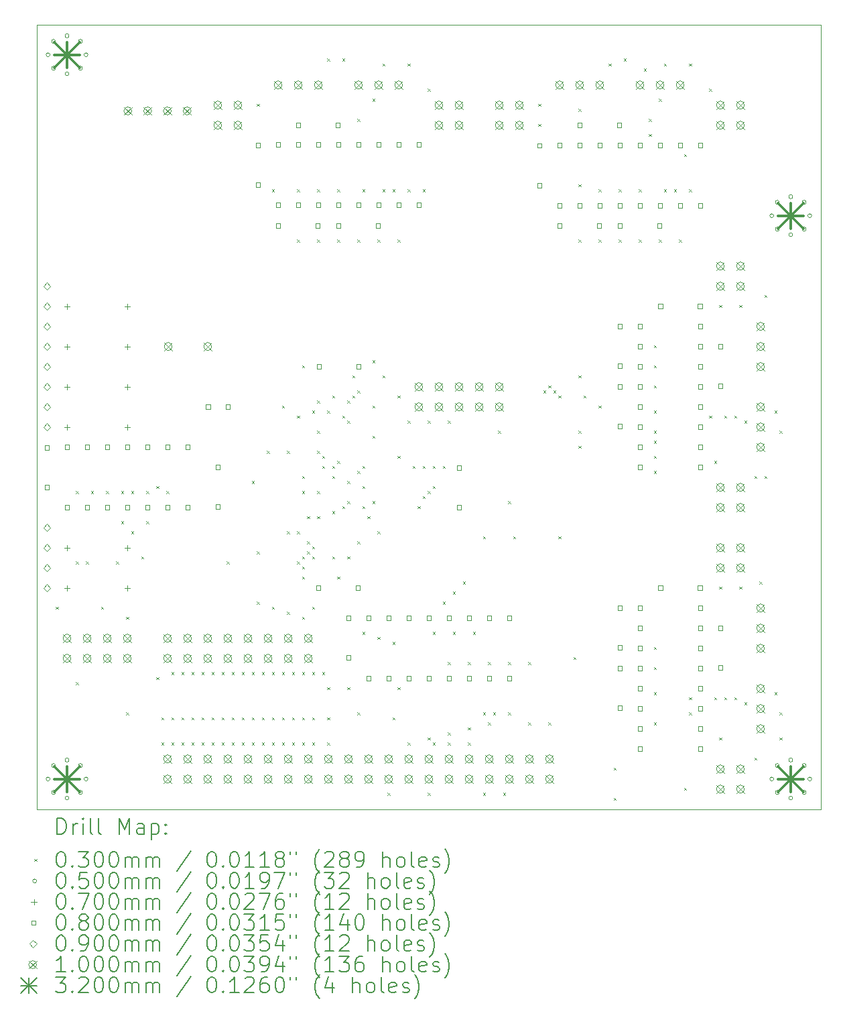
<source format=gbr>
%TF.GenerationSoftware,KiCad,Pcbnew,8.0.4*%
%TF.CreationDate,2024-09-22T21:35:40-05:00*%
%TF.ProjectId,QuadCom_8b,51756164-436f-46d5-9f38-622e6b696361,rev?*%
%TF.SameCoordinates,Original*%
%TF.FileFunction,Drillmap*%
%TF.FilePolarity,Positive*%
%FSLAX45Y45*%
G04 Gerber Fmt 4.5, Leading zero omitted, Abs format (unit mm)*
G04 Created by KiCad (PCBNEW 8.0.4) date 2024-09-22 21:35:40*
%MOMM*%
%LPD*%
G01*
G04 APERTURE LIST*
%ADD10C,0.050000*%
%ADD11C,0.200000*%
%ADD12C,0.100000*%
%ADD13C,0.320000*%
G04 APERTURE END LIST*
D10*
X7620000Y-12700000D02*
X17526000Y-12700000D01*
X17526000Y-12700000D02*
X17526000Y-2794000D01*
X17526000Y-2794000D02*
X7620000Y-2794000D01*
X7620000Y-2794000D02*
X7620000Y-12700000D01*
D11*
D12*
X7859000Y-10145000D02*
X7889000Y-10175000D01*
X7889000Y-10145000D02*
X7859000Y-10175000D01*
X8113000Y-8684500D02*
X8143000Y-8714500D01*
X8143000Y-8684500D02*
X8113000Y-8714500D01*
X8113000Y-9573500D02*
X8143000Y-9603500D01*
X8143000Y-9573500D02*
X8113000Y-9603500D01*
X8113000Y-11097500D02*
X8143000Y-11127500D01*
X8143000Y-11097500D02*
X8113000Y-11127500D01*
X8240000Y-9573500D02*
X8270000Y-9603500D01*
X8270000Y-9573500D02*
X8240000Y-9603500D01*
X8303500Y-8684500D02*
X8333500Y-8714500D01*
X8333500Y-8684500D02*
X8303500Y-8714500D01*
X8430500Y-10145000D02*
X8460500Y-10175000D01*
X8460500Y-10145000D02*
X8430500Y-10175000D01*
X8494000Y-8684500D02*
X8524000Y-8714500D01*
X8524000Y-8684500D02*
X8494000Y-8714500D01*
X8621000Y-9573500D02*
X8651000Y-9603500D01*
X8651000Y-9573500D02*
X8621000Y-9603500D01*
X8684500Y-8684500D02*
X8714500Y-8714500D01*
X8714500Y-8684500D02*
X8684500Y-8714500D01*
X8684500Y-9065500D02*
X8714500Y-9095500D01*
X8714500Y-9065500D02*
X8684500Y-9095500D01*
X8748000Y-10272000D02*
X8778000Y-10302000D01*
X8778000Y-10272000D02*
X8748000Y-10302000D01*
X8748000Y-11478500D02*
X8778000Y-11508500D01*
X8778000Y-11478500D02*
X8748000Y-11508500D01*
X8811500Y-8684500D02*
X8841500Y-8714500D01*
X8841500Y-8684500D02*
X8811500Y-8714500D01*
X8811500Y-9192500D02*
X8841500Y-9222500D01*
X8841500Y-9192500D02*
X8811500Y-9222500D01*
X8938500Y-9510000D02*
X8968500Y-9540000D01*
X8968500Y-9510000D02*
X8938500Y-9540000D01*
X9002000Y-8684500D02*
X9032000Y-8714500D01*
X9032000Y-8684500D02*
X9002000Y-8714500D01*
X9002000Y-9065500D02*
X9032000Y-9095500D01*
X9032000Y-9065500D02*
X9002000Y-9095500D01*
X9129000Y-8621000D02*
X9159000Y-8651000D01*
X9159000Y-8621000D02*
X9129000Y-8651000D01*
X9129000Y-11034000D02*
X9159000Y-11064000D01*
X9159000Y-11034000D02*
X9129000Y-11064000D01*
X9192500Y-11542000D02*
X9222500Y-11572000D01*
X9222500Y-11542000D02*
X9192500Y-11572000D01*
X9192500Y-11859500D02*
X9222500Y-11889500D01*
X9222500Y-11859500D02*
X9192500Y-11889500D01*
X9256000Y-8684500D02*
X9286000Y-8714500D01*
X9286000Y-8684500D02*
X9256000Y-8714500D01*
X9319500Y-10970500D02*
X9349500Y-11000500D01*
X9349500Y-10970500D02*
X9319500Y-11000500D01*
X9319500Y-11542000D02*
X9349500Y-11572000D01*
X9349500Y-11542000D02*
X9319500Y-11572000D01*
X9319500Y-11859500D02*
X9349500Y-11889500D01*
X9349500Y-11859500D02*
X9319500Y-11889500D01*
X9446500Y-10970500D02*
X9476500Y-11000500D01*
X9476500Y-10970500D02*
X9446500Y-11000500D01*
X9446500Y-11542000D02*
X9476500Y-11572000D01*
X9476500Y-11542000D02*
X9446500Y-11572000D01*
X9446500Y-11859500D02*
X9476500Y-11889500D01*
X9476500Y-11859500D02*
X9446500Y-11889500D01*
X9573500Y-10970500D02*
X9603500Y-11000500D01*
X9603500Y-10970500D02*
X9573500Y-11000500D01*
X9573500Y-11542000D02*
X9603500Y-11572000D01*
X9603500Y-11542000D02*
X9573500Y-11572000D01*
X9573500Y-11859500D02*
X9603500Y-11889500D01*
X9603500Y-11859500D02*
X9573500Y-11889500D01*
X9700500Y-10970500D02*
X9730500Y-11000500D01*
X9730500Y-10970500D02*
X9700500Y-11000500D01*
X9700500Y-11542000D02*
X9730500Y-11572000D01*
X9730500Y-11542000D02*
X9700500Y-11572000D01*
X9700500Y-11859500D02*
X9730500Y-11889500D01*
X9730500Y-11859500D02*
X9700500Y-11889500D01*
X9827500Y-10970500D02*
X9857500Y-11000500D01*
X9857500Y-10970500D02*
X9827500Y-11000500D01*
X9827500Y-11542000D02*
X9857500Y-11572000D01*
X9857500Y-11542000D02*
X9827500Y-11572000D01*
X9827500Y-11859500D02*
X9857500Y-11889500D01*
X9857500Y-11859500D02*
X9827500Y-11889500D01*
X9954500Y-10970500D02*
X9984500Y-11000500D01*
X9984500Y-10970500D02*
X9954500Y-11000500D01*
X9954500Y-11542000D02*
X9984500Y-11572000D01*
X9984500Y-11542000D02*
X9954500Y-11572000D01*
X9954500Y-11859500D02*
X9984500Y-11889500D01*
X9984500Y-11859500D02*
X9954500Y-11889500D01*
X10018000Y-9573500D02*
X10048000Y-9603500D01*
X10048000Y-9573500D02*
X10018000Y-9603500D01*
X10081500Y-10970500D02*
X10111500Y-11000500D01*
X10111500Y-10970500D02*
X10081500Y-11000500D01*
X10081500Y-11542000D02*
X10111500Y-11572000D01*
X10111500Y-11542000D02*
X10081500Y-11572000D01*
X10081500Y-11859500D02*
X10111500Y-11889500D01*
X10111500Y-11859500D02*
X10081500Y-11889500D01*
X10208500Y-10970500D02*
X10238500Y-11000500D01*
X10238500Y-10970500D02*
X10208500Y-11000500D01*
X10208500Y-11542000D02*
X10238500Y-11572000D01*
X10238500Y-11542000D02*
X10208500Y-11572000D01*
X10208500Y-11859500D02*
X10238500Y-11889500D01*
X10238500Y-11859500D02*
X10208500Y-11889500D01*
X10335500Y-8557500D02*
X10365500Y-8587500D01*
X10365500Y-8557500D02*
X10335500Y-8587500D01*
X10335500Y-10970500D02*
X10365500Y-11000500D01*
X10365500Y-10970500D02*
X10335500Y-11000500D01*
X10335500Y-11542000D02*
X10365500Y-11572000D01*
X10365500Y-11542000D02*
X10335500Y-11572000D01*
X10335500Y-11859500D02*
X10365500Y-11889500D01*
X10365500Y-11859500D02*
X10335500Y-11889500D01*
X10399000Y-3795000D02*
X10429000Y-3825000D01*
X10429000Y-3795000D02*
X10399000Y-3825000D01*
X10399000Y-9446500D02*
X10429000Y-9476500D01*
X10429000Y-9446500D02*
X10399000Y-9476500D01*
X10399000Y-10081500D02*
X10429000Y-10111500D01*
X10429000Y-10081500D02*
X10399000Y-10111500D01*
X10462500Y-10970500D02*
X10492500Y-11000500D01*
X10492500Y-10970500D02*
X10462500Y-11000500D01*
X10462500Y-11542000D02*
X10492500Y-11572000D01*
X10492500Y-11542000D02*
X10462500Y-11572000D01*
X10462500Y-11859500D02*
X10492500Y-11889500D01*
X10492500Y-11859500D02*
X10462500Y-11889500D01*
X10526000Y-8176500D02*
X10556000Y-8206500D01*
X10556000Y-8176500D02*
X10526000Y-8206500D01*
X10589500Y-4874500D02*
X10619500Y-4904500D01*
X10619500Y-4874500D02*
X10589500Y-4904500D01*
X10589500Y-10145000D02*
X10619500Y-10175000D01*
X10619500Y-10145000D02*
X10589500Y-10175000D01*
X10589500Y-10970500D02*
X10619500Y-11000500D01*
X10619500Y-10970500D02*
X10589500Y-11000500D01*
X10589500Y-11542000D02*
X10619500Y-11572000D01*
X10619500Y-11542000D02*
X10589500Y-11572000D01*
X10589500Y-11859500D02*
X10619500Y-11889500D01*
X10619500Y-11859500D02*
X10589500Y-11889500D01*
X10716500Y-7605000D02*
X10746500Y-7635000D01*
X10746500Y-7605000D02*
X10716500Y-7635000D01*
X10716500Y-10970500D02*
X10746500Y-11000500D01*
X10746500Y-10970500D02*
X10716500Y-11000500D01*
X10716500Y-11542000D02*
X10746500Y-11572000D01*
X10746500Y-11542000D02*
X10716500Y-11572000D01*
X10716500Y-11859500D02*
X10746500Y-11889500D01*
X10746500Y-11859500D02*
X10716500Y-11889500D01*
X10780000Y-8176500D02*
X10810000Y-8206500D01*
X10810000Y-8176500D02*
X10780000Y-8206500D01*
X10780000Y-9192500D02*
X10810000Y-9222500D01*
X10810000Y-9192500D02*
X10780000Y-9222500D01*
X10780000Y-10208500D02*
X10810000Y-10238500D01*
X10810000Y-10208500D02*
X10780000Y-10238500D01*
X10843500Y-10970500D02*
X10873500Y-11000500D01*
X10873500Y-10970500D02*
X10843500Y-11000500D01*
X10843500Y-11542000D02*
X10873500Y-11572000D01*
X10873500Y-11542000D02*
X10843500Y-11572000D01*
X10843500Y-11859500D02*
X10873500Y-11889500D01*
X10873500Y-11859500D02*
X10843500Y-11889500D01*
X10907000Y-4874500D02*
X10937000Y-4904500D01*
X10937000Y-4874500D02*
X10907000Y-4904500D01*
X10907000Y-5509500D02*
X10937000Y-5539500D01*
X10937000Y-5509500D02*
X10907000Y-5539500D01*
X10907000Y-7732000D02*
X10937000Y-7762000D01*
X10937000Y-7732000D02*
X10907000Y-7762000D01*
X10907000Y-9192500D02*
X10937000Y-9222500D01*
X10937000Y-9192500D02*
X10907000Y-9222500D01*
X10907000Y-9573500D02*
X10937000Y-9603500D01*
X10937000Y-9573500D02*
X10907000Y-9603500D01*
X10970500Y-7097000D02*
X11000500Y-7127000D01*
X11000500Y-7097000D02*
X10970500Y-7127000D01*
X10970500Y-8494000D02*
X11000500Y-8524000D01*
X11000500Y-8494000D02*
X10970500Y-8524000D01*
X10970500Y-8684500D02*
X11000500Y-8714500D01*
X11000500Y-8684500D02*
X10970500Y-8714500D01*
X10970500Y-9510000D02*
X11000500Y-9540000D01*
X11000500Y-9510000D02*
X10970500Y-9540000D01*
X10970500Y-9637000D02*
X11000500Y-9667000D01*
X11000500Y-9637000D02*
X10970500Y-9667000D01*
X10970500Y-9764000D02*
X11000500Y-9794000D01*
X11000500Y-9764000D02*
X10970500Y-9794000D01*
X10970500Y-10272000D02*
X11000500Y-10302000D01*
X11000500Y-10272000D02*
X10970500Y-10302000D01*
X10970500Y-10970500D02*
X11000500Y-11000500D01*
X11000500Y-10970500D02*
X10970500Y-11000500D01*
X10970500Y-11542000D02*
X11000500Y-11572000D01*
X11000500Y-11542000D02*
X10970500Y-11572000D01*
X10970500Y-11859500D02*
X11000500Y-11889500D01*
X11000500Y-11859500D02*
X10970500Y-11889500D01*
X11034000Y-9002000D02*
X11064000Y-9032000D01*
X11064000Y-9002000D02*
X11034000Y-9032000D01*
X11034000Y-9319500D02*
X11064000Y-9349500D01*
X11064000Y-9319500D02*
X11034000Y-9349500D01*
X11034000Y-9446500D02*
X11064000Y-9476500D01*
X11064000Y-9446500D02*
X11034000Y-9476500D01*
X11097500Y-7668500D02*
X11127500Y-7698500D01*
X11127500Y-7668500D02*
X11097500Y-7698500D01*
X11097500Y-9383000D02*
X11127500Y-9413000D01*
X11127500Y-9383000D02*
X11097500Y-9413000D01*
X11097500Y-9510000D02*
X11127500Y-9540000D01*
X11127500Y-9510000D02*
X11097500Y-9540000D01*
X11097500Y-10145000D02*
X11127500Y-10175000D01*
X11127500Y-10145000D02*
X11097500Y-10175000D01*
X11097500Y-10970500D02*
X11127500Y-11000500D01*
X11127500Y-10970500D02*
X11097500Y-11000500D01*
X11097500Y-11542000D02*
X11127500Y-11572000D01*
X11127500Y-11542000D02*
X11097500Y-11572000D01*
X11097500Y-11859500D02*
X11127500Y-11889500D01*
X11127500Y-11859500D02*
X11097500Y-11889500D01*
X11161000Y-4874500D02*
X11191000Y-4904500D01*
X11191000Y-4874500D02*
X11161000Y-4904500D01*
X11161000Y-5509500D02*
X11191000Y-5539500D01*
X11191000Y-5509500D02*
X11161000Y-5539500D01*
X11161000Y-7541500D02*
X11191000Y-7571500D01*
X11191000Y-7541500D02*
X11161000Y-7571500D01*
X11161000Y-7922500D02*
X11191000Y-7952500D01*
X11191000Y-7922500D02*
X11161000Y-7952500D01*
X11161000Y-8176500D02*
X11191000Y-8206500D01*
X11191000Y-8176500D02*
X11161000Y-8206500D01*
X11161000Y-8684500D02*
X11191000Y-8714500D01*
X11191000Y-8684500D02*
X11161000Y-8714500D01*
X11161000Y-9002000D02*
X11191000Y-9032000D01*
X11191000Y-9002000D02*
X11161000Y-9032000D01*
X11224500Y-8240000D02*
X11254500Y-8270000D01*
X11254500Y-8240000D02*
X11224500Y-8270000D01*
X11224500Y-8367000D02*
X11254500Y-8397000D01*
X11254500Y-8367000D02*
X11224500Y-8397000D01*
X11224500Y-10970500D02*
X11254500Y-11000500D01*
X11254500Y-10970500D02*
X11224500Y-11000500D01*
X11288000Y-3223500D02*
X11318000Y-3253500D01*
X11318000Y-3223500D02*
X11288000Y-3253500D01*
X11288000Y-7668500D02*
X11318000Y-7698500D01*
X11318000Y-7668500D02*
X11288000Y-7698500D01*
X11288000Y-11161000D02*
X11318000Y-11191000D01*
X11318000Y-11161000D02*
X11288000Y-11191000D01*
X11288000Y-11542000D02*
X11318000Y-11572000D01*
X11318000Y-11542000D02*
X11288000Y-11572000D01*
X11288000Y-11859500D02*
X11318000Y-11889500D01*
X11318000Y-11859500D02*
X11288000Y-11889500D01*
X11351500Y-7478000D02*
X11381500Y-7508000D01*
X11381500Y-7478000D02*
X11351500Y-7508000D01*
X11351500Y-8367000D02*
X11381500Y-8397000D01*
X11381500Y-8367000D02*
X11351500Y-8397000D01*
X11351500Y-8494000D02*
X11381500Y-8524000D01*
X11381500Y-8494000D02*
X11351500Y-8524000D01*
X11351500Y-8938500D02*
X11381500Y-8968500D01*
X11381500Y-8938500D02*
X11351500Y-8968500D01*
X11351500Y-9510000D02*
X11381500Y-9540000D01*
X11381500Y-9510000D02*
X11351500Y-9540000D01*
X11415000Y-4874500D02*
X11445000Y-4904500D01*
X11445000Y-4874500D02*
X11415000Y-4904500D01*
X11415000Y-5509500D02*
X11445000Y-5539500D01*
X11445000Y-5509500D02*
X11415000Y-5539500D01*
X11415000Y-8303500D02*
X11445000Y-8333500D01*
X11445000Y-8303500D02*
X11415000Y-8333500D01*
X11415000Y-9764000D02*
X11445000Y-9794000D01*
X11445000Y-9764000D02*
X11415000Y-9794000D01*
X11478500Y-3223500D02*
X11508500Y-3253500D01*
X11508500Y-3223500D02*
X11478500Y-3253500D01*
X11478500Y-7732000D02*
X11508500Y-7762000D01*
X11508500Y-7732000D02*
X11478500Y-7762000D01*
X11478500Y-8875000D02*
X11508500Y-8905000D01*
X11508500Y-8875000D02*
X11478500Y-8905000D01*
X11542000Y-7541500D02*
X11572000Y-7571500D01*
X11572000Y-7541500D02*
X11542000Y-7571500D01*
X11542000Y-7795500D02*
X11572000Y-7825500D01*
X11572000Y-7795500D02*
X11542000Y-7825500D01*
X11542000Y-8557500D02*
X11572000Y-8587500D01*
X11572000Y-8557500D02*
X11542000Y-8587500D01*
X11542000Y-8811500D02*
X11572000Y-8841500D01*
X11572000Y-8811500D02*
X11542000Y-8841500D01*
X11542000Y-9510000D02*
X11572000Y-9540000D01*
X11572000Y-9510000D02*
X11542000Y-9540000D01*
X11542000Y-11161000D02*
X11572000Y-11191000D01*
X11572000Y-11161000D02*
X11542000Y-11191000D01*
X11605500Y-7224000D02*
X11635500Y-7254000D01*
X11635500Y-7224000D02*
X11605500Y-7254000D01*
X11605500Y-7478000D02*
X11635500Y-7508000D01*
X11635500Y-7478000D02*
X11605500Y-7508000D01*
X11669000Y-3985500D02*
X11699000Y-4015500D01*
X11699000Y-3985500D02*
X11669000Y-4015500D01*
X11669000Y-5509500D02*
X11699000Y-5539500D01*
X11699000Y-5509500D02*
X11669000Y-5539500D01*
X11669000Y-7414500D02*
X11699000Y-7444500D01*
X11699000Y-7414500D02*
X11669000Y-7444500D01*
X11669000Y-8430500D02*
X11699000Y-8460500D01*
X11699000Y-8430500D02*
X11669000Y-8460500D01*
X11669000Y-9319500D02*
X11699000Y-9349500D01*
X11699000Y-9319500D02*
X11669000Y-9349500D01*
X11669000Y-11478500D02*
X11699000Y-11508500D01*
X11699000Y-11478500D02*
X11669000Y-11508500D01*
X11732500Y-4874500D02*
X11762500Y-4904500D01*
X11762500Y-4874500D02*
X11732500Y-4904500D01*
X11732500Y-8367000D02*
X11762500Y-8397000D01*
X11762500Y-8367000D02*
X11732500Y-8397000D01*
X11732500Y-8621000D02*
X11762500Y-8651000D01*
X11762500Y-8621000D02*
X11732500Y-8651000D01*
X11732500Y-8875000D02*
X11762500Y-8905000D01*
X11762500Y-8875000D02*
X11732500Y-8905000D01*
X11732500Y-10462500D02*
X11762500Y-10492500D01*
X11762500Y-10462500D02*
X11732500Y-10492500D01*
X11796000Y-9002000D02*
X11826000Y-9032000D01*
X11826000Y-9002000D02*
X11796000Y-9032000D01*
X11859500Y-3731500D02*
X11889500Y-3761500D01*
X11889500Y-3731500D02*
X11859500Y-3761500D01*
X11859500Y-7033500D02*
X11889500Y-7063500D01*
X11889500Y-7033500D02*
X11859500Y-7063500D01*
X11859500Y-7605000D02*
X11889500Y-7635000D01*
X11889500Y-7605000D02*
X11859500Y-7635000D01*
X11859500Y-7986000D02*
X11889500Y-8016000D01*
X11889500Y-7986000D02*
X11859500Y-8016000D01*
X11859500Y-8811500D02*
X11889500Y-8841500D01*
X11889500Y-8811500D02*
X11859500Y-8841500D01*
X11923000Y-5509500D02*
X11953000Y-5539500D01*
X11953000Y-5509500D02*
X11923000Y-5539500D01*
X11923000Y-9192500D02*
X11953000Y-9222500D01*
X11953000Y-9192500D02*
X11923000Y-9222500D01*
X11923000Y-10526000D02*
X11953000Y-10556000D01*
X11953000Y-10526000D02*
X11923000Y-10556000D01*
X11986500Y-3287000D02*
X12016500Y-3317000D01*
X12016500Y-3287000D02*
X11986500Y-3317000D01*
X11986500Y-4874500D02*
X12016500Y-4904500D01*
X12016500Y-4874500D02*
X11986500Y-4904500D01*
X11986500Y-7224000D02*
X12016500Y-7254000D01*
X12016500Y-7224000D02*
X11986500Y-7254000D01*
X12050000Y-12494500D02*
X12080000Y-12524500D01*
X12080000Y-12494500D02*
X12050000Y-12524500D01*
X12113500Y-4874500D02*
X12143500Y-4904500D01*
X12143500Y-4874500D02*
X12113500Y-4904500D01*
X12113500Y-10589500D02*
X12143500Y-10619500D01*
X12143500Y-10589500D02*
X12113500Y-10619500D01*
X12113500Y-11542000D02*
X12143500Y-11572000D01*
X12143500Y-11542000D02*
X12113500Y-11572000D01*
X12177000Y-5509500D02*
X12207000Y-5539500D01*
X12207000Y-5509500D02*
X12177000Y-5539500D01*
X12177000Y-7478000D02*
X12207000Y-7508000D01*
X12207000Y-7478000D02*
X12177000Y-7508000D01*
X12177000Y-8240000D02*
X12207000Y-8270000D01*
X12207000Y-8240000D02*
X12177000Y-8270000D01*
X12177000Y-11161000D02*
X12207000Y-11191000D01*
X12207000Y-11161000D02*
X12177000Y-11191000D01*
X12304000Y-3287000D02*
X12334000Y-3317000D01*
X12334000Y-3287000D02*
X12304000Y-3317000D01*
X12304000Y-4874500D02*
X12334000Y-4904500D01*
X12334000Y-4874500D02*
X12304000Y-4904500D01*
X12304000Y-7795500D02*
X12334000Y-7825500D01*
X12334000Y-7795500D02*
X12304000Y-7825500D01*
X12304000Y-11859500D02*
X12334000Y-11889500D01*
X12334000Y-11859500D02*
X12304000Y-11889500D01*
X12367500Y-8367000D02*
X12397500Y-8397000D01*
X12397500Y-8367000D02*
X12367500Y-8397000D01*
X12431000Y-8875000D02*
X12461000Y-8905000D01*
X12461000Y-8875000D02*
X12431000Y-8905000D01*
X12494500Y-4874500D02*
X12524500Y-4904500D01*
X12524500Y-4874500D02*
X12494500Y-4904500D01*
X12494500Y-8367000D02*
X12524500Y-8397000D01*
X12524500Y-8367000D02*
X12494500Y-8397000D01*
X12494500Y-8746000D02*
X12524500Y-8776000D01*
X12524500Y-8746000D02*
X12494500Y-8776000D01*
X12558000Y-3604500D02*
X12588000Y-3634500D01*
X12588000Y-3604500D02*
X12558000Y-3634500D01*
X12558000Y-7795500D02*
X12588000Y-7825500D01*
X12588000Y-7795500D02*
X12558000Y-7825500D01*
X12558000Y-8684500D02*
X12588000Y-8714500D01*
X12588000Y-8684500D02*
X12558000Y-8714500D01*
X12558000Y-11796000D02*
X12588000Y-11826000D01*
X12588000Y-11796000D02*
X12558000Y-11826000D01*
X12558000Y-12494500D02*
X12588000Y-12524500D01*
X12588000Y-12494500D02*
X12558000Y-12524500D01*
X12621500Y-8367000D02*
X12651500Y-8397000D01*
X12651500Y-8367000D02*
X12621500Y-8397000D01*
X12621500Y-8621000D02*
X12651500Y-8651000D01*
X12651500Y-8621000D02*
X12621500Y-8651000D01*
X12621500Y-10462500D02*
X12651500Y-10492500D01*
X12651500Y-10462500D02*
X12621500Y-10492500D01*
X12621500Y-11859500D02*
X12651500Y-11889500D01*
X12651500Y-11859500D02*
X12621500Y-11889500D01*
X12748500Y-8367000D02*
X12778500Y-8397000D01*
X12778500Y-8367000D02*
X12748500Y-8397000D01*
X12748500Y-10081500D02*
X12778500Y-10111500D01*
X12778500Y-10081500D02*
X12748500Y-10111500D01*
X12812000Y-7795500D02*
X12842000Y-7825500D01*
X12842000Y-7795500D02*
X12812000Y-7825500D01*
X12812000Y-10843500D02*
X12842000Y-10873500D01*
X12842000Y-10843500D02*
X12812000Y-10873500D01*
X12812000Y-11732500D02*
X12842000Y-11762500D01*
X12842000Y-11732500D02*
X12812000Y-11762500D01*
X12812000Y-11859500D02*
X12842000Y-11889500D01*
X12842000Y-11859500D02*
X12812000Y-11889500D01*
X12875500Y-9954500D02*
X12905500Y-9984500D01*
X12905500Y-9954500D02*
X12875500Y-9984500D01*
X12875500Y-10462500D02*
X12905500Y-10492500D01*
X12905500Y-10462500D02*
X12875500Y-10492500D01*
X13002500Y-9827500D02*
X13032500Y-9857500D01*
X13032500Y-9827500D02*
X13002500Y-9857500D01*
X13066000Y-10843500D02*
X13096000Y-10873500D01*
X13096000Y-10843500D02*
X13066000Y-10873500D01*
X13066000Y-11669000D02*
X13096000Y-11699000D01*
X13096000Y-11669000D02*
X13066000Y-11699000D01*
X13066000Y-11859500D02*
X13096000Y-11889500D01*
X13096000Y-11859500D02*
X13066000Y-11889500D01*
X13129500Y-10462500D02*
X13159500Y-10492500D01*
X13159500Y-10462500D02*
X13129500Y-10492500D01*
X13256500Y-9256000D02*
X13286500Y-9286000D01*
X13286500Y-9256000D02*
X13256500Y-9286000D01*
X13256500Y-11478500D02*
X13286500Y-11508500D01*
X13286500Y-11478500D02*
X13256500Y-11508500D01*
X13256500Y-12494500D02*
X13286500Y-12524500D01*
X13286500Y-12494500D02*
X13256500Y-12524500D01*
X13320000Y-10843500D02*
X13350000Y-10873500D01*
X13350000Y-10843500D02*
X13320000Y-10873500D01*
X13320000Y-11605500D02*
X13350000Y-11635500D01*
X13350000Y-11605500D02*
X13320000Y-11635500D01*
X13383500Y-11478500D02*
X13413500Y-11508500D01*
X13413500Y-11478500D02*
X13383500Y-11508500D01*
X13447000Y-7922500D02*
X13477000Y-7952500D01*
X13477000Y-7922500D02*
X13447000Y-7952500D01*
X13510500Y-12494500D02*
X13540500Y-12524500D01*
X13540500Y-12494500D02*
X13510500Y-12524500D01*
X13574000Y-8811500D02*
X13604000Y-8841500D01*
X13604000Y-8811500D02*
X13574000Y-8841500D01*
X13574000Y-10843500D02*
X13604000Y-10873500D01*
X13604000Y-10843500D02*
X13574000Y-10873500D01*
X13574000Y-11478500D02*
X13604000Y-11508500D01*
X13604000Y-11478500D02*
X13574000Y-11508500D01*
X13637500Y-9256000D02*
X13667500Y-9286000D01*
X13667500Y-9256000D02*
X13637500Y-9286000D01*
X13828000Y-10843500D02*
X13858000Y-10873500D01*
X13858000Y-10843500D02*
X13828000Y-10873500D01*
X13828000Y-11605500D02*
X13858000Y-11635500D01*
X13858000Y-11605500D02*
X13828000Y-11635500D01*
X13955000Y-3795000D02*
X13985000Y-3825000D01*
X13985000Y-3795000D02*
X13955000Y-3825000D01*
X13955000Y-4049000D02*
X13985000Y-4079000D01*
X13985000Y-4049000D02*
X13955000Y-4079000D01*
X14018500Y-7414500D02*
X14048500Y-7444500D01*
X14048500Y-7414500D02*
X14018500Y-7444500D01*
X14082000Y-7351000D02*
X14112000Y-7381000D01*
X14112000Y-7351000D02*
X14082000Y-7381000D01*
X14082000Y-11605500D02*
X14112000Y-11635500D01*
X14112000Y-11605500D02*
X14082000Y-11635500D01*
X14145500Y-7414500D02*
X14175500Y-7444500D01*
X14175500Y-7414500D02*
X14145500Y-7444500D01*
X14209000Y-7478000D02*
X14239000Y-7508000D01*
X14239000Y-7478000D02*
X14209000Y-7508000D01*
X14209000Y-9256000D02*
X14239000Y-9286000D01*
X14239000Y-9256000D02*
X14209000Y-9286000D01*
X14399500Y-10780000D02*
X14429500Y-10810000D01*
X14429500Y-10780000D02*
X14399500Y-10810000D01*
X14463000Y-3858500D02*
X14493000Y-3888500D01*
X14493000Y-3858500D02*
X14463000Y-3888500D01*
X14463000Y-4811000D02*
X14493000Y-4841000D01*
X14493000Y-4811000D02*
X14463000Y-4841000D01*
X14463000Y-5509500D02*
X14493000Y-5539500D01*
X14493000Y-5509500D02*
X14463000Y-5539500D01*
X14463000Y-7224000D02*
X14493000Y-7254000D01*
X14493000Y-7224000D02*
X14463000Y-7254000D01*
X14463000Y-7922500D02*
X14493000Y-7952500D01*
X14493000Y-7922500D02*
X14463000Y-7952500D01*
X14463000Y-8113000D02*
X14493000Y-8143000D01*
X14493000Y-8113000D02*
X14463000Y-8143000D01*
X14526500Y-7478000D02*
X14556500Y-7508000D01*
X14556500Y-7478000D02*
X14526500Y-7508000D01*
X14717000Y-4874500D02*
X14747000Y-4904500D01*
X14747000Y-4874500D02*
X14717000Y-4904500D01*
X14717000Y-5509500D02*
X14747000Y-5539500D01*
X14747000Y-5509500D02*
X14717000Y-5539500D01*
X14717000Y-7605000D02*
X14747000Y-7635000D01*
X14747000Y-7605000D02*
X14717000Y-7635000D01*
X14844000Y-3287000D02*
X14874000Y-3317000D01*
X14874000Y-3287000D02*
X14844000Y-3317000D01*
X14907500Y-12177000D02*
X14937500Y-12207000D01*
X14937500Y-12177000D02*
X14907500Y-12207000D01*
X14907500Y-12558000D02*
X14937500Y-12588000D01*
X14937500Y-12558000D02*
X14907500Y-12588000D01*
X14971000Y-4874500D02*
X15001000Y-4904500D01*
X15001000Y-4874500D02*
X14971000Y-4904500D01*
X14971000Y-5509500D02*
X15001000Y-5539500D01*
X15001000Y-5509500D02*
X14971000Y-5539500D01*
X15034500Y-3223500D02*
X15064500Y-3253500D01*
X15064500Y-3223500D02*
X15034500Y-3253500D01*
X15225000Y-4874500D02*
X15255000Y-4904500D01*
X15255000Y-4874500D02*
X15225000Y-4904500D01*
X15225000Y-5509500D02*
X15255000Y-5539500D01*
X15255000Y-5509500D02*
X15225000Y-5539500D01*
X15288500Y-3350500D02*
X15318500Y-3380500D01*
X15318500Y-3350500D02*
X15288500Y-3380500D01*
X15352000Y-3985500D02*
X15382000Y-4015500D01*
X15382000Y-3985500D02*
X15352000Y-4015500D01*
X15352000Y-4176000D02*
X15382000Y-4206000D01*
X15382000Y-4176000D02*
X15352000Y-4206000D01*
X15415500Y-6843000D02*
X15445500Y-6873000D01*
X15445500Y-6843000D02*
X15415500Y-6873000D01*
X15415500Y-7097000D02*
X15445500Y-7127000D01*
X15445500Y-7097000D02*
X15415500Y-7127000D01*
X15415500Y-7351000D02*
X15445500Y-7381000D01*
X15445500Y-7351000D02*
X15415500Y-7381000D01*
X15415500Y-7668500D02*
X15445500Y-7698500D01*
X15445500Y-7668500D02*
X15415500Y-7698500D01*
X15415500Y-7922500D02*
X15445500Y-7952500D01*
X15445500Y-7922500D02*
X15415500Y-7952500D01*
X15415500Y-8049500D02*
X15445500Y-8079500D01*
X15445500Y-8049500D02*
X15415500Y-8079500D01*
X15415500Y-8240000D02*
X15445500Y-8270000D01*
X15445500Y-8240000D02*
X15415500Y-8270000D01*
X15415500Y-8430500D02*
X15445500Y-8460500D01*
X15445500Y-8430500D02*
X15415500Y-8460500D01*
X15415500Y-10653000D02*
X15445500Y-10683000D01*
X15445500Y-10653000D02*
X15415500Y-10683000D01*
X15415500Y-10907000D02*
X15445500Y-10937000D01*
X15445500Y-10907000D02*
X15415500Y-10937000D01*
X15415500Y-11224500D02*
X15445500Y-11254500D01*
X15445500Y-11224500D02*
X15415500Y-11254500D01*
X15415500Y-11605500D02*
X15445500Y-11635500D01*
X15445500Y-11605500D02*
X15415500Y-11635500D01*
X15479000Y-3731500D02*
X15509000Y-3761500D01*
X15509000Y-3731500D02*
X15479000Y-3761500D01*
X15479000Y-5509500D02*
X15509000Y-5539500D01*
X15509000Y-5509500D02*
X15479000Y-5539500D01*
X15542500Y-3287000D02*
X15572500Y-3317000D01*
X15572500Y-3287000D02*
X15542500Y-3317000D01*
X15542500Y-4874500D02*
X15572500Y-4904500D01*
X15572500Y-4874500D02*
X15542500Y-4904500D01*
X15669500Y-4874500D02*
X15699500Y-4904500D01*
X15699500Y-4874500D02*
X15669500Y-4904500D01*
X15733000Y-5509500D02*
X15763000Y-5539500D01*
X15763000Y-5509500D02*
X15733000Y-5539500D01*
X15796500Y-4430000D02*
X15826500Y-4460000D01*
X15826500Y-4430000D02*
X15796500Y-4460000D01*
X15796500Y-12431000D02*
X15826500Y-12461000D01*
X15826500Y-12431000D02*
X15796500Y-12461000D01*
X15860000Y-3287000D02*
X15890000Y-3317000D01*
X15890000Y-3287000D02*
X15860000Y-3317000D01*
X15860000Y-4874500D02*
X15890000Y-4904500D01*
X15890000Y-4874500D02*
X15860000Y-4904500D01*
X15860000Y-11288000D02*
X15890000Y-11318000D01*
X15890000Y-11288000D02*
X15860000Y-11318000D01*
X15860000Y-11478500D02*
X15890000Y-11508500D01*
X15890000Y-11478500D02*
X15860000Y-11508500D01*
X16114000Y-3604500D02*
X16144000Y-3634500D01*
X16144000Y-3604500D02*
X16114000Y-3634500D01*
X16114000Y-7732000D02*
X16144000Y-7762000D01*
X16144000Y-7732000D02*
X16114000Y-7762000D01*
X16177500Y-8303500D02*
X16207500Y-8333500D01*
X16207500Y-8303500D02*
X16177500Y-8333500D01*
X16177500Y-11288000D02*
X16207500Y-11318000D01*
X16207500Y-11288000D02*
X16177500Y-11318000D01*
X16241000Y-6335000D02*
X16271000Y-6365000D01*
X16271000Y-6335000D02*
X16241000Y-6365000D01*
X16241000Y-9891000D02*
X16271000Y-9921000D01*
X16271000Y-9891000D02*
X16241000Y-9921000D01*
X16241000Y-11796000D02*
X16271000Y-11826000D01*
X16271000Y-11796000D02*
X16241000Y-11826000D01*
X16304500Y-7732000D02*
X16334500Y-7762000D01*
X16334500Y-7732000D02*
X16304500Y-7762000D01*
X16304500Y-11288000D02*
X16334500Y-11318000D01*
X16334500Y-11288000D02*
X16304500Y-11318000D01*
X16431500Y-7732000D02*
X16461500Y-7762000D01*
X16461500Y-7732000D02*
X16431500Y-7762000D01*
X16431500Y-11288000D02*
X16461500Y-11318000D01*
X16461500Y-11288000D02*
X16431500Y-11318000D01*
X16495000Y-6335000D02*
X16525000Y-6365000D01*
X16525000Y-6335000D02*
X16495000Y-6365000D01*
X16495000Y-9891000D02*
X16525000Y-9921000D01*
X16525000Y-9891000D02*
X16495000Y-9921000D01*
X16558500Y-7795500D02*
X16588500Y-7825500D01*
X16588500Y-7795500D02*
X16558500Y-7825500D01*
X16558500Y-11351500D02*
X16588500Y-11381500D01*
X16588500Y-11351500D02*
X16558500Y-11381500D01*
X16685500Y-8494000D02*
X16715500Y-8524000D01*
X16715500Y-8494000D02*
X16685500Y-8524000D01*
X16685500Y-12050000D02*
X16715500Y-12080000D01*
X16715500Y-12050000D02*
X16685500Y-12080000D01*
X16749000Y-9827500D02*
X16779000Y-9857500D01*
X16779000Y-9827500D02*
X16749000Y-9857500D01*
X16812500Y-6208000D02*
X16842500Y-6238000D01*
X16842500Y-6208000D02*
X16812500Y-6238000D01*
X16812500Y-8494000D02*
X16842500Y-8524000D01*
X16842500Y-8494000D02*
X16812500Y-8524000D01*
X16939500Y-7668500D02*
X16969500Y-7698500D01*
X16969500Y-7668500D02*
X16939500Y-7698500D01*
X16939500Y-11224500D02*
X16969500Y-11254500D01*
X16969500Y-11224500D02*
X16939500Y-11254500D01*
X17003000Y-7922500D02*
X17033000Y-7952500D01*
X17033000Y-7922500D02*
X17003000Y-7952500D01*
X17003000Y-11478500D02*
X17033000Y-11508500D01*
X17033000Y-11478500D02*
X17003000Y-11508500D01*
X17003000Y-11796000D02*
X17033000Y-11826000D01*
X17033000Y-11796000D02*
X17003000Y-11826000D01*
X7786000Y-3175000D02*
G75*
G02*
X7736000Y-3175000I-25000J0D01*
G01*
X7736000Y-3175000D02*
G75*
G02*
X7786000Y-3175000I25000J0D01*
G01*
X7786000Y-12319000D02*
G75*
G02*
X7736000Y-12319000I-25000J0D01*
G01*
X7736000Y-12319000D02*
G75*
G02*
X7786000Y-12319000I25000J0D01*
G01*
X7856294Y-3005294D02*
G75*
G02*
X7806294Y-3005294I-25000J0D01*
G01*
X7806294Y-3005294D02*
G75*
G02*
X7856294Y-3005294I25000J0D01*
G01*
X7856294Y-3344706D02*
G75*
G02*
X7806294Y-3344706I-25000J0D01*
G01*
X7806294Y-3344706D02*
G75*
G02*
X7856294Y-3344706I25000J0D01*
G01*
X7856294Y-12149294D02*
G75*
G02*
X7806294Y-12149294I-25000J0D01*
G01*
X7806294Y-12149294D02*
G75*
G02*
X7856294Y-12149294I25000J0D01*
G01*
X7856294Y-12488706D02*
G75*
G02*
X7806294Y-12488706I-25000J0D01*
G01*
X7806294Y-12488706D02*
G75*
G02*
X7856294Y-12488706I25000J0D01*
G01*
X8026000Y-2935000D02*
G75*
G02*
X7976000Y-2935000I-25000J0D01*
G01*
X7976000Y-2935000D02*
G75*
G02*
X8026000Y-2935000I25000J0D01*
G01*
X8026000Y-3415000D02*
G75*
G02*
X7976000Y-3415000I-25000J0D01*
G01*
X7976000Y-3415000D02*
G75*
G02*
X8026000Y-3415000I25000J0D01*
G01*
X8026000Y-12079000D02*
G75*
G02*
X7976000Y-12079000I-25000J0D01*
G01*
X7976000Y-12079000D02*
G75*
G02*
X8026000Y-12079000I25000J0D01*
G01*
X8026000Y-12559000D02*
G75*
G02*
X7976000Y-12559000I-25000J0D01*
G01*
X7976000Y-12559000D02*
G75*
G02*
X8026000Y-12559000I25000J0D01*
G01*
X8195706Y-3005294D02*
G75*
G02*
X8145706Y-3005294I-25000J0D01*
G01*
X8145706Y-3005294D02*
G75*
G02*
X8195706Y-3005294I25000J0D01*
G01*
X8195706Y-3344706D02*
G75*
G02*
X8145706Y-3344706I-25000J0D01*
G01*
X8145706Y-3344706D02*
G75*
G02*
X8195706Y-3344706I25000J0D01*
G01*
X8195706Y-12149294D02*
G75*
G02*
X8145706Y-12149294I-25000J0D01*
G01*
X8145706Y-12149294D02*
G75*
G02*
X8195706Y-12149294I25000J0D01*
G01*
X8195706Y-12488706D02*
G75*
G02*
X8145706Y-12488706I-25000J0D01*
G01*
X8145706Y-12488706D02*
G75*
G02*
X8195706Y-12488706I25000J0D01*
G01*
X8266000Y-3175000D02*
G75*
G02*
X8216000Y-3175000I-25000J0D01*
G01*
X8216000Y-3175000D02*
G75*
G02*
X8266000Y-3175000I25000J0D01*
G01*
X8266000Y-12319000D02*
G75*
G02*
X8216000Y-12319000I-25000J0D01*
G01*
X8216000Y-12319000D02*
G75*
G02*
X8266000Y-12319000I25000J0D01*
G01*
X16930000Y-5207000D02*
G75*
G02*
X16880000Y-5207000I-25000J0D01*
G01*
X16880000Y-5207000D02*
G75*
G02*
X16930000Y-5207000I25000J0D01*
G01*
X16930000Y-12319000D02*
G75*
G02*
X16880000Y-12319000I-25000J0D01*
G01*
X16880000Y-12319000D02*
G75*
G02*
X16930000Y-12319000I25000J0D01*
G01*
X17000294Y-5037294D02*
G75*
G02*
X16950294Y-5037294I-25000J0D01*
G01*
X16950294Y-5037294D02*
G75*
G02*
X17000294Y-5037294I25000J0D01*
G01*
X17000294Y-5376706D02*
G75*
G02*
X16950294Y-5376706I-25000J0D01*
G01*
X16950294Y-5376706D02*
G75*
G02*
X17000294Y-5376706I25000J0D01*
G01*
X17000294Y-12149294D02*
G75*
G02*
X16950294Y-12149294I-25000J0D01*
G01*
X16950294Y-12149294D02*
G75*
G02*
X17000294Y-12149294I25000J0D01*
G01*
X17000294Y-12488706D02*
G75*
G02*
X16950294Y-12488706I-25000J0D01*
G01*
X16950294Y-12488706D02*
G75*
G02*
X17000294Y-12488706I25000J0D01*
G01*
X17170000Y-4967000D02*
G75*
G02*
X17120000Y-4967000I-25000J0D01*
G01*
X17120000Y-4967000D02*
G75*
G02*
X17170000Y-4967000I25000J0D01*
G01*
X17170000Y-5447000D02*
G75*
G02*
X17120000Y-5447000I-25000J0D01*
G01*
X17120000Y-5447000D02*
G75*
G02*
X17170000Y-5447000I25000J0D01*
G01*
X17170000Y-12079000D02*
G75*
G02*
X17120000Y-12079000I-25000J0D01*
G01*
X17120000Y-12079000D02*
G75*
G02*
X17170000Y-12079000I25000J0D01*
G01*
X17170000Y-12559000D02*
G75*
G02*
X17120000Y-12559000I-25000J0D01*
G01*
X17120000Y-12559000D02*
G75*
G02*
X17170000Y-12559000I25000J0D01*
G01*
X17339706Y-5037294D02*
G75*
G02*
X17289706Y-5037294I-25000J0D01*
G01*
X17289706Y-5037294D02*
G75*
G02*
X17339706Y-5037294I25000J0D01*
G01*
X17339706Y-5376706D02*
G75*
G02*
X17289706Y-5376706I-25000J0D01*
G01*
X17289706Y-5376706D02*
G75*
G02*
X17339706Y-5376706I25000J0D01*
G01*
X17339706Y-12149294D02*
G75*
G02*
X17289706Y-12149294I-25000J0D01*
G01*
X17289706Y-12149294D02*
G75*
G02*
X17339706Y-12149294I25000J0D01*
G01*
X17339706Y-12488706D02*
G75*
G02*
X17289706Y-12488706I-25000J0D01*
G01*
X17289706Y-12488706D02*
G75*
G02*
X17339706Y-12488706I25000J0D01*
G01*
X17410000Y-5207000D02*
G75*
G02*
X17360000Y-5207000I-25000J0D01*
G01*
X17360000Y-5207000D02*
G75*
G02*
X17410000Y-5207000I25000J0D01*
G01*
X17410000Y-12319000D02*
G75*
G02*
X17360000Y-12319000I-25000J0D01*
G01*
X17360000Y-12319000D02*
G75*
G02*
X17410000Y-12319000I25000J0D01*
G01*
X8001000Y-6315000D02*
X8001000Y-6385000D01*
X7966000Y-6350000D02*
X8036000Y-6350000D01*
X8001000Y-6823000D02*
X8001000Y-6893000D01*
X7966000Y-6858000D02*
X8036000Y-6858000D01*
X8001000Y-7331000D02*
X8001000Y-7401000D01*
X7966000Y-7366000D02*
X8036000Y-7366000D01*
X8001000Y-7839000D02*
X8001000Y-7909000D01*
X7966000Y-7874000D02*
X8036000Y-7874000D01*
X8001000Y-9363000D02*
X8001000Y-9433000D01*
X7966000Y-9398000D02*
X8036000Y-9398000D01*
X8001000Y-9871000D02*
X8001000Y-9941000D01*
X7966000Y-9906000D02*
X8036000Y-9906000D01*
X8763000Y-6315000D02*
X8763000Y-6385000D01*
X8728000Y-6350000D02*
X8798000Y-6350000D01*
X8763000Y-6823000D02*
X8763000Y-6893000D01*
X8728000Y-6858000D02*
X8798000Y-6858000D01*
X8763000Y-7331000D02*
X8763000Y-7401000D01*
X8728000Y-7366000D02*
X8798000Y-7366000D01*
X8763000Y-7839000D02*
X8763000Y-7909000D01*
X8728000Y-7874000D02*
X8798000Y-7874000D01*
X8763000Y-9363000D02*
X8763000Y-9433000D01*
X8728000Y-9398000D02*
X8798000Y-9398000D01*
X8763000Y-9871000D02*
X8763000Y-9941000D01*
X8728000Y-9906000D02*
X8798000Y-9906000D01*
X7775284Y-8164284D02*
X7775284Y-8107715D01*
X7718715Y-8107715D01*
X7718715Y-8164284D01*
X7775284Y-8164284D01*
X7775284Y-8664285D02*
X7775284Y-8607716D01*
X7718715Y-8607716D01*
X7718715Y-8664285D01*
X7775284Y-8664285D01*
X8029284Y-8156284D02*
X8029284Y-8099715D01*
X7972715Y-8099715D01*
X7972715Y-8156284D01*
X8029284Y-8156284D01*
X8029284Y-8918285D02*
X8029284Y-8861716D01*
X7972715Y-8861716D01*
X7972715Y-8918285D01*
X8029284Y-8918285D01*
X8283284Y-8156284D02*
X8283284Y-8099715D01*
X8226715Y-8099715D01*
X8226715Y-8156284D01*
X8283284Y-8156284D01*
X8283284Y-8918285D02*
X8283284Y-8861716D01*
X8226715Y-8861716D01*
X8226715Y-8918285D01*
X8283284Y-8918285D01*
X8537284Y-8918285D02*
X8537284Y-8861716D01*
X8480715Y-8861716D01*
X8480715Y-8918285D01*
X8537284Y-8918285D01*
X8537285Y-8156284D02*
X8537285Y-8099715D01*
X8480716Y-8099715D01*
X8480716Y-8156284D01*
X8537285Y-8156284D01*
X8791285Y-8156284D02*
X8791285Y-8099715D01*
X8734716Y-8099715D01*
X8734716Y-8156284D01*
X8791285Y-8156284D01*
X8791285Y-8918285D02*
X8791285Y-8861716D01*
X8734716Y-8861716D01*
X8734716Y-8918285D01*
X8791285Y-8918285D01*
X9045285Y-8156284D02*
X9045285Y-8099715D01*
X8988716Y-8099715D01*
X8988716Y-8156284D01*
X9045285Y-8156284D01*
X9045285Y-8918285D02*
X9045285Y-8861716D01*
X8988716Y-8861716D01*
X8988716Y-8918285D01*
X9045285Y-8918285D01*
X9299285Y-8156284D02*
X9299285Y-8099715D01*
X9242716Y-8099715D01*
X9242716Y-8156284D01*
X9299285Y-8156284D01*
X9299285Y-8918285D02*
X9299285Y-8861716D01*
X9242716Y-8861716D01*
X9242716Y-8918285D01*
X9299285Y-8918285D01*
X9553285Y-8156284D02*
X9553285Y-8099715D01*
X9496716Y-8099715D01*
X9496716Y-8156284D01*
X9553285Y-8156284D01*
X9553285Y-8918285D02*
X9553285Y-8861716D01*
X9496716Y-8861716D01*
X9496716Y-8918285D01*
X9553285Y-8918285D01*
X9811285Y-7648284D02*
X9811285Y-7591715D01*
X9754716Y-7591715D01*
X9754716Y-7648284D01*
X9811285Y-7648284D01*
X9934285Y-8410285D02*
X9934285Y-8353715D01*
X9877716Y-8353715D01*
X9877716Y-8410285D01*
X9934285Y-8410285D01*
X9934285Y-8910285D02*
X9934285Y-8853716D01*
X9877716Y-8853716D01*
X9877716Y-8910285D01*
X9934285Y-8910285D01*
X10061285Y-7648284D02*
X10061285Y-7591715D01*
X10004716Y-7591715D01*
X10004716Y-7648284D01*
X10061285Y-7648284D01*
X10442285Y-4346285D02*
X10442285Y-4289716D01*
X10385716Y-4289716D01*
X10385716Y-4346285D01*
X10442285Y-4346285D01*
X10442285Y-4846285D02*
X10442285Y-4789716D01*
X10385716Y-4789716D01*
X10385716Y-4846285D01*
X10442285Y-4846285D01*
X10696285Y-4338285D02*
X10696285Y-4281716D01*
X10639716Y-4281716D01*
X10639716Y-4338285D01*
X10696285Y-4338285D01*
X10696285Y-5100285D02*
X10696285Y-5043716D01*
X10639716Y-5043716D01*
X10639716Y-5100285D01*
X10696285Y-5100285D01*
X10696285Y-5362285D02*
X10696285Y-5305716D01*
X10639716Y-5305716D01*
X10639716Y-5362285D01*
X10696285Y-5362285D01*
X10950285Y-4092284D02*
X10950285Y-4035715D01*
X10893716Y-4035715D01*
X10893716Y-4092284D01*
X10950285Y-4092284D01*
X10950285Y-4338285D02*
X10950285Y-4281716D01*
X10893716Y-4281716D01*
X10893716Y-4338285D01*
X10950285Y-4338285D01*
X10950285Y-5100285D02*
X10950285Y-5043716D01*
X10893716Y-5043716D01*
X10893716Y-5100285D01*
X10950285Y-5100285D01*
X11196284Y-5362285D02*
X11196284Y-5305716D01*
X11139716Y-5305716D01*
X11139716Y-5362285D01*
X11196284Y-5362285D01*
X11204284Y-5100285D02*
X11204284Y-5043716D01*
X11147715Y-5043716D01*
X11147715Y-5100285D01*
X11204284Y-5100285D01*
X11204284Y-4338285D02*
X11204284Y-4281716D01*
X11147716Y-4281716D01*
X11147716Y-4338285D01*
X11204284Y-4338285D01*
X11204284Y-9934285D02*
X11204284Y-9877716D01*
X11147716Y-9877716D01*
X11147716Y-9934285D01*
X11204284Y-9934285D01*
X11212284Y-7140284D02*
X11212284Y-7083715D01*
X11155716Y-7083715D01*
X11155716Y-7140284D01*
X11212284Y-7140284D01*
X11450284Y-4092284D02*
X11450284Y-4035715D01*
X11393715Y-4035715D01*
X11393715Y-4092284D01*
X11450284Y-4092284D01*
X11458284Y-4338285D02*
X11458284Y-4281716D01*
X11401715Y-4281716D01*
X11401715Y-4338285D01*
X11458284Y-4338285D01*
X11458284Y-5100285D02*
X11458284Y-5043716D01*
X11401715Y-5043716D01*
X11401715Y-5100285D01*
X11458284Y-5100285D01*
X11458284Y-5362285D02*
X11458284Y-5305716D01*
X11401715Y-5305716D01*
X11401715Y-5362285D01*
X11458284Y-5362285D01*
X11585284Y-10315285D02*
X11585284Y-10258716D01*
X11528715Y-10258716D01*
X11528715Y-10315285D01*
X11585284Y-10315285D01*
X11585284Y-10815285D02*
X11585284Y-10758716D01*
X11528715Y-10758716D01*
X11528715Y-10815285D01*
X11585284Y-10815285D01*
X11704284Y-9934285D02*
X11704284Y-9877716D01*
X11647715Y-9877716D01*
X11647715Y-9934285D01*
X11704284Y-9934285D01*
X11712284Y-4338285D02*
X11712284Y-4281716D01*
X11655715Y-4281716D01*
X11655715Y-4338285D01*
X11712284Y-4338285D01*
X11712284Y-5100285D02*
X11712284Y-5043716D01*
X11655715Y-5043716D01*
X11655715Y-5100285D01*
X11712284Y-5100285D01*
X11712284Y-7140284D02*
X11712284Y-7083715D01*
X11655715Y-7083715D01*
X11655715Y-7140284D01*
X11712284Y-7140284D01*
X11839284Y-10315285D02*
X11839284Y-10258716D01*
X11782715Y-10258716D01*
X11782715Y-10315285D01*
X11839284Y-10315285D01*
X11839284Y-11077285D02*
X11839284Y-11020716D01*
X11782715Y-11020716D01*
X11782715Y-11077285D01*
X11839284Y-11077285D01*
X11958284Y-5362285D02*
X11958284Y-5305716D01*
X11901715Y-5305716D01*
X11901715Y-5362285D01*
X11958284Y-5362285D01*
X11966284Y-4338285D02*
X11966284Y-4281716D01*
X11909715Y-4281716D01*
X11909715Y-4338285D01*
X11966284Y-4338285D01*
X11966284Y-5100285D02*
X11966284Y-5043716D01*
X11909715Y-5043716D01*
X11909715Y-5100285D01*
X11966284Y-5100285D01*
X12093284Y-10315285D02*
X12093284Y-10258716D01*
X12036715Y-10258716D01*
X12036715Y-10315285D01*
X12093284Y-10315285D01*
X12093284Y-11077285D02*
X12093284Y-11020716D01*
X12036715Y-11020716D01*
X12036715Y-11077285D01*
X12093284Y-11077285D01*
X12220284Y-4338285D02*
X12220284Y-4281716D01*
X12163715Y-4281716D01*
X12163715Y-4338285D01*
X12220284Y-4338285D01*
X12220284Y-5100285D02*
X12220284Y-5043716D01*
X12163715Y-5043716D01*
X12163715Y-5100285D01*
X12220284Y-5100285D01*
X12347284Y-11077285D02*
X12347284Y-11020716D01*
X12290715Y-11020716D01*
X12290715Y-11077285D01*
X12347284Y-11077285D01*
X12347284Y-10315285D02*
X12347284Y-10258716D01*
X12290715Y-10258716D01*
X12290715Y-10315285D01*
X12347284Y-10315285D01*
X12474284Y-4338285D02*
X12474284Y-4281716D01*
X12417715Y-4281716D01*
X12417715Y-4338285D01*
X12474284Y-4338285D01*
X12474285Y-5100285D02*
X12474285Y-5043716D01*
X12417716Y-5043716D01*
X12417716Y-5100285D01*
X12474285Y-5100285D01*
X12601284Y-10315285D02*
X12601284Y-10258716D01*
X12544715Y-10258716D01*
X12544715Y-10315285D01*
X12601284Y-10315285D01*
X12601284Y-11077285D02*
X12601284Y-11020716D01*
X12544715Y-11020716D01*
X12544715Y-11077285D01*
X12601284Y-11077285D01*
X12855284Y-10315285D02*
X12855284Y-10258716D01*
X12798715Y-10258716D01*
X12798715Y-10315285D01*
X12855284Y-10315285D01*
X12855284Y-11077285D02*
X12855284Y-11020716D01*
X12798715Y-11020716D01*
X12798715Y-11077285D01*
X12855284Y-11077285D01*
X12982284Y-8418285D02*
X12982284Y-8361715D01*
X12925715Y-8361715D01*
X12925715Y-8418285D01*
X12982284Y-8418285D01*
X12982284Y-8918285D02*
X12982284Y-8861716D01*
X12925715Y-8861716D01*
X12925715Y-8918285D01*
X12982284Y-8918285D01*
X13109284Y-10315285D02*
X13109284Y-10258716D01*
X13052715Y-10258716D01*
X13052715Y-10315285D01*
X13109284Y-10315285D01*
X13109284Y-11077285D02*
X13109284Y-11020716D01*
X13052715Y-11020716D01*
X13052715Y-11077285D01*
X13109284Y-11077285D01*
X13363284Y-10315285D02*
X13363284Y-10258716D01*
X13306715Y-10258716D01*
X13306715Y-10315285D01*
X13363284Y-10315285D01*
X13363284Y-11077285D02*
X13363284Y-11020716D01*
X13306715Y-11020716D01*
X13306715Y-11077285D01*
X13363284Y-11077285D01*
X13617284Y-10315285D02*
X13617284Y-10258716D01*
X13560715Y-10258716D01*
X13560715Y-10315285D01*
X13617284Y-10315285D01*
X13617285Y-11077285D02*
X13617285Y-11020716D01*
X13560716Y-11020716D01*
X13560716Y-11077285D01*
X13617285Y-11077285D01*
X13998284Y-4350285D02*
X13998284Y-4293716D01*
X13941715Y-4293716D01*
X13941715Y-4350285D01*
X13998284Y-4350285D01*
X13998284Y-4850285D02*
X13998284Y-4793716D01*
X13941715Y-4793716D01*
X13941715Y-4850285D01*
X13998284Y-4850285D01*
X14252284Y-4346285D02*
X14252284Y-4289716D01*
X14195715Y-4289716D01*
X14195715Y-4346285D01*
X14252284Y-4346285D01*
X14252284Y-5108285D02*
X14252284Y-5051716D01*
X14195715Y-5051716D01*
X14195715Y-5108285D01*
X14252284Y-5108285D01*
X14252284Y-5362285D02*
X14252284Y-5305716D01*
X14195715Y-5305716D01*
X14195715Y-5362285D01*
X14252284Y-5362285D01*
X14506284Y-4092284D02*
X14506284Y-4035715D01*
X14449715Y-4035715D01*
X14449715Y-4092284D01*
X14506284Y-4092284D01*
X14506284Y-4346285D02*
X14506284Y-4289716D01*
X14449715Y-4289716D01*
X14449715Y-4346285D01*
X14506284Y-4346285D01*
X14506284Y-5108285D02*
X14506284Y-5051716D01*
X14449715Y-5051716D01*
X14449715Y-5108285D01*
X14506284Y-5108285D01*
X14752284Y-5362285D02*
X14752284Y-5305716D01*
X14695715Y-5305716D01*
X14695715Y-5362285D01*
X14752284Y-5362285D01*
X14760284Y-5108285D02*
X14760284Y-5051716D01*
X14703715Y-5051716D01*
X14703715Y-5108285D01*
X14760284Y-5108285D01*
X14760284Y-4346285D02*
X14760284Y-4289716D01*
X14703715Y-4289716D01*
X14703715Y-4346285D01*
X14760284Y-4346285D01*
X15006284Y-4092284D02*
X15006284Y-4035715D01*
X14949715Y-4035715D01*
X14949715Y-4092284D01*
X15006284Y-4092284D01*
X15013284Y-6632284D02*
X15013284Y-6575715D01*
X14956715Y-6575715D01*
X14956715Y-6632284D01*
X15013284Y-6632284D01*
X15013284Y-7132284D02*
X15013284Y-7075715D01*
X14956715Y-7075715D01*
X14956715Y-7132284D01*
X15013284Y-7132284D01*
X15013284Y-7394284D02*
X15013284Y-7337715D01*
X14956715Y-7337715D01*
X14956715Y-7394284D01*
X15013284Y-7394284D01*
X15013284Y-7894284D02*
X15013284Y-7837715D01*
X14956715Y-7837715D01*
X14956715Y-7894284D01*
X15013284Y-7894284D01*
X15013284Y-10188285D02*
X15013284Y-10131716D01*
X14956715Y-10131716D01*
X14956715Y-10188285D01*
X15013284Y-10188285D01*
X15013284Y-10688285D02*
X15013284Y-10631716D01*
X14956715Y-10631716D01*
X14956715Y-10688285D01*
X15013284Y-10688285D01*
X15013284Y-10950285D02*
X15013284Y-10893716D01*
X14956715Y-10893716D01*
X14956715Y-10950285D01*
X15013284Y-10950285D01*
X15013284Y-11450284D02*
X15013284Y-11393715D01*
X14956715Y-11393715D01*
X14956715Y-11450284D01*
X15013284Y-11450284D01*
X15014284Y-4346285D02*
X15014284Y-4289716D01*
X14957715Y-4289716D01*
X14957715Y-4346285D01*
X15014284Y-4346285D01*
X15014284Y-5108285D02*
X15014284Y-5051716D01*
X14957715Y-5051716D01*
X14957715Y-5108285D01*
X15014284Y-5108285D01*
X15014284Y-5362285D02*
X15014284Y-5305716D01*
X14957715Y-5305716D01*
X14957715Y-5362285D01*
X15014284Y-5362285D01*
X15268284Y-4346285D02*
X15268284Y-4289716D01*
X15211715Y-4289716D01*
X15211715Y-4346285D01*
X15268284Y-4346285D01*
X15268284Y-5108285D02*
X15268284Y-5051716D01*
X15211715Y-5051716D01*
X15211715Y-5108285D01*
X15268284Y-5108285D01*
X15268284Y-6632284D02*
X15268284Y-6575715D01*
X15211715Y-6575715D01*
X15211715Y-6632284D01*
X15268284Y-6632284D01*
X15268284Y-6886284D02*
X15268284Y-6829715D01*
X15211715Y-6829715D01*
X15211715Y-6886284D01*
X15268284Y-6886284D01*
X15268284Y-7140284D02*
X15268284Y-7083715D01*
X15211715Y-7083715D01*
X15211715Y-7140284D01*
X15268284Y-7140284D01*
X15268284Y-7394284D02*
X15268284Y-7337715D01*
X15211715Y-7337715D01*
X15211715Y-7394284D01*
X15268284Y-7394284D01*
X15268284Y-7648284D02*
X15268284Y-7591715D01*
X15211715Y-7591715D01*
X15211715Y-7648284D01*
X15268284Y-7648284D01*
X15268284Y-7902284D02*
X15268284Y-7845715D01*
X15211715Y-7845715D01*
X15211715Y-7902284D01*
X15268284Y-7902284D01*
X15268284Y-8156284D02*
X15268284Y-8099715D01*
X15211715Y-8099715D01*
X15211715Y-8156284D01*
X15268284Y-8156284D01*
X15268284Y-8410285D02*
X15268284Y-8353716D01*
X15211715Y-8353716D01*
X15211715Y-8410285D01*
X15268284Y-8410285D01*
X15268284Y-10188285D02*
X15268284Y-10131716D01*
X15211715Y-10131716D01*
X15211715Y-10188285D01*
X15268284Y-10188285D01*
X15268284Y-10442285D02*
X15268284Y-10385716D01*
X15211715Y-10385716D01*
X15211715Y-10442285D01*
X15268284Y-10442285D01*
X15268284Y-10696284D02*
X15268284Y-10639715D01*
X15211715Y-10639715D01*
X15211715Y-10696284D01*
X15268284Y-10696284D01*
X15268284Y-10950285D02*
X15268284Y-10893716D01*
X15211715Y-10893716D01*
X15211715Y-10950285D01*
X15268284Y-10950285D01*
X15268284Y-11204284D02*
X15268284Y-11147716D01*
X15211715Y-11147716D01*
X15211715Y-11204284D01*
X15268284Y-11204284D01*
X15268284Y-11458284D02*
X15268284Y-11401715D01*
X15211715Y-11401715D01*
X15211715Y-11458284D01*
X15268284Y-11458284D01*
X15268284Y-11712284D02*
X15268284Y-11655715D01*
X15211715Y-11655715D01*
X15211715Y-11712284D01*
X15268284Y-11712284D01*
X15268284Y-11966285D02*
X15268284Y-11909716D01*
X15211715Y-11909716D01*
X15211715Y-11966285D01*
X15268284Y-11966285D01*
X15514284Y-5362285D02*
X15514284Y-5305716D01*
X15457715Y-5305716D01*
X15457715Y-5362285D01*
X15514284Y-5362285D01*
X15522284Y-4346285D02*
X15522284Y-4289716D01*
X15465715Y-4289716D01*
X15465715Y-4346285D01*
X15522284Y-4346285D01*
X15522284Y-5108285D02*
X15522284Y-5051716D01*
X15465715Y-5051716D01*
X15465715Y-5108285D01*
X15522284Y-5108285D01*
X15525284Y-6376784D02*
X15525284Y-6320215D01*
X15468715Y-6320215D01*
X15468715Y-6376784D01*
X15525284Y-6376784D01*
X15525284Y-9932785D02*
X15525284Y-9876216D01*
X15468715Y-9876216D01*
X15468715Y-9932785D01*
X15525284Y-9932785D01*
X15776284Y-4346285D02*
X15776284Y-4289716D01*
X15719715Y-4289716D01*
X15719715Y-4346285D01*
X15776284Y-4346285D01*
X15776284Y-5108285D02*
X15776284Y-5051716D01*
X15719715Y-5051716D01*
X15719715Y-5108285D01*
X15776284Y-5108285D01*
X16025284Y-6376784D02*
X16025284Y-6320215D01*
X15968715Y-6320215D01*
X15968715Y-6376784D01*
X16025284Y-6376784D01*
X16025284Y-9932785D02*
X16025284Y-9876216D01*
X15968715Y-9876216D01*
X15968715Y-9932785D01*
X16025284Y-9932785D01*
X16030284Y-4346285D02*
X16030284Y-4289716D01*
X15973715Y-4289716D01*
X15973715Y-4346285D01*
X16030284Y-4346285D01*
X16030284Y-6632284D02*
X16030284Y-6575715D01*
X15973715Y-6575715D01*
X15973715Y-6632284D01*
X16030284Y-6632284D01*
X16030284Y-6886284D02*
X16030284Y-6829715D01*
X15973715Y-6829715D01*
X15973715Y-6886284D01*
X16030284Y-6886284D01*
X16030284Y-7140284D02*
X16030284Y-7083715D01*
X15973715Y-7083715D01*
X15973715Y-7140284D01*
X16030284Y-7140284D01*
X16030284Y-7394284D02*
X16030284Y-7337715D01*
X15973715Y-7337715D01*
X15973715Y-7394284D01*
X16030284Y-7394284D01*
X16030284Y-7648284D02*
X16030284Y-7591715D01*
X15973715Y-7591715D01*
X15973715Y-7648284D01*
X16030284Y-7648284D01*
X16030284Y-7902284D02*
X16030284Y-7845715D01*
X15973715Y-7845715D01*
X15973715Y-7902284D01*
X16030284Y-7902284D01*
X16030284Y-8156284D02*
X16030284Y-8099715D01*
X15973715Y-8099715D01*
X15973715Y-8156284D01*
X16030284Y-8156284D01*
X16030284Y-8410285D02*
X16030284Y-8353715D01*
X15973715Y-8353715D01*
X15973715Y-8410285D01*
X16030284Y-8410285D01*
X16030284Y-10188285D02*
X16030284Y-10131716D01*
X15973715Y-10131716D01*
X15973715Y-10188285D01*
X16030284Y-10188285D01*
X16030284Y-10442285D02*
X16030284Y-10385716D01*
X15973715Y-10385716D01*
X15973715Y-10442285D01*
X16030284Y-10442285D01*
X16030284Y-10696285D02*
X16030284Y-10639716D01*
X15973715Y-10639716D01*
X15973715Y-10696285D01*
X16030284Y-10696285D01*
X16030284Y-10950285D02*
X16030284Y-10893716D01*
X15973715Y-10893716D01*
X15973715Y-10950285D01*
X16030284Y-10950285D01*
X16030284Y-11204284D02*
X16030284Y-11147716D01*
X15973715Y-11147716D01*
X15973715Y-11204284D01*
X16030284Y-11204284D01*
X16030284Y-11458284D02*
X16030284Y-11401715D01*
X15973715Y-11401715D01*
X15973715Y-11458284D01*
X16030284Y-11458284D01*
X16030284Y-11712284D02*
X16030284Y-11655715D01*
X15973715Y-11655715D01*
X15973715Y-11712284D01*
X16030284Y-11712284D01*
X16030284Y-11966284D02*
X16030284Y-11909715D01*
X15973715Y-11909715D01*
X15973715Y-11966284D01*
X16030284Y-11966284D01*
X16030285Y-5108285D02*
X16030285Y-5051716D01*
X15973716Y-5051716D01*
X15973716Y-5108285D01*
X16030285Y-5108285D01*
X16283284Y-6886284D02*
X16283284Y-6829715D01*
X16226715Y-6829715D01*
X16226715Y-6886284D01*
X16283284Y-6886284D01*
X16283284Y-7386284D02*
X16283284Y-7329715D01*
X16226715Y-7329715D01*
X16226715Y-7386284D01*
X16283284Y-7386284D01*
X16283284Y-10442285D02*
X16283284Y-10385716D01*
X16226715Y-10385716D01*
X16226715Y-10442285D01*
X16283284Y-10442285D01*
X16283284Y-10942285D02*
X16283284Y-10885716D01*
X16226715Y-10885716D01*
X16226715Y-10942285D01*
X16283284Y-10942285D01*
X7747000Y-6141000D02*
X7792000Y-6096000D01*
X7747000Y-6051000D01*
X7702000Y-6096000D01*
X7747000Y-6141000D01*
X7747000Y-6395000D02*
X7792000Y-6350000D01*
X7747000Y-6305000D01*
X7702000Y-6350000D01*
X7747000Y-6395000D01*
X7747000Y-6649000D02*
X7792000Y-6604000D01*
X7747000Y-6559000D01*
X7702000Y-6604000D01*
X7747000Y-6649000D01*
X7747000Y-6903000D02*
X7792000Y-6858000D01*
X7747000Y-6813000D01*
X7702000Y-6858000D01*
X7747000Y-6903000D01*
X7747000Y-7157000D02*
X7792000Y-7112000D01*
X7747000Y-7067000D01*
X7702000Y-7112000D01*
X7747000Y-7157000D01*
X7747000Y-7411000D02*
X7792000Y-7366000D01*
X7747000Y-7321000D01*
X7702000Y-7366000D01*
X7747000Y-7411000D01*
X7747000Y-7665000D02*
X7792000Y-7620000D01*
X7747000Y-7575000D01*
X7702000Y-7620000D01*
X7747000Y-7665000D01*
X7747000Y-7919000D02*
X7792000Y-7874000D01*
X7747000Y-7829000D01*
X7702000Y-7874000D01*
X7747000Y-7919000D01*
X7747000Y-9189000D02*
X7792000Y-9144000D01*
X7747000Y-9099000D01*
X7702000Y-9144000D01*
X7747000Y-9189000D01*
X7747000Y-9443000D02*
X7792000Y-9398000D01*
X7747000Y-9353000D01*
X7702000Y-9398000D01*
X7747000Y-9443000D01*
X7747000Y-9697000D02*
X7792000Y-9652000D01*
X7747000Y-9607000D01*
X7702000Y-9652000D01*
X7747000Y-9697000D01*
X7747000Y-9951000D02*
X7792000Y-9906000D01*
X7747000Y-9861000D01*
X7702000Y-9906000D01*
X7747000Y-9951000D01*
X7951000Y-10491000D02*
X8051000Y-10591000D01*
X8051000Y-10491000D02*
X7951000Y-10591000D01*
X8051000Y-10541000D02*
G75*
G02*
X7951000Y-10541000I-50000J0D01*
G01*
X7951000Y-10541000D02*
G75*
G02*
X8051000Y-10541000I50000J0D01*
G01*
X7951000Y-10745000D02*
X8051000Y-10845000D01*
X8051000Y-10745000D02*
X7951000Y-10845000D01*
X8051000Y-10795000D02*
G75*
G02*
X7951000Y-10795000I-50000J0D01*
G01*
X7951000Y-10795000D02*
G75*
G02*
X8051000Y-10795000I50000J0D01*
G01*
X8205000Y-10491000D02*
X8305000Y-10591000D01*
X8305000Y-10491000D02*
X8205000Y-10591000D01*
X8305000Y-10541000D02*
G75*
G02*
X8205000Y-10541000I-50000J0D01*
G01*
X8205000Y-10541000D02*
G75*
G02*
X8305000Y-10541000I50000J0D01*
G01*
X8205000Y-10745000D02*
X8305000Y-10845000D01*
X8305000Y-10745000D02*
X8205000Y-10845000D01*
X8305000Y-10795000D02*
G75*
G02*
X8205000Y-10795000I-50000J0D01*
G01*
X8205000Y-10795000D02*
G75*
G02*
X8305000Y-10795000I50000J0D01*
G01*
X8459000Y-10745000D02*
X8559000Y-10845000D01*
X8559000Y-10745000D02*
X8459000Y-10845000D01*
X8559000Y-10795000D02*
G75*
G02*
X8459000Y-10795000I-50000J0D01*
G01*
X8459000Y-10795000D02*
G75*
G02*
X8559000Y-10795000I50000J0D01*
G01*
X8459000Y-10491000D02*
X8559000Y-10591000D01*
X8559000Y-10491000D02*
X8459000Y-10591000D01*
X8559000Y-10541000D02*
G75*
G02*
X8459000Y-10541000I-50000J0D01*
G01*
X8459000Y-10541000D02*
G75*
G02*
X8559000Y-10541000I50000J0D01*
G01*
X8713000Y-10491000D02*
X8813000Y-10591000D01*
X8813000Y-10491000D02*
X8713000Y-10591000D01*
X8813000Y-10541000D02*
G75*
G02*
X8713000Y-10541000I-50000J0D01*
G01*
X8713000Y-10541000D02*
G75*
G02*
X8813000Y-10541000I50000J0D01*
G01*
X8713000Y-10745000D02*
X8813000Y-10845000D01*
X8813000Y-10745000D02*
X8713000Y-10845000D01*
X8813000Y-10795000D02*
G75*
G02*
X8713000Y-10795000I-50000J0D01*
G01*
X8713000Y-10795000D02*
G75*
G02*
X8813000Y-10795000I50000J0D01*
G01*
X8719000Y-3834000D02*
X8819000Y-3934000D01*
X8819000Y-3834000D02*
X8719000Y-3934000D01*
X8819000Y-3884000D02*
G75*
G02*
X8719000Y-3884000I-50000J0D01*
G01*
X8719000Y-3884000D02*
G75*
G02*
X8819000Y-3884000I50000J0D01*
G01*
X8969000Y-3834000D02*
X9069000Y-3934000D01*
X9069000Y-3834000D02*
X8969000Y-3934000D01*
X9069000Y-3884000D02*
G75*
G02*
X8969000Y-3884000I-50000J0D01*
G01*
X8969000Y-3884000D02*
G75*
G02*
X9069000Y-3884000I50000J0D01*
G01*
X9219000Y-3834000D02*
X9319000Y-3934000D01*
X9319000Y-3834000D02*
X9219000Y-3934000D01*
X9319000Y-3884000D02*
G75*
G02*
X9219000Y-3884000I-50000J0D01*
G01*
X9219000Y-3884000D02*
G75*
G02*
X9319000Y-3884000I50000J0D01*
G01*
X9221000Y-10491000D02*
X9321000Y-10591000D01*
X9321000Y-10491000D02*
X9221000Y-10591000D01*
X9321000Y-10541000D02*
G75*
G02*
X9221000Y-10541000I-50000J0D01*
G01*
X9221000Y-10541000D02*
G75*
G02*
X9321000Y-10541000I50000J0D01*
G01*
X9221000Y-10745000D02*
X9321000Y-10845000D01*
X9321000Y-10745000D02*
X9221000Y-10845000D01*
X9321000Y-10795000D02*
G75*
G02*
X9221000Y-10795000I-50000J0D01*
G01*
X9221000Y-10795000D02*
G75*
G02*
X9321000Y-10795000I50000J0D01*
G01*
X9221000Y-12015000D02*
X9321000Y-12115000D01*
X9321000Y-12015000D02*
X9221000Y-12115000D01*
X9321000Y-12065000D02*
G75*
G02*
X9221000Y-12065000I-50000J0D01*
G01*
X9221000Y-12065000D02*
G75*
G02*
X9321000Y-12065000I50000J0D01*
G01*
X9221000Y-12269000D02*
X9321000Y-12369000D01*
X9321000Y-12269000D02*
X9221000Y-12369000D01*
X9321000Y-12319000D02*
G75*
G02*
X9221000Y-12319000I-50000J0D01*
G01*
X9221000Y-12319000D02*
G75*
G02*
X9321000Y-12319000I50000J0D01*
G01*
X9229000Y-6808000D02*
X9329000Y-6908000D01*
X9329000Y-6808000D02*
X9229000Y-6908000D01*
X9329000Y-6858000D02*
G75*
G02*
X9229000Y-6858000I-50000J0D01*
G01*
X9229000Y-6858000D02*
G75*
G02*
X9329000Y-6858000I50000J0D01*
G01*
X9469000Y-3834000D02*
X9569000Y-3934000D01*
X9569000Y-3834000D02*
X9469000Y-3934000D01*
X9569000Y-3884000D02*
G75*
G02*
X9469000Y-3884000I-50000J0D01*
G01*
X9469000Y-3884000D02*
G75*
G02*
X9569000Y-3884000I50000J0D01*
G01*
X9475000Y-10491000D02*
X9575000Y-10591000D01*
X9575000Y-10491000D02*
X9475000Y-10591000D01*
X9575000Y-10541000D02*
G75*
G02*
X9475000Y-10541000I-50000J0D01*
G01*
X9475000Y-10541000D02*
G75*
G02*
X9575000Y-10541000I50000J0D01*
G01*
X9475000Y-10745000D02*
X9575000Y-10845000D01*
X9575000Y-10745000D02*
X9475000Y-10845000D01*
X9575000Y-10795000D02*
G75*
G02*
X9475000Y-10795000I-50000J0D01*
G01*
X9475000Y-10795000D02*
G75*
G02*
X9575000Y-10795000I50000J0D01*
G01*
X9475000Y-12015000D02*
X9575000Y-12115000D01*
X9575000Y-12015000D02*
X9475000Y-12115000D01*
X9575000Y-12065000D02*
G75*
G02*
X9475000Y-12065000I-50000J0D01*
G01*
X9475000Y-12065000D02*
G75*
G02*
X9575000Y-12065000I50000J0D01*
G01*
X9475000Y-12269000D02*
X9575000Y-12369000D01*
X9575000Y-12269000D02*
X9475000Y-12369000D01*
X9575000Y-12319000D02*
G75*
G02*
X9475000Y-12319000I-50000J0D01*
G01*
X9475000Y-12319000D02*
G75*
G02*
X9575000Y-12319000I50000J0D01*
G01*
X9729000Y-10745000D02*
X9829000Y-10845000D01*
X9829000Y-10745000D02*
X9729000Y-10845000D01*
X9829000Y-10795000D02*
G75*
G02*
X9729000Y-10795000I-50000J0D01*
G01*
X9729000Y-10795000D02*
G75*
G02*
X9829000Y-10795000I50000J0D01*
G01*
X9729000Y-6808000D02*
X9829000Y-6908000D01*
X9829000Y-6808000D02*
X9729000Y-6908000D01*
X9829000Y-6858000D02*
G75*
G02*
X9729000Y-6858000I-50000J0D01*
G01*
X9729000Y-6858000D02*
G75*
G02*
X9829000Y-6858000I50000J0D01*
G01*
X9729000Y-10491000D02*
X9829000Y-10591000D01*
X9829000Y-10491000D02*
X9729000Y-10591000D01*
X9829000Y-10541000D02*
G75*
G02*
X9729000Y-10541000I-50000J0D01*
G01*
X9729000Y-10541000D02*
G75*
G02*
X9829000Y-10541000I50000J0D01*
G01*
X9729000Y-12015000D02*
X9829000Y-12115000D01*
X9829000Y-12015000D02*
X9729000Y-12115000D01*
X9829000Y-12065000D02*
G75*
G02*
X9729000Y-12065000I-50000J0D01*
G01*
X9729000Y-12065000D02*
G75*
G02*
X9829000Y-12065000I50000J0D01*
G01*
X9729000Y-12269000D02*
X9829000Y-12369000D01*
X9829000Y-12269000D02*
X9729000Y-12369000D01*
X9829000Y-12319000D02*
G75*
G02*
X9729000Y-12319000I-50000J0D01*
G01*
X9729000Y-12319000D02*
G75*
G02*
X9829000Y-12319000I50000J0D01*
G01*
X9856000Y-3760000D02*
X9956000Y-3860000D01*
X9956000Y-3760000D02*
X9856000Y-3860000D01*
X9956000Y-3810000D02*
G75*
G02*
X9856000Y-3810000I-50000J0D01*
G01*
X9856000Y-3810000D02*
G75*
G02*
X9956000Y-3810000I50000J0D01*
G01*
X9856000Y-4014000D02*
X9956000Y-4114000D01*
X9956000Y-4014000D02*
X9856000Y-4114000D01*
X9956000Y-4064000D02*
G75*
G02*
X9856000Y-4064000I-50000J0D01*
G01*
X9856000Y-4064000D02*
G75*
G02*
X9956000Y-4064000I50000J0D01*
G01*
X9983000Y-12015000D02*
X10083000Y-12115000D01*
X10083000Y-12015000D02*
X9983000Y-12115000D01*
X10083000Y-12065000D02*
G75*
G02*
X9983000Y-12065000I-50000J0D01*
G01*
X9983000Y-12065000D02*
G75*
G02*
X10083000Y-12065000I50000J0D01*
G01*
X9983000Y-10491000D02*
X10083000Y-10591000D01*
X10083000Y-10491000D02*
X9983000Y-10591000D01*
X10083000Y-10541000D02*
G75*
G02*
X9983000Y-10541000I-50000J0D01*
G01*
X9983000Y-10541000D02*
G75*
G02*
X10083000Y-10541000I50000J0D01*
G01*
X9983000Y-10745000D02*
X10083000Y-10845000D01*
X10083000Y-10745000D02*
X9983000Y-10845000D01*
X10083000Y-10795000D02*
G75*
G02*
X9983000Y-10795000I-50000J0D01*
G01*
X9983000Y-10795000D02*
G75*
G02*
X10083000Y-10795000I50000J0D01*
G01*
X9983000Y-12269000D02*
X10083000Y-12369000D01*
X10083000Y-12269000D02*
X9983000Y-12369000D01*
X10083000Y-12319000D02*
G75*
G02*
X9983000Y-12319000I-50000J0D01*
G01*
X9983000Y-12319000D02*
G75*
G02*
X10083000Y-12319000I50000J0D01*
G01*
X10110000Y-3760000D02*
X10210000Y-3860000D01*
X10210000Y-3760000D02*
X10110000Y-3860000D01*
X10210000Y-3810000D02*
G75*
G02*
X10110000Y-3810000I-50000J0D01*
G01*
X10110000Y-3810000D02*
G75*
G02*
X10210000Y-3810000I50000J0D01*
G01*
X10110000Y-4014000D02*
X10210000Y-4114000D01*
X10210000Y-4014000D02*
X10110000Y-4114000D01*
X10210000Y-4064000D02*
G75*
G02*
X10110000Y-4064000I-50000J0D01*
G01*
X10110000Y-4064000D02*
G75*
G02*
X10210000Y-4064000I50000J0D01*
G01*
X10237000Y-10491000D02*
X10337000Y-10591000D01*
X10337000Y-10491000D02*
X10237000Y-10591000D01*
X10337000Y-10541000D02*
G75*
G02*
X10237000Y-10541000I-50000J0D01*
G01*
X10237000Y-10541000D02*
G75*
G02*
X10337000Y-10541000I50000J0D01*
G01*
X10237000Y-10745000D02*
X10337000Y-10845000D01*
X10337000Y-10745000D02*
X10237000Y-10845000D01*
X10337000Y-10795000D02*
G75*
G02*
X10237000Y-10795000I-50000J0D01*
G01*
X10237000Y-10795000D02*
G75*
G02*
X10337000Y-10795000I50000J0D01*
G01*
X10237000Y-12269000D02*
X10337000Y-12369000D01*
X10337000Y-12269000D02*
X10237000Y-12369000D01*
X10337000Y-12319000D02*
G75*
G02*
X10237000Y-12319000I-50000J0D01*
G01*
X10237000Y-12319000D02*
G75*
G02*
X10337000Y-12319000I50000J0D01*
G01*
X10237000Y-12015000D02*
X10337000Y-12115000D01*
X10337000Y-12015000D02*
X10237000Y-12115000D01*
X10337000Y-12065000D02*
G75*
G02*
X10237000Y-12065000I-50000J0D01*
G01*
X10237000Y-12065000D02*
G75*
G02*
X10337000Y-12065000I50000J0D01*
G01*
X10491000Y-10491000D02*
X10591000Y-10591000D01*
X10591000Y-10491000D02*
X10491000Y-10591000D01*
X10591000Y-10541000D02*
G75*
G02*
X10491000Y-10541000I-50000J0D01*
G01*
X10491000Y-10541000D02*
G75*
G02*
X10591000Y-10541000I50000J0D01*
G01*
X10491000Y-10745000D02*
X10591000Y-10845000D01*
X10591000Y-10745000D02*
X10491000Y-10845000D01*
X10591000Y-10795000D02*
G75*
G02*
X10491000Y-10795000I-50000J0D01*
G01*
X10491000Y-10795000D02*
G75*
G02*
X10591000Y-10795000I50000J0D01*
G01*
X10491000Y-12015000D02*
X10591000Y-12115000D01*
X10591000Y-12015000D02*
X10491000Y-12115000D01*
X10591000Y-12065000D02*
G75*
G02*
X10491000Y-12065000I-50000J0D01*
G01*
X10491000Y-12065000D02*
G75*
G02*
X10591000Y-12065000I50000J0D01*
G01*
X10491000Y-12269000D02*
X10591000Y-12369000D01*
X10591000Y-12269000D02*
X10491000Y-12369000D01*
X10591000Y-12319000D02*
G75*
G02*
X10491000Y-12319000I-50000J0D01*
G01*
X10491000Y-12319000D02*
G75*
G02*
X10591000Y-12319000I50000J0D01*
G01*
X10618000Y-3506000D02*
X10718000Y-3606000D01*
X10718000Y-3506000D02*
X10618000Y-3606000D01*
X10718000Y-3556000D02*
G75*
G02*
X10618000Y-3556000I-50000J0D01*
G01*
X10618000Y-3556000D02*
G75*
G02*
X10718000Y-3556000I50000J0D01*
G01*
X10745000Y-10491000D02*
X10845000Y-10591000D01*
X10845000Y-10491000D02*
X10745000Y-10591000D01*
X10845000Y-10541000D02*
G75*
G02*
X10745000Y-10541000I-50000J0D01*
G01*
X10745000Y-10541000D02*
G75*
G02*
X10845000Y-10541000I50000J0D01*
G01*
X10745000Y-10745000D02*
X10845000Y-10845000D01*
X10845000Y-10745000D02*
X10745000Y-10845000D01*
X10845000Y-10795000D02*
G75*
G02*
X10745000Y-10795000I-50000J0D01*
G01*
X10745000Y-10795000D02*
G75*
G02*
X10845000Y-10795000I50000J0D01*
G01*
X10745000Y-12015000D02*
X10845000Y-12115000D01*
X10845000Y-12015000D02*
X10745000Y-12115000D01*
X10845000Y-12065000D02*
G75*
G02*
X10745000Y-12065000I-50000J0D01*
G01*
X10745000Y-12065000D02*
G75*
G02*
X10845000Y-12065000I50000J0D01*
G01*
X10745000Y-12269000D02*
X10845000Y-12369000D01*
X10845000Y-12269000D02*
X10745000Y-12369000D01*
X10845000Y-12319000D02*
G75*
G02*
X10745000Y-12319000I-50000J0D01*
G01*
X10745000Y-12319000D02*
G75*
G02*
X10845000Y-12319000I50000J0D01*
G01*
X10872000Y-3506000D02*
X10972000Y-3606000D01*
X10972000Y-3506000D02*
X10872000Y-3606000D01*
X10972000Y-3556000D02*
G75*
G02*
X10872000Y-3556000I-50000J0D01*
G01*
X10872000Y-3556000D02*
G75*
G02*
X10972000Y-3556000I50000J0D01*
G01*
X10999000Y-10491000D02*
X11099000Y-10591000D01*
X11099000Y-10491000D02*
X10999000Y-10591000D01*
X11099000Y-10541000D02*
G75*
G02*
X10999000Y-10541000I-50000J0D01*
G01*
X10999000Y-10541000D02*
G75*
G02*
X11099000Y-10541000I50000J0D01*
G01*
X10999000Y-12015000D02*
X11099000Y-12115000D01*
X11099000Y-12015000D02*
X10999000Y-12115000D01*
X11099000Y-12065000D02*
G75*
G02*
X10999000Y-12065000I-50000J0D01*
G01*
X10999000Y-12065000D02*
G75*
G02*
X11099000Y-12065000I50000J0D01*
G01*
X10999000Y-12269000D02*
X11099000Y-12369000D01*
X11099000Y-12269000D02*
X10999000Y-12369000D01*
X11099000Y-12319000D02*
G75*
G02*
X10999000Y-12319000I-50000J0D01*
G01*
X10999000Y-12319000D02*
G75*
G02*
X11099000Y-12319000I50000J0D01*
G01*
X10999000Y-10745000D02*
X11099000Y-10845000D01*
X11099000Y-10745000D02*
X10999000Y-10845000D01*
X11099000Y-10795000D02*
G75*
G02*
X10999000Y-10795000I-50000J0D01*
G01*
X10999000Y-10795000D02*
G75*
G02*
X11099000Y-10795000I50000J0D01*
G01*
X11126000Y-3506000D02*
X11226000Y-3606000D01*
X11226000Y-3506000D02*
X11126000Y-3606000D01*
X11226000Y-3556000D02*
G75*
G02*
X11126000Y-3556000I-50000J0D01*
G01*
X11126000Y-3556000D02*
G75*
G02*
X11226000Y-3556000I50000J0D01*
G01*
X11253000Y-12269000D02*
X11353000Y-12369000D01*
X11353000Y-12269000D02*
X11253000Y-12369000D01*
X11353000Y-12319000D02*
G75*
G02*
X11253000Y-12319000I-50000J0D01*
G01*
X11253000Y-12319000D02*
G75*
G02*
X11353000Y-12319000I50000J0D01*
G01*
X11253000Y-12015000D02*
X11353000Y-12115000D01*
X11353000Y-12015000D02*
X11253000Y-12115000D01*
X11353000Y-12065000D02*
G75*
G02*
X11253000Y-12065000I-50000J0D01*
G01*
X11253000Y-12065000D02*
G75*
G02*
X11353000Y-12065000I50000J0D01*
G01*
X11507000Y-12015000D02*
X11607000Y-12115000D01*
X11607000Y-12015000D02*
X11507000Y-12115000D01*
X11607000Y-12065000D02*
G75*
G02*
X11507000Y-12065000I-50000J0D01*
G01*
X11507000Y-12065000D02*
G75*
G02*
X11607000Y-12065000I50000J0D01*
G01*
X11507000Y-12269000D02*
X11607000Y-12369000D01*
X11607000Y-12269000D02*
X11507000Y-12369000D01*
X11607000Y-12319000D02*
G75*
G02*
X11507000Y-12319000I-50000J0D01*
G01*
X11507000Y-12319000D02*
G75*
G02*
X11607000Y-12319000I50000J0D01*
G01*
X11634000Y-3506000D02*
X11734000Y-3606000D01*
X11734000Y-3506000D02*
X11634000Y-3606000D01*
X11734000Y-3556000D02*
G75*
G02*
X11634000Y-3556000I-50000J0D01*
G01*
X11634000Y-3556000D02*
G75*
G02*
X11734000Y-3556000I50000J0D01*
G01*
X11761000Y-12015000D02*
X11861000Y-12115000D01*
X11861000Y-12015000D02*
X11761000Y-12115000D01*
X11861000Y-12065000D02*
G75*
G02*
X11761000Y-12065000I-50000J0D01*
G01*
X11761000Y-12065000D02*
G75*
G02*
X11861000Y-12065000I50000J0D01*
G01*
X11761000Y-12269000D02*
X11861000Y-12369000D01*
X11861000Y-12269000D02*
X11761000Y-12369000D01*
X11861000Y-12319000D02*
G75*
G02*
X11761000Y-12319000I-50000J0D01*
G01*
X11761000Y-12319000D02*
G75*
G02*
X11861000Y-12319000I50000J0D01*
G01*
X11888000Y-3506000D02*
X11988000Y-3606000D01*
X11988000Y-3506000D02*
X11888000Y-3606000D01*
X11988000Y-3556000D02*
G75*
G02*
X11888000Y-3556000I-50000J0D01*
G01*
X11888000Y-3556000D02*
G75*
G02*
X11988000Y-3556000I50000J0D01*
G01*
X12015000Y-12015000D02*
X12115000Y-12115000D01*
X12115000Y-12015000D02*
X12015000Y-12115000D01*
X12115000Y-12065000D02*
G75*
G02*
X12015000Y-12065000I-50000J0D01*
G01*
X12015000Y-12065000D02*
G75*
G02*
X12115000Y-12065000I50000J0D01*
G01*
X12015000Y-12269000D02*
X12115000Y-12369000D01*
X12115000Y-12269000D02*
X12015000Y-12369000D01*
X12115000Y-12319000D02*
G75*
G02*
X12015000Y-12319000I-50000J0D01*
G01*
X12015000Y-12319000D02*
G75*
G02*
X12115000Y-12319000I50000J0D01*
G01*
X12142000Y-3506000D02*
X12242000Y-3606000D01*
X12242000Y-3506000D02*
X12142000Y-3606000D01*
X12242000Y-3556000D02*
G75*
G02*
X12142000Y-3556000I-50000J0D01*
G01*
X12142000Y-3556000D02*
G75*
G02*
X12242000Y-3556000I50000J0D01*
G01*
X12269000Y-12015000D02*
X12369000Y-12115000D01*
X12369000Y-12015000D02*
X12269000Y-12115000D01*
X12369000Y-12065000D02*
G75*
G02*
X12269000Y-12065000I-50000J0D01*
G01*
X12269000Y-12065000D02*
G75*
G02*
X12369000Y-12065000I50000J0D01*
G01*
X12269000Y-12269000D02*
X12369000Y-12369000D01*
X12369000Y-12269000D02*
X12269000Y-12369000D01*
X12369000Y-12319000D02*
G75*
G02*
X12269000Y-12319000I-50000J0D01*
G01*
X12269000Y-12319000D02*
G75*
G02*
X12369000Y-12319000I50000J0D01*
G01*
X12396000Y-7316000D02*
X12496000Y-7416000D01*
X12496000Y-7316000D02*
X12396000Y-7416000D01*
X12496000Y-7366000D02*
G75*
G02*
X12396000Y-7366000I-50000J0D01*
G01*
X12396000Y-7366000D02*
G75*
G02*
X12496000Y-7366000I50000J0D01*
G01*
X12396000Y-7570000D02*
X12496000Y-7670000D01*
X12496000Y-7570000D02*
X12396000Y-7670000D01*
X12496000Y-7620000D02*
G75*
G02*
X12396000Y-7620000I-50000J0D01*
G01*
X12396000Y-7620000D02*
G75*
G02*
X12496000Y-7620000I50000J0D01*
G01*
X12523000Y-12015000D02*
X12623000Y-12115000D01*
X12623000Y-12015000D02*
X12523000Y-12115000D01*
X12623000Y-12065000D02*
G75*
G02*
X12523000Y-12065000I-50000J0D01*
G01*
X12523000Y-12065000D02*
G75*
G02*
X12623000Y-12065000I50000J0D01*
G01*
X12523000Y-12269000D02*
X12623000Y-12369000D01*
X12623000Y-12269000D02*
X12523000Y-12369000D01*
X12623000Y-12319000D02*
G75*
G02*
X12523000Y-12319000I-50000J0D01*
G01*
X12523000Y-12319000D02*
G75*
G02*
X12623000Y-12319000I50000J0D01*
G01*
X12650000Y-3760000D02*
X12750000Y-3860000D01*
X12750000Y-3760000D02*
X12650000Y-3860000D01*
X12750000Y-3810000D02*
G75*
G02*
X12650000Y-3810000I-50000J0D01*
G01*
X12650000Y-3810000D02*
G75*
G02*
X12750000Y-3810000I50000J0D01*
G01*
X12650000Y-4014000D02*
X12750000Y-4114000D01*
X12750000Y-4014000D02*
X12650000Y-4114000D01*
X12750000Y-4064000D02*
G75*
G02*
X12650000Y-4064000I-50000J0D01*
G01*
X12650000Y-4064000D02*
G75*
G02*
X12750000Y-4064000I50000J0D01*
G01*
X12650000Y-7316000D02*
X12750000Y-7416000D01*
X12750000Y-7316000D02*
X12650000Y-7416000D01*
X12750000Y-7366000D02*
G75*
G02*
X12650000Y-7366000I-50000J0D01*
G01*
X12650000Y-7366000D02*
G75*
G02*
X12750000Y-7366000I50000J0D01*
G01*
X12650000Y-7570000D02*
X12750000Y-7670000D01*
X12750000Y-7570000D02*
X12650000Y-7670000D01*
X12750000Y-7620000D02*
G75*
G02*
X12650000Y-7620000I-50000J0D01*
G01*
X12650000Y-7620000D02*
G75*
G02*
X12750000Y-7620000I50000J0D01*
G01*
X12777000Y-12015000D02*
X12877000Y-12115000D01*
X12877000Y-12015000D02*
X12777000Y-12115000D01*
X12877000Y-12065000D02*
G75*
G02*
X12777000Y-12065000I-50000J0D01*
G01*
X12777000Y-12065000D02*
G75*
G02*
X12877000Y-12065000I50000J0D01*
G01*
X12777000Y-12269000D02*
X12877000Y-12369000D01*
X12877000Y-12269000D02*
X12777000Y-12369000D01*
X12877000Y-12319000D02*
G75*
G02*
X12777000Y-12319000I-50000J0D01*
G01*
X12777000Y-12319000D02*
G75*
G02*
X12877000Y-12319000I50000J0D01*
G01*
X12904000Y-3760000D02*
X13004000Y-3860000D01*
X13004000Y-3760000D02*
X12904000Y-3860000D01*
X13004000Y-3810000D02*
G75*
G02*
X12904000Y-3810000I-50000J0D01*
G01*
X12904000Y-3810000D02*
G75*
G02*
X13004000Y-3810000I50000J0D01*
G01*
X12904000Y-4014000D02*
X13004000Y-4114000D01*
X13004000Y-4014000D02*
X12904000Y-4114000D01*
X13004000Y-4064000D02*
G75*
G02*
X12904000Y-4064000I-50000J0D01*
G01*
X12904000Y-4064000D02*
G75*
G02*
X13004000Y-4064000I50000J0D01*
G01*
X12904000Y-7316000D02*
X13004000Y-7416000D01*
X13004000Y-7316000D02*
X12904000Y-7416000D01*
X13004000Y-7366000D02*
G75*
G02*
X12904000Y-7366000I-50000J0D01*
G01*
X12904000Y-7366000D02*
G75*
G02*
X13004000Y-7366000I50000J0D01*
G01*
X12904000Y-7570000D02*
X13004000Y-7670000D01*
X13004000Y-7570000D02*
X12904000Y-7670000D01*
X13004000Y-7620000D02*
G75*
G02*
X12904000Y-7620000I-50000J0D01*
G01*
X12904000Y-7620000D02*
G75*
G02*
X13004000Y-7620000I50000J0D01*
G01*
X13031000Y-12015000D02*
X13131000Y-12115000D01*
X13131000Y-12015000D02*
X13031000Y-12115000D01*
X13131000Y-12065000D02*
G75*
G02*
X13031000Y-12065000I-50000J0D01*
G01*
X13031000Y-12065000D02*
G75*
G02*
X13131000Y-12065000I50000J0D01*
G01*
X13031000Y-12269000D02*
X13131000Y-12369000D01*
X13131000Y-12269000D02*
X13031000Y-12369000D01*
X13131000Y-12319000D02*
G75*
G02*
X13031000Y-12319000I-50000J0D01*
G01*
X13031000Y-12319000D02*
G75*
G02*
X13131000Y-12319000I50000J0D01*
G01*
X13158000Y-7316000D02*
X13258000Y-7416000D01*
X13258000Y-7316000D02*
X13158000Y-7416000D01*
X13258000Y-7366000D02*
G75*
G02*
X13158000Y-7366000I-50000J0D01*
G01*
X13158000Y-7366000D02*
G75*
G02*
X13258000Y-7366000I50000J0D01*
G01*
X13158000Y-7570000D02*
X13258000Y-7670000D01*
X13258000Y-7570000D02*
X13158000Y-7670000D01*
X13258000Y-7620000D02*
G75*
G02*
X13158000Y-7620000I-50000J0D01*
G01*
X13158000Y-7620000D02*
G75*
G02*
X13258000Y-7620000I50000J0D01*
G01*
X13285000Y-12015000D02*
X13385000Y-12115000D01*
X13385000Y-12015000D02*
X13285000Y-12115000D01*
X13385000Y-12065000D02*
G75*
G02*
X13285000Y-12065000I-50000J0D01*
G01*
X13285000Y-12065000D02*
G75*
G02*
X13385000Y-12065000I50000J0D01*
G01*
X13285000Y-12269000D02*
X13385000Y-12369000D01*
X13385000Y-12269000D02*
X13285000Y-12369000D01*
X13385000Y-12319000D02*
G75*
G02*
X13285000Y-12319000I-50000J0D01*
G01*
X13285000Y-12319000D02*
G75*
G02*
X13385000Y-12319000I50000J0D01*
G01*
X13412000Y-3760000D02*
X13512000Y-3860000D01*
X13512000Y-3760000D02*
X13412000Y-3860000D01*
X13512000Y-3810000D02*
G75*
G02*
X13412000Y-3810000I-50000J0D01*
G01*
X13412000Y-3810000D02*
G75*
G02*
X13512000Y-3810000I50000J0D01*
G01*
X13412000Y-4014000D02*
X13512000Y-4114000D01*
X13512000Y-4014000D02*
X13412000Y-4114000D01*
X13512000Y-4064000D02*
G75*
G02*
X13412000Y-4064000I-50000J0D01*
G01*
X13412000Y-4064000D02*
G75*
G02*
X13512000Y-4064000I50000J0D01*
G01*
X13412000Y-7316000D02*
X13512000Y-7416000D01*
X13512000Y-7316000D02*
X13412000Y-7416000D01*
X13512000Y-7366000D02*
G75*
G02*
X13412000Y-7366000I-50000J0D01*
G01*
X13412000Y-7366000D02*
G75*
G02*
X13512000Y-7366000I50000J0D01*
G01*
X13412000Y-7570000D02*
X13512000Y-7670000D01*
X13512000Y-7570000D02*
X13412000Y-7670000D01*
X13512000Y-7620000D02*
G75*
G02*
X13412000Y-7620000I-50000J0D01*
G01*
X13412000Y-7620000D02*
G75*
G02*
X13512000Y-7620000I50000J0D01*
G01*
X13539000Y-12269000D02*
X13639000Y-12369000D01*
X13639000Y-12269000D02*
X13539000Y-12369000D01*
X13639000Y-12319000D02*
G75*
G02*
X13539000Y-12319000I-50000J0D01*
G01*
X13539000Y-12319000D02*
G75*
G02*
X13639000Y-12319000I50000J0D01*
G01*
X13539000Y-12015000D02*
X13639000Y-12115000D01*
X13639000Y-12015000D02*
X13539000Y-12115000D01*
X13639000Y-12065000D02*
G75*
G02*
X13539000Y-12065000I-50000J0D01*
G01*
X13539000Y-12065000D02*
G75*
G02*
X13639000Y-12065000I50000J0D01*
G01*
X13666000Y-3760000D02*
X13766000Y-3860000D01*
X13766000Y-3760000D02*
X13666000Y-3860000D01*
X13766000Y-3810000D02*
G75*
G02*
X13666000Y-3810000I-50000J0D01*
G01*
X13666000Y-3810000D02*
G75*
G02*
X13766000Y-3810000I50000J0D01*
G01*
X13666000Y-4014000D02*
X13766000Y-4114000D01*
X13766000Y-4014000D02*
X13666000Y-4114000D01*
X13766000Y-4064000D02*
G75*
G02*
X13666000Y-4064000I-50000J0D01*
G01*
X13666000Y-4064000D02*
G75*
G02*
X13766000Y-4064000I50000J0D01*
G01*
X13793000Y-12015000D02*
X13893000Y-12115000D01*
X13893000Y-12015000D02*
X13793000Y-12115000D01*
X13893000Y-12065000D02*
G75*
G02*
X13793000Y-12065000I-50000J0D01*
G01*
X13793000Y-12065000D02*
G75*
G02*
X13893000Y-12065000I50000J0D01*
G01*
X13793000Y-12269000D02*
X13893000Y-12369000D01*
X13893000Y-12269000D02*
X13793000Y-12369000D01*
X13893000Y-12319000D02*
G75*
G02*
X13793000Y-12319000I-50000J0D01*
G01*
X13793000Y-12319000D02*
G75*
G02*
X13893000Y-12319000I50000J0D01*
G01*
X14047000Y-12015000D02*
X14147000Y-12115000D01*
X14147000Y-12015000D02*
X14047000Y-12115000D01*
X14147000Y-12065000D02*
G75*
G02*
X14047000Y-12065000I-50000J0D01*
G01*
X14047000Y-12065000D02*
G75*
G02*
X14147000Y-12065000I50000J0D01*
G01*
X14047000Y-12269000D02*
X14147000Y-12369000D01*
X14147000Y-12269000D02*
X14047000Y-12369000D01*
X14147000Y-12319000D02*
G75*
G02*
X14047000Y-12319000I-50000J0D01*
G01*
X14047000Y-12319000D02*
G75*
G02*
X14147000Y-12319000I50000J0D01*
G01*
X14174000Y-3506000D02*
X14274000Y-3606000D01*
X14274000Y-3506000D02*
X14174000Y-3606000D01*
X14274000Y-3556000D02*
G75*
G02*
X14174000Y-3556000I-50000J0D01*
G01*
X14174000Y-3556000D02*
G75*
G02*
X14274000Y-3556000I50000J0D01*
G01*
X14428000Y-3506000D02*
X14528000Y-3606000D01*
X14528000Y-3506000D02*
X14428000Y-3606000D01*
X14528000Y-3556000D02*
G75*
G02*
X14428000Y-3556000I-50000J0D01*
G01*
X14428000Y-3556000D02*
G75*
G02*
X14528000Y-3556000I50000J0D01*
G01*
X14682000Y-3506000D02*
X14782000Y-3606000D01*
X14782000Y-3506000D02*
X14682000Y-3606000D01*
X14782000Y-3556000D02*
G75*
G02*
X14682000Y-3556000I-50000J0D01*
G01*
X14682000Y-3556000D02*
G75*
G02*
X14782000Y-3556000I50000J0D01*
G01*
X15190000Y-3506000D02*
X15290000Y-3606000D01*
X15290000Y-3506000D02*
X15190000Y-3606000D01*
X15290000Y-3556000D02*
G75*
G02*
X15190000Y-3556000I-50000J0D01*
G01*
X15190000Y-3556000D02*
G75*
G02*
X15290000Y-3556000I50000J0D01*
G01*
X15444000Y-3506000D02*
X15544000Y-3606000D01*
X15544000Y-3506000D02*
X15444000Y-3606000D01*
X15544000Y-3556000D02*
G75*
G02*
X15444000Y-3556000I-50000J0D01*
G01*
X15444000Y-3556000D02*
G75*
G02*
X15544000Y-3556000I50000J0D01*
G01*
X15698000Y-3506000D02*
X15798000Y-3606000D01*
X15798000Y-3506000D02*
X15698000Y-3606000D01*
X15798000Y-3556000D02*
G75*
G02*
X15698000Y-3556000I-50000J0D01*
G01*
X15698000Y-3556000D02*
G75*
G02*
X15798000Y-3556000I50000J0D01*
G01*
X16206000Y-3760000D02*
X16306000Y-3860000D01*
X16306000Y-3760000D02*
X16206000Y-3860000D01*
X16306000Y-3810000D02*
G75*
G02*
X16206000Y-3810000I-50000J0D01*
G01*
X16206000Y-3810000D02*
G75*
G02*
X16306000Y-3810000I50000J0D01*
G01*
X16206000Y-4014000D02*
X16306000Y-4114000D01*
X16306000Y-4014000D02*
X16206000Y-4114000D01*
X16306000Y-4064000D02*
G75*
G02*
X16206000Y-4064000I-50000J0D01*
G01*
X16206000Y-4064000D02*
G75*
G02*
X16306000Y-4064000I50000J0D01*
G01*
X16206000Y-5792000D02*
X16306000Y-5892000D01*
X16306000Y-5792000D02*
X16206000Y-5892000D01*
X16306000Y-5842000D02*
G75*
G02*
X16206000Y-5842000I-50000J0D01*
G01*
X16206000Y-5842000D02*
G75*
G02*
X16306000Y-5842000I50000J0D01*
G01*
X16206000Y-6046000D02*
X16306000Y-6146000D01*
X16306000Y-6046000D02*
X16206000Y-6146000D01*
X16306000Y-6096000D02*
G75*
G02*
X16206000Y-6096000I-50000J0D01*
G01*
X16206000Y-6096000D02*
G75*
G02*
X16306000Y-6096000I50000J0D01*
G01*
X16206000Y-8586000D02*
X16306000Y-8686000D01*
X16306000Y-8586000D02*
X16206000Y-8686000D01*
X16306000Y-8636000D02*
G75*
G02*
X16206000Y-8636000I-50000J0D01*
G01*
X16206000Y-8636000D02*
G75*
G02*
X16306000Y-8636000I50000J0D01*
G01*
X16206000Y-8840000D02*
X16306000Y-8940000D01*
X16306000Y-8840000D02*
X16206000Y-8940000D01*
X16306000Y-8890000D02*
G75*
G02*
X16206000Y-8890000I-50000J0D01*
G01*
X16206000Y-8890000D02*
G75*
G02*
X16306000Y-8890000I50000J0D01*
G01*
X16206000Y-9348000D02*
X16306000Y-9448000D01*
X16306000Y-9348000D02*
X16206000Y-9448000D01*
X16306000Y-9398000D02*
G75*
G02*
X16206000Y-9398000I-50000J0D01*
G01*
X16206000Y-9398000D02*
G75*
G02*
X16306000Y-9398000I50000J0D01*
G01*
X16206000Y-9602000D02*
X16306000Y-9702000D01*
X16306000Y-9602000D02*
X16206000Y-9702000D01*
X16306000Y-9652000D02*
G75*
G02*
X16206000Y-9652000I-50000J0D01*
G01*
X16206000Y-9652000D02*
G75*
G02*
X16306000Y-9652000I50000J0D01*
G01*
X16206000Y-12142000D02*
X16306000Y-12242000D01*
X16306000Y-12142000D02*
X16206000Y-12242000D01*
X16306000Y-12192000D02*
G75*
G02*
X16206000Y-12192000I-50000J0D01*
G01*
X16206000Y-12192000D02*
G75*
G02*
X16306000Y-12192000I50000J0D01*
G01*
X16206000Y-12396000D02*
X16306000Y-12496000D01*
X16306000Y-12396000D02*
X16206000Y-12496000D01*
X16306000Y-12446000D02*
G75*
G02*
X16206000Y-12446000I-50000J0D01*
G01*
X16206000Y-12446000D02*
G75*
G02*
X16306000Y-12446000I50000J0D01*
G01*
X16460000Y-3760000D02*
X16560000Y-3860000D01*
X16560000Y-3760000D02*
X16460000Y-3860000D01*
X16560000Y-3810000D02*
G75*
G02*
X16460000Y-3810000I-50000J0D01*
G01*
X16460000Y-3810000D02*
G75*
G02*
X16560000Y-3810000I50000J0D01*
G01*
X16460000Y-4014000D02*
X16560000Y-4114000D01*
X16560000Y-4014000D02*
X16460000Y-4114000D01*
X16560000Y-4064000D02*
G75*
G02*
X16460000Y-4064000I-50000J0D01*
G01*
X16460000Y-4064000D02*
G75*
G02*
X16560000Y-4064000I50000J0D01*
G01*
X16460000Y-5792000D02*
X16560000Y-5892000D01*
X16560000Y-5792000D02*
X16460000Y-5892000D01*
X16560000Y-5842000D02*
G75*
G02*
X16460000Y-5842000I-50000J0D01*
G01*
X16460000Y-5842000D02*
G75*
G02*
X16560000Y-5842000I50000J0D01*
G01*
X16460000Y-6046000D02*
X16560000Y-6146000D01*
X16560000Y-6046000D02*
X16460000Y-6146000D01*
X16560000Y-6096000D02*
G75*
G02*
X16460000Y-6096000I-50000J0D01*
G01*
X16460000Y-6096000D02*
G75*
G02*
X16560000Y-6096000I50000J0D01*
G01*
X16460000Y-8586000D02*
X16560000Y-8686000D01*
X16560000Y-8586000D02*
X16460000Y-8686000D01*
X16560000Y-8636000D02*
G75*
G02*
X16460000Y-8636000I-50000J0D01*
G01*
X16460000Y-8636000D02*
G75*
G02*
X16560000Y-8636000I50000J0D01*
G01*
X16460000Y-8840000D02*
X16560000Y-8940000D01*
X16560000Y-8840000D02*
X16460000Y-8940000D01*
X16560000Y-8890000D02*
G75*
G02*
X16460000Y-8890000I-50000J0D01*
G01*
X16460000Y-8890000D02*
G75*
G02*
X16560000Y-8890000I50000J0D01*
G01*
X16460000Y-9348000D02*
X16560000Y-9448000D01*
X16560000Y-9348000D02*
X16460000Y-9448000D01*
X16560000Y-9398000D02*
G75*
G02*
X16460000Y-9398000I-50000J0D01*
G01*
X16460000Y-9398000D02*
G75*
G02*
X16560000Y-9398000I50000J0D01*
G01*
X16460000Y-9602000D02*
X16560000Y-9702000D01*
X16560000Y-9602000D02*
X16460000Y-9702000D01*
X16560000Y-9652000D02*
G75*
G02*
X16460000Y-9652000I-50000J0D01*
G01*
X16460000Y-9652000D02*
G75*
G02*
X16560000Y-9652000I50000J0D01*
G01*
X16460000Y-12142000D02*
X16560000Y-12242000D01*
X16560000Y-12142000D02*
X16460000Y-12242000D01*
X16560000Y-12192000D02*
G75*
G02*
X16460000Y-12192000I-50000J0D01*
G01*
X16460000Y-12192000D02*
G75*
G02*
X16560000Y-12192000I50000J0D01*
G01*
X16460000Y-12396000D02*
X16560000Y-12496000D01*
X16560000Y-12396000D02*
X16460000Y-12496000D01*
X16560000Y-12446000D02*
G75*
G02*
X16460000Y-12446000I-50000J0D01*
G01*
X16460000Y-12446000D02*
G75*
G02*
X16560000Y-12446000I50000J0D01*
G01*
X16714000Y-6554000D02*
X16814000Y-6654000D01*
X16814000Y-6554000D02*
X16714000Y-6654000D01*
X16814000Y-6604000D02*
G75*
G02*
X16714000Y-6604000I-50000J0D01*
G01*
X16714000Y-6604000D02*
G75*
G02*
X16814000Y-6604000I50000J0D01*
G01*
X16714000Y-6808000D02*
X16814000Y-6908000D01*
X16814000Y-6808000D02*
X16714000Y-6908000D01*
X16814000Y-6858000D02*
G75*
G02*
X16714000Y-6858000I-50000J0D01*
G01*
X16714000Y-6858000D02*
G75*
G02*
X16814000Y-6858000I50000J0D01*
G01*
X16714000Y-7062000D02*
X16814000Y-7162000D01*
X16814000Y-7062000D02*
X16714000Y-7162000D01*
X16814000Y-7112000D02*
G75*
G02*
X16714000Y-7112000I-50000J0D01*
G01*
X16714000Y-7112000D02*
G75*
G02*
X16814000Y-7112000I50000J0D01*
G01*
X16714000Y-7570000D02*
X16814000Y-7670000D01*
X16814000Y-7570000D02*
X16714000Y-7670000D01*
X16814000Y-7620000D02*
G75*
G02*
X16714000Y-7620000I-50000J0D01*
G01*
X16714000Y-7620000D02*
G75*
G02*
X16814000Y-7620000I50000J0D01*
G01*
X16714000Y-7824000D02*
X16814000Y-7924000D01*
X16814000Y-7824000D02*
X16714000Y-7924000D01*
X16814000Y-7874000D02*
G75*
G02*
X16714000Y-7874000I-50000J0D01*
G01*
X16714000Y-7874000D02*
G75*
G02*
X16814000Y-7874000I50000J0D01*
G01*
X16714000Y-8078000D02*
X16814000Y-8178000D01*
X16814000Y-8078000D02*
X16714000Y-8178000D01*
X16814000Y-8128000D02*
G75*
G02*
X16714000Y-8128000I-50000J0D01*
G01*
X16714000Y-8128000D02*
G75*
G02*
X16814000Y-8128000I50000J0D01*
G01*
X16714000Y-10110000D02*
X16814000Y-10210000D01*
X16814000Y-10110000D02*
X16714000Y-10210000D01*
X16814000Y-10160000D02*
G75*
G02*
X16714000Y-10160000I-50000J0D01*
G01*
X16714000Y-10160000D02*
G75*
G02*
X16814000Y-10160000I50000J0D01*
G01*
X16714000Y-10364000D02*
X16814000Y-10464000D01*
X16814000Y-10364000D02*
X16714000Y-10464000D01*
X16814000Y-10414000D02*
G75*
G02*
X16714000Y-10414000I-50000J0D01*
G01*
X16714000Y-10414000D02*
G75*
G02*
X16814000Y-10414000I50000J0D01*
G01*
X16714000Y-10618000D02*
X16814000Y-10718000D01*
X16814000Y-10618000D02*
X16714000Y-10718000D01*
X16814000Y-10668000D02*
G75*
G02*
X16714000Y-10668000I-50000J0D01*
G01*
X16714000Y-10668000D02*
G75*
G02*
X16814000Y-10668000I50000J0D01*
G01*
X16714000Y-11126000D02*
X16814000Y-11226000D01*
X16814000Y-11126000D02*
X16714000Y-11226000D01*
X16814000Y-11176000D02*
G75*
G02*
X16714000Y-11176000I-50000J0D01*
G01*
X16714000Y-11176000D02*
G75*
G02*
X16814000Y-11176000I50000J0D01*
G01*
X16714000Y-11380000D02*
X16814000Y-11480000D01*
X16814000Y-11380000D02*
X16714000Y-11480000D01*
X16814000Y-11430000D02*
G75*
G02*
X16714000Y-11430000I-50000J0D01*
G01*
X16714000Y-11430000D02*
G75*
G02*
X16814000Y-11430000I50000J0D01*
G01*
X16714000Y-11634000D02*
X16814000Y-11734000D01*
X16814000Y-11634000D02*
X16714000Y-11734000D01*
X16814000Y-11684000D02*
G75*
G02*
X16714000Y-11684000I-50000J0D01*
G01*
X16714000Y-11684000D02*
G75*
G02*
X16814000Y-11684000I50000J0D01*
G01*
D13*
X7841000Y-3015000D02*
X8161000Y-3335000D01*
X8161000Y-3015000D02*
X7841000Y-3335000D01*
X8001000Y-3015000D02*
X8001000Y-3335000D01*
X7841000Y-3175000D02*
X8161000Y-3175000D01*
X7841000Y-12159000D02*
X8161000Y-12479000D01*
X8161000Y-12159000D02*
X7841000Y-12479000D01*
X8001000Y-12159000D02*
X8001000Y-12479000D01*
X7841000Y-12319000D02*
X8161000Y-12319000D01*
X16985000Y-5047000D02*
X17305000Y-5367000D01*
X17305000Y-5047000D02*
X16985000Y-5367000D01*
X17145000Y-5047000D02*
X17145000Y-5367000D01*
X16985000Y-5207000D02*
X17305000Y-5207000D01*
X16985000Y-12159000D02*
X17305000Y-12479000D01*
X17305000Y-12159000D02*
X16985000Y-12479000D01*
X17145000Y-12159000D02*
X17145000Y-12479000D01*
X16985000Y-12319000D02*
X17305000Y-12319000D01*
D11*
X7878277Y-13013984D02*
X7878277Y-12813984D01*
X7878277Y-12813984D02*
X7925896Y-12813984D01*
X7925896Y-12813984D02*
X7954467Y-12823508D01*
X7954467Y-12823508D02*
X7973515Y-12842555D01*
X7973515Y-12842555D02*
X7983039Y-12861603D01*
X7983039Y-12861603D02*
X7992562Y-12899698D01*
X7992562Y-12899698D02*
X7992562Y-12928269D01*
X7992562Y-12928269D02*
X7983039Y-12966365D01*
X7983039Y-12966365D02*
X7973515Y-12985412D01*
X7973515Y-12985412D02*
X7954467Y-13004460D01*
X7954467Y-13004460D02*
X7925896Y-13013984D01*
X7925896Y-13013984D02*
X7878277Y-13013984D01*
X8078277Y-13013984D02*
X8078277Y-12880650D01*
X8078277Y-12918746D02*
X8087801Y-12899698D01*
X8087801Y-12899698D02*
X8097324Y-12890174D01*
X8097324Y-12890174D02*
X8116372Y-12880650D01*
X8116372Y-12880650D02*
X8135420Y-12880650D01*
X8202086Y-13013984D02*
X8202086Y-12880650D01*
X8202086Y-12813984D02*
X8192562Y-12823508D01*
X8192562Y-12823508D02*
X8202086Y-12833031D01*
X8202086Y-12833031D02*
X8211610Y-12823508D01*
X8211610Y-12823508D02*
X8202086Y-12813984D01*
X8202086Y-12813984D02*
X8202086Y-12833031D01*
X8325896Y-13013984D02*
X8306848Y-13004460D01*
X8306848Y-13004460D02*
X8297324Y-12985412D01*
X8297324Y-12985412D02*
X8297324Y-12813984D01*
X8430658Y-13013984D02*
X8411610Y-13004460D01*
X8411610Y-13004460D02*
X8402086Y-12985412D01*
X8402086Y-12985412D02*
X8402086Y-12813984D01*
X8659229Y-13013984D02*
X8659229Y-12813984D01*
X8659229Y-12813984D02*
X8725896Y-12956841D01*
X8725896Y-12956841D02*
X8792563Y-12813984D01*
X8792563Y-12813984D02*
X8792563Y-13013984D01*
X8973515Y-13013984D02*
X8973515Y-12909222D01*
X8973515Y-12909222D02*
X8963991Y-12890174D01*
X8963991Y-12890174D02*
X8944944Y-12880650D01*
X8944944Y-12880650D02*
X8906848Y-12880650D01*
X8906848Y-12880650D02*
X8887801Y-12890174D01*
X8973515Y-13004460D02*
X8954467Y-13013984D01*
X8954467Y-13013984D02*
X8906848Y-13013984D01*
X8906848Y-13013984D02*
X8887801Y-13004460D01*
X8887801Y-13004460D02*
X8878277Y-12985412D01*
X8878277Y-12985412D02*
X8878277Y-12966365D01*
X8878277Y-12966365D02*
X8887801Y-12947317D01*
X8887801Y-12947317D02*
X8906848Y-12937793D01*
X8906848Y-12937793D02*
X8954467Y-12937793D01*
X8954467Y-12937793D02*
X8973515Y-12928269D01*
X9068753Y-12880650D02*
X9068753Y-13080650D01*
X9068753Y-12890174D02*
X9087801Y-12880650D01*
X9087801Y-12880650D02*
X9125896Y-12880650D01*
X9125896Y-12880650D02*
X9144944Y-12890174D01*
X9144944Y-12890174D02*
X9154467Y-12899698D01*
X9154467Y-12899698D02*
X9163991Y-12918746D01*
X9163991Y-12918746D02*
X9163991Y-12975888D01*
X9163991Y-12975888D02*
X9154467Y-12994936D01*
X9154467Y-12994936D02*
X9144944Y-13004460D01*
X9144944Y-13004460D02*
X9125896Y-13013984D01*
X9125896Y-13013984D02*
X9087801Y-13013984D01*
X9087801Y-13013984D02*
X9068753Y-13004460D01*
X9249705Y-12994936D02*
X9259229Y-13004460D01*
X9259229Y-13004460D02*
X9249705Y-13013984D01*
X9249705Y-13013984D02*
X9240182Y-13004460D01*
X9240182Y-13004460D02*
X9249705Y-12994936D01*
X9249705Y-12994936D02*
X9249705Y-13013984D01*
X9249705Y-12890174D02*
X9259229Y-12899698D01*
X9259229Y-12899698D02*
X9249705Y-12909222D01*
X9249705Y-12909222D02*
X9240182Y-12899698D01*
X9240182Y-12899698D02*
X9249705Y-12890174D01*
X9249705Y-12890174D02*
X9249705Y-12909222D01*
D12*
X7587500Y-13327500D02*
X7617500Y-13357500D01*
X7617500Y-13327500D02*
X7587500Y-13357500D01*
D11*
X7916372Y-13233984D02*
X7935420Y-13233984D01*
X7935420Y-13233984D02*
X7954467Y-13243508D01*
X7954467Y-13243508D02*
X7963991Y-13253031D01*
X7963991Y-13253031D02*
X7973515Y-13272079D01*
X7973515Y-13272079D02*
X7983039Y-13310174D01*
X7983039Y-13310174D02*
X7983039Y-13357793D01*
X7983039Y-13357793D02*
X7973515Y-13395888D01*
X7973515Y-13395888D02*
X7963991Y-13414936D01*
X7963991Y-13414936D02*
X7954467Y-13424460D01*
X7954467Y-13424460D02*
X7935420Y-13433984D01*
X7935420Y-13433984D02*
X7916372Y-13433984D01*
X7916372Y-13433984D02*
X7897324Y-13424460D01*
X7897324Y-13424460D02*
X7887801Y-13414936D01*
X7887801Y-13414936D02*
X7878277Y-13395888D01*
X7878277Y-13395888D02*
X7868753Y-13357793D01*
X7868753Y-13357793D02*
X7868753Y-13310174D01*
X7868753Y-13310174D02*
X7878277Y-13272079D01*
X7878277Y-13272079D02*
X7887801Y-13253031D01*
X7887801Y-13253031D02*
X7897324Y-13243508D01*
X7897324Y-13243508D02*
X7916372Y-13233984D01*
X8068753Y-13414936D02*
X8078277Y-13424460D01*
X8078277Y-13424460D02*
X8068753Y-13433984D01*
X8068753Y-13433984D02*
X8059229Y-13424460D01*
X8059229Y-13424460D02*
X8068753Y-13414936D01*
X8068753Y-13414936D02*
X8068753Y-13433984D01*
X8144943Y-13233984D02*
X8268753Y-13233984D01*
X8268753Y-13233984D02*
X8202086Y-13310174D01*
X8202086Y-13310174D02*
X8230658Y-13310174D01*
X8230658Y-13310174D02*
X8249705Y-13319698D01*
X8249705Y-13319698D02*
X8259229Y-13329222D01*
X8259229Y-13329222D02*
X8268753Y-13348269D01*
X8268753Y-13348269D02*
X8268753Y-13395888D01*
X8268753Y-13395888D02*
X8259229Y-13414936D01*
X8259229Y-13414936D02*
X8249705Y-13424460D01*
X8249705Y-13424460D02*
X8230658Y-13433984D01*
X8230658Y-13433984D02*
X8173515Y-13433984D01*
X8173515Y-13433984D02*
X8154467Y-13424460D01*
X8154467Y-13424460D02*
X8144943Y-13414936D01*
X8392563Y-13233984D02*
X8411610Y-13233984D01*
X8411610Y-13233984D02*
X8430658Y-13243508D01*
X8430658Y-13243508D02*
X8440182Y-13253031D01*
X8440182Y-13253031D02*
X8449705Y-13272079D01*
X8449705Y-13272079D02*
X8459229Y-13310174D01*
X8459229Y-13310174D02*
X8459229Y-13357793D01*
X8459229Y-13357793D02*
X8449705Y-13395888D01*
X8449705Y-13395888D02*
X8440182Y-13414936D01*
X8440182Y-13414936D02*
X8430658Y-13424460D01*
X8430658Y-13424460D02*
X8411610Y-13433984D01*
X8411610Y-13433984D02*
X8392563Y-13433984D01*
X8392563Y-13433984D02*
X8373515Y-13424460D01*
X8373515Y-13424460D02*
X8363991Y-13414936D01*
X8363991Y-13414936D02*
X8354467Y-13395888D01*
X8354467Y-13395888D02*
X8344943Y-13357793D01*
X8344943Y-13357793D02*
X8344943Y-13310174D01*
X8344943Y-13310174D02*
X8354467Y-13272079D01*
X8354467Y-13272079D02*
X8363991Y-13253031D01*
X8363991Y-13253031D02*
X8373515Y-13243508D01*
X8373515Y-13243508D02*
X8392563Y-13233984D01*
X8583039Y-13233984D02*
X8602086Y-13233984D01*
X8602086Y-13233984D02*
X8621134Y-13243508D01*
X8621134Y-13243508D02*
X8630658Y-13253031D01*
X8630658Y-13253031D02*
X8640182Y-13272079D01*
X8640182Y-13272079D02*
X8649705Y-13310174D01*
X8649705Y-13310174D02*
X8649705Y-13357793D01*
X8649705Y-13357793D02*
X8640182Y-13395888D01*
X8640182Y-13395888D02*
X8630658Y-13414936D01*
X8630658Y-13414936D02*
X8621134Y-13424460D01*
X8621134Y-13424460D02*
X8602086Y-13433984D01*
X8602086Y-13433984D02*
X8583039Y-13433984D01*
X8583039Y-13433984D02*
X8563991Y-13424460D01*
X8563991Y-13424460D02*
X8554467Y-13414936D01*
X8554467Y-13414936D02*
X8544944Y-13395888D01*
X8544944Y-13395888D02*
X8535420Y-13357793D01*
X8535420Y-13357793D02*
X8535420Y-13310174D01*
X8535420Y-13310174D02*
X8544944Y-13272079D01*
X8544944Y-13272079D02*
X8554467Y-13253031D01*
X8554467Y-13253031D02*
X8563991Y-13243508D01*
X8563991Y-13243508D02*
X8583039Y-13233984D01*
X8735420Y-13433984D02*
X8735420Y-13300650D01*
X8735420Y-13319698D02*
X8744944Y-13310174D01*
X8744944Y-13310174D02*
X8763991Y-13300650D01*
X8763991Y-13300650D02*
X8792563Y-13300650D01*
X8792563Y-13300650D02*
X8811610Y-13310174D01*
X8811610Y-13310174D02*
X8821134Y-13329222D01*
X8821134Y-13329222D02*
X8821134Y-13433984D01*
X8821134Y-13329222D02*
X8830658Y-13310174D01*
X8830658Y-13310174D02*
X8849705Y-13300650D01*
X8849705Y-13300650D02*
X8878277Y-13300650D01*
X8878277Y-13300650D02*
X8897325Y-13310174D01*
X8897325Y-13310174D02*
X8906848Y-13329222D01*
X8906848Y-13329222D02*
X8906848Y-13433984D01*
X9002086Y-13433984D02*
X9002086Y-13300650D01*
X9002086Y-13319698D02*
X9011610Y-13310174D01*
X9011610Y-13310174D02*
X9030658Y-13300650D01*
X9030658Y-13300650D02*
X9059229Y-13300650D01*
X9059229Y-13300650D02*
X9078277Y-13310174D01*
X9078277Y-13310174D02*
X9087801Y-13329222D01*
X9087801Y-13329222D02*
X9087801Y-13433984D01*
X9087801Y-13329222D02*
X9097325Y-13310174D01*
X9097325Y-13310174D02*
X9116372Y-13300650D01*
X9116372Y-13300650D02*
X9144944Y-13300650D01*
X9144944Y-13300650D02*
X9163991Y-13310174D01*
X9163991Y-13310174D02*
X9173515Y-13329222D01*
X9173515Y-13329222D02*
X9173515Y-13433984D01*
X9563991Y-13224460D02*
X9392563Y-13481603D01*
X9821134Y-13233984D02*
X9840182Y-13233984D01*
X9840182Y-13233984D02*
X9859229Y-13243508D01*
X9859229Y-13243508D02*
X9868753Y-13253031D01*
X9868753Y-13253031D02*
X9878277Y-13272079D01*
X9878277Y-13272079D02*
X9887801Y-13310174D01*
X9887801Y-13310174D02*
X9887801Y-13357793D01*
X9887801Y-13357793D02*
X9878277Y-13395888D01*
X9878277Y-13395888D02*
X9868753Y-13414936D01*
X9868753Y-13414936D02*
X9859229Y-13424460D01*
X9859229Y-13424460D02*
X9840182Y-13433984D01*
X9840182Y-13433984D02*
X9821134Y-13433984D01*
X9821134Y-13433984D02*
X9802087Y-13424460D01*
X9802087Y-13424460D02*
X9792563Y-13414936D01*
X9792563Y-13414936D02*
X9783039Y-13395888D01*
X9783039Y-13395888D02*
X9773515Y-13357793D01*
X9773515Y-13357793D02*
X9773515Y-13310174D01*
X9773515Y-13310174D02*
X9783039Y-13272079D01*
X9783039Y-13272079D02*
X9792563Y-13253031D01*
X9792563Y-13253031D02*
X9802087Y-13243508D01*
X9802087Y-13243508D02*
X9821134Y-13233984D01*
X9973515Y-13414936D02*
X9983039Y-13424460D01*
X9983039Y-13424460D02*
X9973515Y-13433984D01*
X9973515Y-13433984D02*
X9963991Y-13424460D01*
X9963991Y-13424460D02*
X9973515Y-13414936D01*
X9973515Y-13414936D02*
X9973515Y-13433984D01*
X10106848Y-13233984D02*
X10125896Y-13233984D01*
X10125896Y-13233984D02*
X10144944Y-13243508D01*
X10144944Y-13243508D02*
X10154468Y-13253031D01*
X10154468Y-13253031D02*
X10163991Y-13272079D01*
X10163991Y-13272079D02*
X10173515Y-13310174D01*
X10173515Y-13310174D02*
X10173515Y-13357793D01*
X10173515Y-13357793D02*
X10163991Y-13395888D01*
X10163991Y-13395888D02*
X10154468Y-13414936D01*
X10154468Y-13414936D02*
X10144944Y-13424460D01*
X10144944Y-13424460D02*
X10125896Y-13433984D01*
X10125896Y-13433984D02*
X10106848Y-13433984D01*
X10106848Y-13433984D02*
X10087801Y-13424460D01*
X10087801Y-13424460D02*
X10078277Y-13414936D01*
X10078277Y-13414936D02*
X10068753Y-13395888D01*
X10068753Y-13395888D02*
X10059229Y-13357793D01*
X10059229Y-13357793D02*
X10059229Y-13310174D01*
X10059229Y-13310174D02*
X10068753Y-13272079D01*
X10068753Y-13272079D02*
X10078277Y-13253031D01*
X10078277Y-13253031D02*
X10087801Y-13243508D01*
X10087801Y-13243508D02*
X10106848Y-13233984D01*
X10363991Y-13433984D02*
X10249706Y-13433984D01*
X10306848Y-13433984D02*
X10306848Y-13233984D01*
X10306848Y-13233984D02*
X10287801Y-13262555D01*
X10287801Y-13262555D02*
X10268753Y-13281603D01*
X10268753Y-13281603D02*
X10249706Y-13291127D01*
X10554468Y-13433984D02*
X10440182Y-13433984D01*
X10497325Y-13433984D02*
X10497325Y-13233984D01*
X10497325Y-13233984D02*
X10478277Y-13262555D01*
X10478277Y-13262555D02*
X10459229Y-13281603D01*
X10459229Y-13281603D02*
X10440182Y-13291127D01*
X10668753Y-13319698D02*
X10649706Y-13310174D01*
X10649706Y-13310174D02*
X10640182Y-13300650D01*
X10640182Y-13300650D02*
X10630658Y-13281603D01*
X10630658Y-13281603D02*
X10630658Y-13272079D01*
X10630658Y-13272079D02*
X10640182Y-13253031D01*
X10640182Y-13253031D02*
X10649706Y-13243508D01*
X10649706Y-13243508D02*
X10668753Y-13233984D01*
X10668753Y-13233984D02*
X10706849Y-13233984D01*
X10706849Y-13233984D02*
X10725896Y-13243508D01*
X10725896Y-13243508D02*
X10735420Y-13253031D01*
X10735420Y-13253031D02*
X10744944Y-13272079D01*
X10744944Y-13272079D02*
X10744944Y-13281603D01*
X10744944Y-13281603D02*
X10735420Y-13300650D01*
X10735420Y-13300650D02*
X10725896Y-13310174D01*
X10725896Y-13310174D02*
X10706849Y-13319698D01*
X10706849Y-13319698D02*
X10668753Y-13319698D01*
X10668753Y-13319698D02*
X10649706Y-13329222D01*
X10649706Y-13329222D02*
X10640182Y-13338746D01*
X10640182Y-13338746D02*
X10630658Y-13357793D01*
X10630658Y-13357793D02*
X10630658Y-13395888D01*
X10630658Y-13395888D02*
X10640182Y-13414936D01*
X10640182Y-13414936D02*
X10649706Y-13424460D01*
X10649706Y-13424460D02*
X10668753Y-13433984D01*
X10668753Y-13433984D02*
X10706849Y-13433984D01*
X10706849Y-13433984D02*
X10725896Y-13424460D01*
X10725896Y-13424460D02*
X10735420Y-13414936D01*
X10735420Y-13414936D02*
X10744944Y-13395888D01*
X10744944Y-13395888D02*
X10744944Y-13357793D01*
X10744944Y-13357793D02*
X10735420Y-13338746D01*
X10735420Y-13338746D02*
X10725896Y-13329222D01*
X10725896Y-13329222D02*
X10706849Y-13319698D01*
X10821134Y-13233984D02*
X10821134Y-13272079D01*
X10897325Y-13233984D02*
X10897325Y-13272079D01*
X11192563Y-13510174D02*
X11183039Y-13500650D01*
X11183039Y-13500650D02*
X11163991Y-13472079D01*
X11163991Y-13472079D02*
X11154468Y-13453031D01*
X11154468Y-13453031D02*
X11144944Y-13424460D01*
X11144944Y-13424460D02*
X11135420Y-13376841D01*
X11135420Y-13376841D02*
X11135420Y-13338746D01*
X11135420Y-13338746D02*
X11144944Y-13291127D01*
X11144944Y-13291127D02*
X11154468Y-13262555D01*
X11154468Y-13262555D02*
X11163991Y-13243508D01*
X11163991Y-13243508D02*
X11183039Y-13214936D01*
X11183039Y-13214936D02*
X11192563Y-13205412D01*
X11259229Y-13253031D02*
X11268753Y-13243508D01*
X11268753Y-13243508D02*
X11287801Y-13233984D01*
X11287801Y-13233984D02*
X11335420Y-13233984D01*
X11335420Y-13233984D02*
X11354468Y-13243508D01*
X11354468Y-13243508D02*
X11363991Y-13253031D01*
X11363991Y-13253031D02*
X11373515Y-13272079D01*
X11373515Y-13272079D02*
X11373515Y-13291127D01*
X11373515Y-13291127D02*
X11363991Y-13319698D01*
X11363991Y-13319698D02*
X11249706Y-13433984D01*
X11249706Y-13433984D02*
X11373515Y-13433984D01*
X11487801Y-13319698D02*
X11468753Y-13310174D01*
X11468753Y-13310174D02*
X11459229Y-13300650D01*
X11459229Y-13300650D02*
X11449706Y-13281603D01*
X11449706Y-13281603D02*
X11449706Y-13272079D01*
X11449706Y-13272079D02*
X11459229Y-13253031D01*
X11459229Y-13253031D02*
X11468753Y-13243508D01*
X11468753Y-13243508D02*
X11487801Y-13233984D01*
X11487801Y-13233984D02*
X11525896Y-13233984D01*
X11525896Y-13233984D02*
X11544944Y-13243508D01*
X11544944Y-13243508D02*
X11554468Y-13253031D01*
X11554468Y-13253031D02*
X11563991Y-13272079D01*
X11563991Y-13272079D02*
X11563991Y-13281603D01*
X11563991Y-13281603D02*
X11554468Y-13300650D01*
X11554468Y-13300650D02*
X11544944Y-13310174D01*
X11544944Y-13310174D02*
X11525896Y-13319698D01*
X11525896Y-13319698D02*
X11487801Y-13319698D01*
X11487801Y-13319698D02*
X11468753Y-13329222D01*
X11468753Y-13329222D02*
X11459229Y-13338746D01*
X11459229Y-13338746D02*
X11449706Y-13357793D01*
X11449706Y-13357793D02*
X11449706Y-13395888D01*
X11449706Y-13395888D02*
X11459229Y-13414936D01*
X11459229Y-13414936D02*
X11468753Y-13424460D01*
X11468753Y-13424460D02*
X11487801Y-13433984D01*
X11487801Y-13433984D02*
X11525896Y-13433984D01*
X11525896Y-13433984D02*
X11544944Y-13424460D01*
X11544944Y-13424460D02*
X11554468Y-13414936D01*
X11554468Y-13414936D02*
X11563991Y-13395888D01*
X11563991Y-13395888D02*
X11563991Y-13357793D01*
X11563991Y-13357793D02*
X11554468Y-13338746D01*
X11554468Y-13338746D02*
X11544944Y-13329222D01*
X11544944Y-13329222D02*
X11525896Y-13319698D01*
X11659229Y-13433984D02*
X11697325Y-13433984D01*
X11697325Y-13433984D02*
X11716372Y-13424460D01*
X11716372Y-13424460D02*
X11725896Y-13414936D01*
X11725896Y-13414936D02*
X11744944Y-13386365D01*
X11744944Y-13386365D02*
X11754468Y-13348269D01*
X11754468Y-13348269D02*
X11754468Y-13272079D01*
X11754468Y-13272079D02*
X11744944Y-13253031D01*
X11744944Y-13253031D02*
X11735420Y-13243508D01*
X11735420Y-13243508D02*
X11716372Y-13233984D01*
X11716372Y-13233984D02*
X11678277Y-13233984D01*
X11678277Y-13233984D02*
X11659229Y-13243508D01*
X11659229Y-13243508D02*
X11649706Y-13253031D01*
X11649706Y-13253031D02*
X11640182Y-13272079D01*
X11640182Y-13272079D02*
X11640182Y-13319698D01*
X11640182Y-13319698D02*
X11649706Y-13338746D01*
X11649706Y-13338746D02*
X11659229Y-13348269D01*
X11659229Y-13348269D02*
X11678277Y-13357793D01*
X11678277Y-13357793D02*
X11716372Y-13357793D01*
X11716372Y-13357793D02*
X11735420Y-13348269D01*
X11735420Y-13348269D02*
X11744944Y-13338746D01*
X11744944Y-13338746D02*
X11754468Y-13319698D01*
X11992563Y-13433984D02*
X11992563Y-13233984D01*
X12078277Y-13433984D02*
X12078277Y-13329222D01*
X12078277Y-13329222D02*
X12068753Y-13310174D01*
X12068753Y-13310174D02*
X12049706Y-13300650D01*
X12049706Y-13300650D02*
X12021134Y-13300650D01*
X12021134Y-13300650D02*
X12002087Y-13310174D01*
X12002087Y-13310174D02*
X11992563Y-13319698D01*
X12202087Y-13433984D02*
X12183039Y-13424460D01*
X12183039Y-13424460D02*
X12173515Y-13414936D01*
X12173515Y-13414936D02*
X12163991Y-13395888D01*
X12163991Y-13395888D02*
X12163991Y-13338746D01*
X12163991Y-13338746D02*
X12173515Y-13319698D01*
X12173515Y-13319698D02*
X12183039Y-13310174D01*
X12183039Y-13310174D02*
X12202087Y-13300650D01*
X12202087Y-13300650D02*
X12230658Y-13300650D01*
X12230658Y-13300650D02*
X12249706Y-13310174D01*
X12249706Y-13310174D02*
X12259230Y-13319698D01*
X12259230Y-13319698D02*
X12268753Y-13338746D01*
X12268753Y-13338746D02*
X12268753Y-13395888D01*
X12268753Y-13395888D02*
X12259230Y-13414936D01*
X12259230Y-13414936D02*
X12249706Y-13424460D01*
X12249706Y-13424460D02*
X12230658Y-13433984D01*
X12230658Y-13433984D02*
X12202087Y-13433984D01*
X12383039Y-13433984D02*
X12363991Y-13424460D01*
X12363991Y-13424460D02*
X12354468Y-13405412D01*
X12354468Y-13405412D02*
X12354468Y-13233984D01*
X12535420Y-13424460D02*
X12516372Y-13433984D01*
X12516372Y-13433984D02*
X12478277Y-13433984D01*
X12478277Y-13433984D02*
X12459230Y-13424460D01*
X12459230Y-13424460D02*
X12449706Y-13405412D01*
X12449706Y-13405412D02*
X12449706Y-13329222D01*
X12449706Y-13329222D02*
X12459230Y-13310174D01*
X12459230Y-13310174D02*
X12478277Y-13300650D01*
X12478277Y-13300650D02*
X12516372Y-13300650D01*
X12516372Y-13300650D02*
X12535420Y-13310174D01*
X12535420Y-13310174D02*
X12544944Y-13329222D01*
X12544944Y-13329222D02*
X12544944Y-13348269D01*
X12544944Y-13348269D02*
X12449706Y-13367317D01*
X12621134Y-13424460D02*
X12640182Y-13433984D01*
X12640182Y-13433984D02*
X12678277Y-13433984D01*
X12678277Y-13433984D02*
X12697325Y-13424460D01*
X12697325Y-13424460D02*
X12706849Y-13405412D01*
X12706849Y-13405412D02*
X12706849Y-13395888D01*
X12706849Y-13395888D02*
X12697325Y-13376841D01*
X12697325Y-13376841D02*
X12678277Y-13367317D01*
X12678277Y-13367317D02*
X12649706Y-13367317D01*
X12649706Y-13367317D02*
X12630658Y-13357793D01*
X12630658Y-13357793D02*
X12621134Y-13338746D01*
X12621134Y-13338746D02*
X12621134Y-13329222D01*
X12621134Y-13329222D02*
X12630658Y-13310174D01*
X12630658Y-13310174D02*
X12649706Y-13300650D01*
X12649706Y-13300650D02*
X12678277Y-13300650D01*
X12678277Y-13300650D02*
X12697325Y-13310174D01*
X12773515Y-13510174D02*
X12783039Y-13500650D01*
X12783039Y-13500650D02*
X12802087Y-13472079D01*
X12802087Y-13472079D02*
X12811611Y-13453031D01*
X12811611Y-13453031D02*
X12821134Y-13424460D01*
X12821134Y-13424460D02*
X12830658Y-13376841D01*
X12830658Y-13376841D02*
X12830658Y-13338746D01*
X12830658Y-13338746D02*
X12821134Y-13291127D01*
X12821134Y-13291127D02*
X12811611Y-13262555D01*
X12811611Y-13262555D02*
X12802087Y-13243508D01*
X12802087Y-13243508D02*
X12783039Y-13214936D01*
X12783039Y-13214936D02*
X12773515Y-13205412D01*
D12*
X7617500Y-13606500D02*
G75*
G02*
X7567500Y-13606500I-25000J0D01*
G01*
X7567500Y-13606500D02*
G75*
G02*
X7617500Y-13606500I25000J0D01*
G01*
D11*
X7916372Y-13497984D02*
X7935420Y-13497984D01*
X7935420Y-13497984D02*
X7954467Y-13507508D01*
X7954467Y-13507508D02*
X7963991Y-13517031D01*
X7963991Y-13517031D02*
X7973515Y-13536079D01*
X7973515Y-13536079D02*
X7983039Y-13574174D01*
X7983039Y-13574174D02*
X7983039Y-13621793D01*
X7983039Y-13621793D02*
X7973515Y-13659888D01*
X7973515Y-13659888D02*
X7963991Y-13678936D01*
X7963991Y-13678936D02*
X7954467Y-13688460D01*
X7954467Y-13688460D02*
X7935420Y-13697984D01*
X7935420Y-13697984D02*
X7916372Y-13697984D01*
X7916372Y-13697984D02*
X7897324Y-13688460D01*
X7897324Y-13688460D02*
X7887801Y-13678936D01*
X7887801Y-13678936D02*
X7878277Y-13659888D01*
X7878277Y-13659888D02*
X7868753Y-13621793D01*
X7868753Y-13621793D02*
X7868753Y-13574174D01*
X7868753Y-13574174D02*
X7878277Y-13536079D01*
X7878277Y-13536079D02*
X7887801Y-13517031D01*
X7887801Y-13517031D02*
X7897324Y-13507508D01*
X7897324Y-13507508D02*
X7916372Y-13497984D01*
X8068753Y-13678936D02*
X8078277Y-13688460D01*
X8078277Y-13688460D02*
X8068753Y-13697984D01*
X8068753Y-13697984D02*
X8059229Y-13688460D01*
X8059229Y-13688460D02*
X8068753Y-13678936D01*
X8068753Y-13678936D02*
X8068753Y-13697984D01*
X8259229Y-13497984D02*
X8163991Y-13497984D01*
X8163991Y-13497984D02*
X8154467Y-13593222D01*
X8154467Y-13593222D02*
X8163991Y-13583698D01*
X8163991Y-13583698D02*
X8183039Y-13574174D01*
X8183039Y-13574174D02*
X8230658Y-13574174D01*
X8230658Y-13574174D02*
X8249705Y-13583698D01*
X8249705Y-13583698D02*
X8259229Y-13593222D01*
X8259229Y-13593222D02*
X8268753Y-13612269D01*
X8268753Y-13612269D02*
X8268753Y-13659888D01*
X8268753Y-13659888D02*
X8259229Y-13678936D01*
X8259229Y-13678936D02*
X8249705Y-13688460D01*
X8249705Y-13688460D02*
X8230658Y-13697984D01*
X8230658Y-13697984D02*
X8183039Y-13697984D01*
X8183039Y-13697984D02*
X8163991Y-13688460D01*
X8163991Y-13688460D02*
X8154467Y-13678936D01*
X8392563Y-13497984D02*
X8411610Y-13497984D01*
X8411610Y-13497984D02*
X8430658Y-13507508D01*
X8430658Y-13507508D02*
X8440182Y-13517031D01*
X8440182Y-13517031D02*
X8449705Y-13536079D01*
X8449705Y-13536079D02*
X8459229Y-13574174D01*
X8459229Y-13574174D02*
X8459229Y-13621793D01*
X8459229Y-13621793D02*
X8449705Y-13659888D01*
X8449705Y-13659888D02*
X8440182Y-13678936D01*
X8440182Y-13678936D02*
X8430658Y-13688460D01*
X8430658Y-13688460D02*
X8411610Y-13697984D01*
X8411610Y-13697984D02*
X8392563Y-13697984D01*
X8392563Y-13697984D02*
X8373515Y-13688460D01*
X8373515Y-13688460D02*
X8363991Y-13678936D01*
X8363991Y-13678936D02*
X8354467Y-13659888D01*
X8354467Y-13659888D02*
X8344943Y-13621793D01*
X8344943Y-13621793D02*
X8344943Y-13574174D01*
X8344943Y-13574174D02*
X8354467Y-13536079D01*
X8354467Y-13536079D02*
X8363991Y-13517031D01*
X8363991Y-13517031D02*
X8373515Y-13507508D01*
X8373515Y-13507508D02*
X8392563Y-13497984D01*
X8583039Y-13497984D02*
X8602086Y-13497984D01*
X8602086Y-13497984D02*
X8621134Y-13507508D01*
X8621134Y-13507508D02*
X8630658Y-13517031D01*
X8630658Y-13517031D02*
X8640182Y-13536079D01*
X8640182Y-13536079D02*
X8649705Y-13574174D01*
X8649705Y-13574174D02*
X8649705Y-13621793D01*
X8649705Y-13621793D02*
X8640182Y-13659888D01*
X8640182Y-13659888D02*
X8630658Y-13678936D01*
X8630658Y-13678936D02*
X8621134Y-13688460D01*
X8621134Y-13688460D02*
X8602086Y-13697984D01*
X8602086Y-13697984D02*
X8583039Y-13697984D01*
X8583039Y-13697984D02*
X8563991Y-13688460D01*
X8563991Y-13688460D02*
X8554467Y-13678936D01*
X8554467Y-13678936D02*
X8544944Y-13659888D01*
X8544944Y-13659888D02*
X8535420Y-13621793D01*
X8535420Y-13621793D02*
X8535420Y-13574174D01*
X8535420Y-13574174D02*
X8544944Y-13536079D01*
X8544944Y-13536079D02*
X8554467Y-13517031D01*
X8554467Y-13517031D02*
X8563991Y-13507508D01*
X8563991Y-13507508D02*
X8583039Y-13497984D01*
X8735420Y-13697984D02*
X8735420Y-13564650D01*
X8735420Y-13583698D02*
X8744944Y-13574174D01*
X8744944Y-13574174D02*
X8763991Y-13564650D01*
X8763991Y-13564650D02*
X8792563Y-13564650D01*
X8792563Y-13564650D02*
X8811610Y-13574174D01*
X8811610Y-13574174D02*
X8821134Y-13593222D01*
X8821134Y-13593222D02*
X8821134Y-13697984D01*
X8821134Y-13593222D02*
X8830658Y-13574174D01*
X8830658Y-13574174D02*
X8849705Y-13564650D01*
X8849705Y-13564650D02*
X8878277Y-13564650D01*
X8878277Y-13564650D02*
X8897325Y-13574174D01*
X8897325Y-13574174D02*
X8906848Y-13593222D01*
X8906848Y-13593222D02*
X8906848Y-13697984D01*
X9002086Y-13697984D02*
X9002086Y-13564650D01*
X9002086Y-13583698D02*
X9011610Y-13574174D01*
X9011610Y-13574174D02*
X9030658Y-13564650D01*
X9030658Y-13564650D02*
X9059229Y-13564650D01*
X9059229Y-13564650D02*
X9078277Y-13574174D01*
X9078277Y-13574174D02*
X9087801Y-13593222D01*
X9087801Y-13593222D02*
X9087801Y-13697984D01*
X9087801Y-13593222D02*
X9097325Y-13574174D01*
X9097325Y-13574174D02*
X9116372Y-13564650D01*
X9116372Y-13564650D02*
X9144944Y-13564650D01*
X9144944Y-13564650D02*
X9163991Y-13574174D01*
X9163991Y-13574174D02*
X9173515Y-13593222D01*
X9173515Y-13593222D02*
X9173515Y-13697984D01*
X9563991Y-13488460D02*
X9392563Y-13745603D01*
X9821134Y-13497984D02*
X9840182Y-13497984D01*
X9840182Y-13497984D02*
X9859229Y-13507508D01*
X9859229Y-13507508D02*
X9868753Y-13517031D01*
X9868753Y-13517031D02*
X9878277Y-13536079D01*
X9878277Y-13536079D02*
X9887801Y-13574174D01*
X9887801Y-13574174D02*
X9887801Y-13621793D01*
X9887801Y-13621793D02*
X9878277Y-13659888D01*
X9878277Y-13659888D02*
X9868753Y-13678936D01*
X9868753Y-13678936D02*
X9859229Y-13688460D01*
X9859229Y-13688460D02*
X9840182Y-13697984D01*
X9840182Y-13697984D02*
X9821134Y-13697984D01*
X9821134Y-13697984D02*
X9802087Y-13688460D01*
X9802087Y-13688460D02*
X9792563Y-13678936D01*
X9792563Y-13678936D02*
X9783039Y-13659888D01*
X9783039Y-13659888D02*
X9773515Y-13621793D01*
X9773515Y-13621793D02*
X9773515Y-13574174D01*
X9773515Y-13574174D02*
X9783039Y-13536079D01*
X9783039Y-13536079D02*
X9792563Y-13517031D01*
X9792563Y-13517031D02*
X9802087Y-13507508D01*
X9802087Y-13507508D02*
X9821134Y-13497984D01*
X9973515Y-13678936D02*
X9983039Y-13688460D01*
X9983039Y-13688460D02*
X9973515Y-13697984D01*
X9973515Y-13697984D02*
X9963991Y-13688460D01*
X9963991Y-13688460D02*
X9973515Y-13678936D01*
X9973515Y-13678936D02*
X9973515Y-13697984D01*
X10106848Y-13497984D02*
X10125896Y-13497984D01*
X10125896Y-13497984D02*
X10144944Y-13507508D01*
X10144944Y-13507508D02*
X10154468Y-13517031D01*
X10154468Y-13517031D02*
X10163991Y-13536079D01*
X10163991Y-13536079D02*
X10173515Y-13574174D01*
X10173515Y-13574174D02*
X10173515Y-13621793D01*
X10173515Y-13621793D02*
X10163991Y-13659888D01*
X10163991Y-13659888D02*
X10154468Y-13678936D01*
X10154468Y-13678936D02*
X10144944Y-13688460D01*
X10144944Y-13688460D02*
X10125896Y-13697984D01*
X10125896Y-13697984D02*
X10106848Y-13697984D01*
X10106848Y-13697984D02*
X10087801Y-13688460D01*
X10087801Y-13688460D02*
X10078277Y-13678936D01*
X10078277Y-13678936D02*
X10068753Y-13659888D01*
X10068753Y-13659888D02*
X10059229Y-13621793D01*
X10059229Y-13621793D02*
X10059229Y-13574174D01*
X10059229Y-13574174D02*
X10068753Y-13536079D01*
X10068753Y-13536079D02*
X10078277Y-13517031D01*
X10078277Y-13517031D02*
X10087801Y-13507508D01*
X10087801Y-13507508D02*
X10106848Y-13497984D01*
X10363991Y-13697984D02*
X10249706Y-13697984D01*
X10306848Y-13697984D02*
X10306848Y-13497984D01*
X10306848Y-13497984D02*
X10287801Y-13526555D01*
X10287801Y-13526555D02*
X10268753Y-13545603D01*
X10268753Y-13545603D02*
X10249706Y-13555127D01*
X10459229Y-13697984D02*
X10497325Y-13697984D01*
X10497325Y-13697984D02*
X10516372Y-13688460D01*
X10516372Y-13688460D02*
X10525896Y-13678936D01*
X10525896Y-13678936D02*
X10544944Y-13650365D01*
X10544944Y-13650365D02*
X10554468Y-13612269D01*
X10554468Y-13612269D02*
X10554468Y-13536079D01*
X10554468Y-13536079D02*
X10544944Y-13517031D01*
X10544944Y-13517031D02*
X10535420Y-13507508D01*
X10535420Y-13507508D02*
X10516372Y-13497984D01*
X10516372Y-13497984D02*
X10478277Y-13497984D01*
X10478277Y-13497984D02*
X10459229Y-13507508D01*
X10459229Y-13507508D02*
X10449706Y-13517031D01*
X10449706Y-13517031D02*
X10440182Y-13536079D01*
X10440182Y-13536079D02*
X10440182Y-13583698D01*
X10440182Y-13583698D02*
X10449706Y-13602746D01*
X10449706Y-13602746D02*
X10459229Y-13612269D01*
X10459229Y-13612269D02*
X10478277Y-13621793D01*
X10478277Y-13621793D02*
X10516372Y-13621793D01*
X10516372Y-13621793D02*
X10535420Y-13612269D01*
X10535420Y-13612269D02*
X10544944Y-13602746D01*
X10544944Y-13602746D02*
X10554468Y-13583698D01*
X10621134Y-13497984D02*
X10754468Y-13497984D01*
X10754468Y-13497984D02*
X10668753Y-13697984D01*
X10821134Y-13497984D02*
X10821134Y-13536079D01*
X10897325Y-13497984D02*
X10897325Y-13536079D01*
X11192563Y-13774174D02*
X11183039Y-13764650D01*
X11183039Y-13764650D02*
X11163991Y-13736079D01*
X11163991Y-13736079D02*
X11154468Y-13717031D01*
X11154468Y-13717031D02*
X11144944Y-13688460D01*
X11144944Y-13688460D02*
X11135420Y-13640841D01*
X11135420Y-13640841D02*
X11135420Y-13602746D01*
X11135420Y-13602746D02*
X11144944Y-13555127D01*
X11144944Y-13555127D02*
X11154468Y-13526555D01*
X11154468Y-13526555D02*
X11163991Y-13507508D01*
X11163991Y-13507508D02*
X11183039Y-13478936D01*
X11183039Y-13478936D02*
X11192563Y-13469412D01*
X11249706Y-13497984D02*
X11373515Y-13497984D01*
X11373515Y-13497984D02*
X11306848Y-13574174D01*
X11306848Y-13574174D02*
X11335420Y-13574174D01*
X11335420Y-13574174D02*
X11354468Y-13583698D01*
X11354468Y-13583698D02*
X11363991Y-13593222D01*
X11363991Y-13593222D02*
X11373515Y-13612269D01*
X11373515Y-13612269D02*
X11373515Y-13659888D01*
X11373515Y-13659888D02*
X11363991Y-13678936D01*
X11363991Y-13678936D02*
X11354468Y-13688460D01*
X11354468Y-13688460D02*
X11335420Y-13697984D01*
X11335420Y-13697984D02*
X11278277Y-13697984D01*
X11278277Y-13697984D02*
X11259229Y-13688460D01*
X11259229Y-13688460D02*
X11249706Y-13678936D01*
X11449706Y-13517031D02*
X11459229Y-13507508D01*
X11459229Y-13507508D02*
X11478277Y-13497984D01*
X11478277Y-13497984D02*
X11525896Y-13497984D01*
X11525896Y-13497984D02*
X11544944Y-13507508D01*
X11544944Y-13507508D02*
X11554468Y-13517031D01*
X11554468Y-13517031D02*
X11563991Y-13536079D01*
X11563991Y-13536079D02*
X11563991Y-13555127D01*
X11563991Y-13555127D02*
X11554468Y-13583698D01*
X11554468Y-13583698D02*
X11440182Y-13697984D01*
X11440182Y-13697984D02*
X11563991Y-13697984D01*
X11802087Y-13697984D02*
X11802087Y-13497984D01*
X11887801Y-13697984D02*
X11887801Y-13593222D01*
X11887801Y-13593222D02*
X11878277Y-13574174D01*
X11878277Y-13574174D02*
X11859230Y-13564650D01*
X11859230Y-13564650D02*
X11830658Y-13564650D01*
X11830658Y-13564650D02*
X11811610Y-13574174D01*
X11811610Y-13574174D02*
X11802087Y-13583698D01*
X12011610Y-13697984D02*
X11992563Y-13688460D01*
X11992563Y-13688460D02*
X11983039Y-13678936D01*
X11983039Y-13678936D02*
X11973515Y-13659888D01*
X11973515Y-13659888D02*
X11973515Y-13602746D01*
X11973515Y-13602746D02*
X11983039Y-13583698D01*
X11983039Y-13583698D02*
X11992563Y-13574174D01*
X11992563Y-13574174D02*
X12011610Y-13564650D01*
X12011610Y-13564650D02*
X12040182Y-13564650D01*
X12040182Y-13564650D02*
X12059230Y-13574174D01*
X12059230Y-13574174D02*
X12068753Y-13583698D01*
X12068753Y-13583698D02*
X12078277Y-13602746D01*
X12078277Y-13602746D02*
X12078277Y-13659888D01*
X12078277Y-13659888D02*
X12068753Y-13678936D01*
X12068753Y-13678936D02*
X12059230Y-13688460D01*
X12059230Y-13688460D02*
X12040182Y-13697984D01*
X12040182Y-13697984D02*
X12011610Y-13697984D01*
X12192563Y-13697984D02*
X12173515Y-13688460D01*
X12173515Y-13688460D02*
X12163991Y-13669412D01*
X12163991Y-13669412D02*
X12163991Y-13497984D01*
X12344944Y-13688460D02*
X12325896Y-13697984D01*
X12325896Y-13697984D02*
X12287801Y-13697984D01*
X12287801Y-13697984D02*
X12268753Y-13688460D01*
X12268753Y-13688460D02*
X12259230Y-13669412D01*
X12259230Y-13669412D02*
X12259230Y-13593222D01*
X12259230Y-13593222D02*
X12268753Y-13574174D01*
X12268753Y-13574174D02*
X12287801Y-13564650D01*
X12287801Y-13564650D02*
X12325896Y-13564650D01*
X12325896Y-13564650D02*
X12344944Y-13574174D01*
X12344944Y-13574174D02*
X12354468Y-13593222D01*
X12354468Y-13593222D02*
X12354468Y-13612269D01*
X12354468Y-13612269D02*
X12259230Y-13631317D01*
X12430658Y-13688460D02*
X12449706Y-13697984D01*
X12449706Y-13697984D02*
X12487801Y-13697984D01*
X12487801Y-13697984D02*
X12506849Y-13688460D01*
X12506849Y-13688460D02*
X12516372Y-13669412D01*
X12516372Y-13669412D02*
X12516372Y-13659888D01*
X12516372Y-13659888D02*
X12506849Y-13640841D01*
X12506849Y-13640841D02*
X12487801Y-13631317D01*
X12487801Y-13631317D02*
X12459230Y-13631317D01*
X12459230Y-13631317D02*
X12440182Y-13621793D01*
X12440182Y-13621793D02*
X12430658Y-13602746D01*
X12430658Y-13602746D02*
X12430658Y-13593222D01*
X12430658Y-13593222D02*
X12440182Y-13574174D01*
X12440182Y-13574174D02*
X12459230Y-13564650D01*
X12459230Y-13564650D02*
X12487801Y-13564650D01*
X12487801Y-13564650D02*
X12506849Y-13574174D01*
X12583039Y-13774174D02*
X12592563Y-13764650D01*
X12592563Y-13764650D02*
X12611611Y-13736079D01*
X12611611Y-13736079D02*
X12621134Y-13717031D01*
X12621134Y-13717031D02*
X12630658Y-13688460D01*
X12630658Y-13688460D02*
X12640182Y-13640841D01*
X12640182Y-13640841D02*
X12640182Y-13602746D01*
X12640182Y-13602746D02*
X12630658Y-13555127D01*
X12630658Y-13555127D02*
X12621134Y-13526555D01*
X12621134Y-13526555D02*
X12611611Y-13507508D01*
X12611611Y-13507508D02*
X12592563Y-13478936D01*
X12592563Y-13478936D02*
X12583039Y-13469412D01*
D12*
X7582500Y-13835500D02*
X7582500Y-13905500D01*
X7547500Y-13870500D02*
X7617500Y-13870500D01*
D11*
X7916372Y-13761984D02*
X7935420Y-13761984D01*
X7935420Y-13761984D02*
X7954467Y-13771508D01*
X7954467Y-13771508D02*
X7963991Y-13781031D01*
X7963991Y-13781031D02*
X7973515Y-13800079D01*
X7973515Y-13800079D02*
X7983039Y-13838174D01*
X7983039Y-13838174D02*
X7983039Y-13885793D01*
X7983039Y-13885793D02*
X7973515Y-13923888D01*
X7973515Y-13923888D02*
X7963991Y-13942936D01*
X7963991Y-13942936D02*
X7954467Y-13952460D01*
X7954467Y-13952460D02*
X7935420Y-13961984D01*
X7935420Y-13961984D02*
X7916372Y-13961984D01*
X7916372Y-13961984D02*
X7897324Y-13952460D01*
X7897324Y-13952460D02*
X7887801Y-13942936D01*
X7887801Y-13942936D02*
X7878277Y-13923888D01*
X7878277Y-13923888D02*
X7868753Y-13885793D01*
X7868753Y-13885793D02*
X7868753Y-13838174D01*
X7868753Y-13838174D02*
X7878277Y-13800079D01*
X7878277Y-13800079D02*
X7887801Y-13781031D01*
X7887801Y-13781031D02*
X7897324Y-13771508D01*
X7897324Y-13771508D02*
X7916372Y-13761984D01*
X8068753Y-13942936D02*
X8078277Y-13952460D01*
X8078277Y-13952460D02*
X8068753Y-13961984D01*
X8068753Y-13961984D02*
X8059229Y-13952460D01*
X8059229Y-13952460D02*
X8068753Y-13942936D01*
X8068753Y-13942936D02*
X8068753Y-13961984D01*
X8144943Y-13761984D02*
X8278277Y-13761984D01*
X8278277Y-13761984D02*
X8192562Y-13961984D01*
X8392563Y-13761984D02*
X8411610Y-13761984D01*
X8411610Y-13761984D02*
X8430658Y-13771508D01*
X8430658Y-13771508D02*
X8440182Y-13781031D01*
X8440182Y-13781031D02*
X8449705Y-13800079D01*
X8449705Y-13800079D02*
X8459229Y-13838174D01*
X8459229Y-13838174D02*
X8459229Y-13885793D01*
X8459229Y-13885793D02*
X8449705Y-13923888D01*
X8449705Y-13923888D02*
X8440182Y-13942936D01*
X8440182Y-13942936D02*
X8430658Y-13952460D01*
X8430658Y-13952460D02*
X8411610Y-13961984D01*
X8411610Y-13961984D02*
X8392563Y-13961984D01*
X8392563Y-13961984D02*
X8373515Y-13952460D01*
X8373515Y-13952460D02*
X8363991Y-13942936D01*
X8363991Y-13942936D02*
X8354467Y-13923888D01*
X8354467Y-13923888D02*
X8344943Y-13885793D01*
X8344943Y-13885793D02*
X8344943Y-13838174D01*
X8344943Y-13838174D02*
X8354467Y-13800079D01*
X8354467Y-13800079D02*
X8363991Y-13781031D01*
X8363991Y-13781031D02*
X8373515Y-13771508D01*
X8373515Y-13771508D02*
X8392563Y-13761984D01*
X8583039Y-13761984D02*
X8602086Y-13761984D01*
X8602086Y-13761984D02*
X8621134Y-13771508D01*
X8621134Y-13771508D02*
X8630658Y-13781031D01*
X8630658Y-13781031D02*
X8640182Y-13800079D01*
X8640182Y-13800079D02*
X8649705Y-13838174D01*
X8649705Y-13838174D02*
X8649705Y-13885793D01*
X8649705Y-13885793D02*
X8640182Y-13923888D01*
X8640182Y-13923888D02*
X8630658Y-13942936D01*
X8630658Y-13942936D02*
X8621134Y-13952460D01*
X8621134Y-13952460D02*
X8602086Y-13961984D01*
X8602086Y-13961984D02*
X8583039Y-13961984D01*
X8583039Y-13961984D02*
X8563991Y-13952460D01*
X8563991Y-13952460D02*
X8554467Y-13942936D01*
X8554467Y-13942936D02*
X8544944Y-13923888D01*
X8544944Y-13923888D02*
X8535420Y-13885793D01*
X8535420Y-13885793D02*
X8535420Y-13838174D01*
X8535420Y-13838174D02*
X8544944Y-13800079D01*
X8544944Y-13800079D02*
X8554467Y-13781031D01*
X8554467Y-13781031D02*
X8563991Y-13771508D01*
X8563991Y-13771508D02*
X8583039Y-13761984D01*
X8735420Y-13961984D02*
X8735420Y-13828650D01*
X8735420Y-13847698D02*
X8744944Y-13838174D01*
X8744944Y-13838174D02*
X8763991Y-13828650D01*
X8763991Y-13828650D02*
X8792563Y-13828650D01*
X8792563Y-13828650D02*
X8811610Y-13838174D01*
X8811610Y-13838174D02*
X8821134Y-13857222D01*
X8821134Y-13857222D02*
X8821134Y-13961984D01*
X8821134Y-13857222D02*
X8830658Y-13838174D01*
X8830658Y-13838174D02*
X8849705Y-13828650D01*
X8849705Y-13828650D02*
X8878277Y-13828650D01*
X8878277Y-13828650D02*
X8897325Y-13838174D01*
X8897325Y-13838174D02*
X8906848Y-13857222D01*
X8906848Y-13857222D02*
X8906848Y-13961984D01*
X9002086Y-13961984D02*
X9002086Y-13828650D01*
X9002086Y-13847698D02*
X9011610Y-13838174D01*
X9011610Y-13838174D02*
X9030658Y-13828650D01*
X9030658Y-13828650D02*
X9059229Y-13828650D01*
X9059229Y-13828650D02*
X9078277Y-13838174D01*
X9078277Y-13838174D02*
X9087801Y-13857222D01*
X9087801Y-13857222D02*
X9087801Y-13961984D01*
X9087801Y-13857222D02*
X9097325Y-13838174D01*
X9097325Y-13838174D02*
X9116372Y-13828650D01*
X9116372Y-13828650D02*
X9144944Y-13828650D01*
X9144944Y-13828650D02*
X9163991Y-13838174D01*
X9163991Y-13838174D02*
X9173515Y-13857222D01*
X9173515Y-13857222D02*
X9173515Y-13961984D01*
X9563991Y-13752460D02*
X9392563Y-14009603D01*
X9821134Y-13761984D02*
X9840182Y-13761984D01*
X9840182Y-13761984D02*
X9859229Y-13771508D01*
X9859229Y-13771508D02*
X9868753Y-13781031D01*
X9868753Y-13781031D02*
X9878277Y-13800079D01*
X9878277Y-13800079D02*
X9887801Y-13838174D01*
X9887801Y-13838174D02*
X9887801Y-13885793D01*
X9887801Y-13885793D02*
X9878277Y-13923888D01*
X9878277Y-13923888D02*
X9868753Y-13942936D01*
X9868753Y-13942936D02*
X9859229Y-13952460D01*
X9859229Y-13952460D02*
X9840182Y-13961984D01*
X9840182Y-13961984D02*
X9821134Y-13961984D01*
X9821134Y-13961984D02*
X9802087Y-13952460D01*
X9802087Y-13952460D02*
X9792563Y-13942936D01*
X9792563Y-13942936D02*
X9783039Y-13923888D01*
X9783039Y-13923888D02*
X9773515Y-13885793D01*
X9773515Y-13885793D02*
X9773515Y-13838174D01*
X9773515Y-13838174D02*
X9783039Y-13800079D01*
X9783039Y-13800079D02*
X9792563Y-13781031D01*
X9792563Y-13781031D02*
X9802087Y-13771508D01*
X9802087Y-13771508D02*
X9821134Y-13761984D01*
X9973515Y-13942936D02*
X9983039Y-13952460D01*
X9983039Y-13952460D02*
X9973515Y-13961984D01*
X9973515Y-13961984D02*
X9963991Y-13952460D01*
X9963991Y-13952460D02*
X9973515Y-13942936D01*
X9973515Y-13942936D02*
X9973515Y-13961984D01*
X10106848Y-13761984D02*
X10125896Y-13761984D01*
X10125896Y-13761984D02*
X10144944Y-13771508D01*
X10144944Y-13771508D02*
X10154468Y-13781031D01*
X10154468Y-13781031D02*
X10163991Y-13800079D01*
X10163991Y-13800079D02*
X10173515Y-13838174D01*
X10173515Y-13838174D02*
X10173515Y-13885793D01*
X10173515Y-13885793D02*
X10163991Y-13923888D01*
X10163991Y-13923888D02*
X10154468Y-13942936D01*
X10154468Y-13942936D02*
X10144944Y-13952460D01*
X10144944Y-13952460D02*
X10125896Y-13961984D01*
X10125896Y-13961984D02*
X10106848Y-13961984D01*
X10106848Y-13961984D02*
X10087801Y-13952460D01*
X10087801Y-13952460D02*
X10078277Y-13942936D01*
X10078277Y-13942936D02*
X10068753Y-13923888D01*
X10068753Y-13923888D02*
X10059229Y-13885793D01*
X10059229Y-13885793D02*
X10059229Y-13838174D01*
X10059229Y-13838174D02*
X10068753Y-13800079D01*
X10068753Y-13800079D02*
X10078277Y-13781031D01*
X10078277Y-13781031D02*
X10087801Y-13771508D01*
X10087801Y-13771508D02*
X10106848Y-13761984D01*
X10249706Y-13781031D02*
X10259229Y-13771508D01*
X10259229Y-13771508D02*
X10278277Y-13761984D01*
X10278277Y-13761984D02*
X10325896Y-13761984D01*
X10325896Y-13761984D02*
X10344944Y-13771508D01*
X10344944Y-13771508D02*
X10354468Y-13781031D01*
X10354468Y-13781031D02*
X10363991Y-13800079D01*
X10363991Y-13800079D02*
X10363991Y-13819127D01*
X10363991Y-13819127D02*
X10354468Y-13847698D01*
X10354468Y-13847698D02*
X10240182Y-13961984D01*
X10240182Y-13961984D02*
X10363991Y-13961984D01*
X10430658Y-13761984D02*
X10563991Y-13761984D01*
X10563991Y-13761984D02*
X10478277Y-13961984D01*
X10725896Y-13761984D02*
X10687801Y-13761984D01*
X10687801Y-13761984D02*
X10668753Y-13771508D01*
X10668753Y-13771508D02*
X10659229Y-13781031D01*
X10659229Y-13781031D02*
X10640182Y-13809603D01*
X10640182Y-13809603D02*
X10630658Y-13847698D01*
X10630658Y-13847698D02*
X10630658Y-13923888D01*
X10630658Y-13923888D02*
X10640182Y-13942936D01*
X10640182Y-13942936D02*
X10649706Y-13952460D01*
X10649706Y-13952460D02*
X10668753Y-13961984D01*
X10668753Y-13961984D02*
X10706849Y-13961984D01*
X10706849Y-13961984D02*
X10725896Y-13952460D01*
X10725896Y-13952460D02*
X10735420Y-13942936D01*
X10735420Y-13942936D02*
X10744944Y-13923888D01*
X10744944Y-13923888D02*
X10744944Y-13876269D01*
X10744944Y-13876269D02*
X10735420Y-13857222D01*
X10735420Y-13857222D02*
X10725896Y-13847698D01*
X10725896Y-13847698D02*
X10706849Y-13838174D01*
X10706849Y-13838174D02*
X10668753Y-13838174D01*
X10668753Y-13838174D02*
X10649706Y-13847698D01*
X10649706Y-13847698D02*
X10640182Y-13857222D01*
X10640182Y-13857222D02*
X10630658Y-13876269D01*
X10821134Y-13761984D02*
X10821134Y-13800079D01*
X10897325Y-13761984D02*
X10897325Y-13800079D01*
X11192563Y-14038174D02*
X11183039Y-14028650D01*
X11183039Y-14028650D02*
X11163991Y-14000079D01*
X11163991Y-14000079D02*
X11154468Y-13981031D01*
X11154468Y-13981031D02*
X11144944Y-13952460D01*
X11144944Y-13952460D02*
X11135420Y-13904841D01*
X11135420Y-13904841D02*
X11135420Y-13866746D01*
X11135420Y-13866746D02*
X11144944Y-13819127D01*
X11144944Y-13819127D02*
X11154468Y-13790555D01*
X11154468Y-13790555D02*
X11163991Y-13771508D01*
X11163991Y-13771508D02*
X11183039Y-13742936D01*
X11183039Y-13742936D02*
X11192563Y-13733412D01*
X11373515Y-13961984D02*
X11259229Y-13961984D01*
X11316372Y-13961984D02*
X11316372Y-13761984D01*
X11316372Y-13761984D02*
X11297325Y-13790555D01*
X11297325Y-13790555D02*
X11278277Y-13809603D01*
X11278277Y-13809603D02*
X11259229Y-13819127D01*
X11449706Y-13781031D02*
X11459229Y-13771508D01*
X11459229Y-13771508D02*
X11478277Y-13761984D01*
X11478277Y-13761984D02*
X11525896Y-13761984D01*
X11525896Y-13761984D02*
X11544944Y-13771508D01*
X11544944Y-13771508D02*
X11554468Y-13781031D01*
X11554468Y-13781031D02*
X11563991Y-13800079D01*
X11563991Y-13800079D02*
X11563991Y-13819127D01*
X11563991Y-13819127D02*
X11554468Y-13847698D01*
X11554468Y-13847698D02*
X11440182Y-13961984D01*
X11440182Y-13961984D02*
X11563991Y-13961984D01*
X11802087Y-13961984D02*
X11802087Y-13761984D01*
X11887801Y-13961984D02*
X11887801Y-13857222D01*
X11887801Y-13857222D02*
X11878277Y-13838174D01*
X11878277Y-13838174D02*
X11859230Y-13828650D01*
X11859230Y-13828650D02*
X11830658Y-13828650D01*
X11830658Y-13828650D02*
X11811610Y-13838174D01*
X11811610Y-13838174D02*
X11802087Y-13847698D01*
X12011610Y-13961984D02*
X11992563Y-13952460D01*
X11992563Y-13952460D02*
X11983039Y-13942936D01*
X11983039Y-13942936D02*
X11973515Y-13923888D01*
X11973515Y-13923888D02*
X11973515Y-13866746D01*
X11973515Y-13866746D02*
X11983039Y-13847698D01*
X11983039Y-13847698D02*
X11992563Y-13838174D01*
X11992563Y-13838174D02*
X12011610Y-13828650D01*
X12011610Y-13828650D02*
X12040182Y-13828650D01*
X12040182Y-13828650D02*
X12059230Y-13838174D01*
X12059230Y-13838174D02*
X12068753Y-13847698D01*
X12068753Y-13847698D02*
X12078277Y-13866746D01*
X12078277Y-13866746D02*
X12078277Y-13923888D01*
X12078277Y-13923888D02*
X12068753Y-13942936D01*
X12068753Y-13942936D02*
X12059230Y-13952460D01*
X12059230Y-13952460D02*
X12040182Y-13961984D01*
X12040182Y-13961984D02*
X12011610Y-13961984D01*
X12192563Y-13961984D02*
X12173515Y-13952460D01*
X12173515Y-13952460D02*
X12163991Y-13933412D01*
X12163991Y-13933412D02*
X12163991Y-13761984D01*
X12344944Y-13952460D02*
X12325896Y-13961984D01*
X12325896Y-13961984D02*
X12287801Y-13961984D01*
X12287801Y-13961984D02*
X12268753Y-13952460D01*
X12268753Y-13952460D02*
X12259230Y-13933412D01*
X12259230Y-13933412D02*
X12259230Y-13857222D01*
X12259230Y-13857222D02*
X12268753Y-13838174D01*
X12268753Y-13838174D02*
X12287801Y-13828650D01*
X12287801Y-13828650D02*
X12325896Y-13828650D01*
X12325896Y-13828650D02*
X12344944Y-13838174D01*
X12344944Y-13838174D02*
X12354468Y-13857222D01*
X12354468Y-13857222D02*
X12354468Y-13876269D01*
X12354468Y-13876269D02*
X12259230Y-13895317D01*
X12430658Y-13952460D02*
X12449706Y-13961984D01*
X12449706Y-13961984D02*
X12487801Y-13961984D01*
X12487801Y-13961984D02*
X12506849Y-13952460D01*
X12506849Y-13952460D02*
X12516372Y-13933412D01*
X12516372Y-13933412D02*
X12516372Y-13923888D01*
X12516372Y-13923888D02*
X12506849Y-13904841D01*
X12506849Y-13904841D02*
X12487801Y-13895317D01*
X12487801Y-13895317D02*
X12459230Y-13895317D01*
X12459230Y-13895317D02*
X12440182Y-13885793D01*
X12440182Y-13885793D02*
X12430658Y-13866746D01*
X12430658Y-13866746D02*
X12430658Y-13857222D01*
X12430658Y-13857222D02*
X12440182Y-13838174D01*
X12440182Y-13838174D02*
X12459230Y-13828650D01*
X12459230Y-13828650D02*
X12487801Y-13828650D01*
X12487801Y-13828650D02*
X12506849Y-13838174D01*
X12583039Y-14038174D02*
X12592563Y-14028650D01*
X12592563Y-14028650D02*
X12611611Y-14000079D01*
X12611611Y-14000079D02*
X12621134Y-13981031D01*
X12621134Y-13981031D02*
X12630658Y-13952460D01*
X12630658Y-13952460D02*
X12640182Y-13904841D01*
X12640182Y-13904841D02*
X12640182Y-13866746D01*
X12640182Y-13866746D02*
X12630658Y-13819127D01*
X12630658Y-13819127D02*
X12621134Y-13790555D01*
X12621134Y-13790555D02*
X12611611Y-13771508D01*
X12611611Y-13771508D02*
X12592563Y-13742936D01*
X12592563Y-13742936D02*
X12583039Y-13733412D01*
D12*
X7605784Y-14162784D02*
X7605784Y-14106215D01*
X7549215Y-14106215D01*
X7549215Y-14162784D01*
X7605784Y-14162784D01*
D11*
X7916372Y-14025984D02*
X7935420Y-14025984D01*
X7935420Y-14025984D02*
X7954467Y-14035508D01*
X7954467Y-14035508D02*
X7963991Y-14045031D01*
X7963991Y-14045031D02*
X7973515Y-14064079D01*
X7973515Y-14064079D02*
X7983039Y-14102174D01*
X7983039Y-14102174D02*
X7983039Y-14149793D01*
X7983039Y-14149793D02*
X7973515Y-14187888D01*
X7973515Y-14187888D02*
X7963991Y-14206936D01*
X7963991Y-14206936D02*
X7954467Y-14216460D01*
X7954467Y-14216460D02*
X7935420Y-14225984D01*
X7935420Y-14225984D02*
X7916372Y-14225984D01*
X7916372Y-14225984D02*
X7897324Y-14216460D01*
X7897324Y-14216460D02*
X7887801Y-14206936D01*
X7887801Y-14206936D02*
X7878277Y-14187888D01*
X7878277Y-14187888D02*
X7868753Y-14149793D01*
X7868753Y-14149793D02*
X7868753Y-14102174D01*
X7868753Y-14102174D02*
X7878277Y-14064079D01*
X7878277Y-14064079D02*
X7887801Y-14045031D01*
X7887801Y-14045031D02*
X7897324Y-14035508D01*
X7897324Y-14035508D02*
X7916372Y-14025984D01*
X8068753Y-14206936D02*
X8078277Y-14216460D01*
X8078277Y-14216460D02*
X8068753Y-14225984D01*
X8068753Y-14225984D02*
X8059229Y-14216460D01*
X8059229Y-14216460D02*
X8068753Y-14206936D01*
X8068753Y-14206936D02*
X8068753Y-14225984D01*
X8192562Y-14111698D02*
X8173515Y-14102174D01*
X8173515Y-14102174D02*
X8163991Y-14092650D01*
X8163991Y-14092650D02*
X8154467Y-14073603D01*
X8154467Y-14073603D02*
X8154467Y-14064079D01*
X8154467Y-14064079D02*
X8163991Y-14045031D01*
X8163991Y-14045031D02*
X8173515Y-14035508D01*
X8173515Y-14035508D02*
X8192562Y-14025984D01*
X8192562Y-14025984D02*
X8230658Y-14025984D01*
X8230658Y-14025984D02*
X8249705Y-14035508D01*
X8249705Y-14035508D02*
X8259229Y-14045031D01*
X8259229Y-14045031D02*
X8268753Y-14064079D01*
X8268753Y-14064079D02*
X8268753Y-14073603D01*
X8268753Y-14073603D02*
X8259229Y-14092650D01*
X8259229Y-14092650D02*
X8249705Y-14102174D01*
X8249705Y-14102174D02*
X8230658Y-14111698D01*
X8230658Y-14111698D02*
X8192562Y-14111698D01*
X8192562Y-14111698D02*
X8173515Y-14121222D01*
X8173515Y-14121222D02*
X8163991Y-14130746D01*
X8163991Y-14130746D02*
X8154467Y-14149793D01*
X8154467Y-14149793D02*
X8154467Y-14187888D01*
X8154467Y-14187888D02*
X8163991Y-14206936D01*
X8163991Y-14206936D02*
X8173515Y-14216460D01*
X8173515Y-14216460D02*
X8192562Y-14225984D01*
X8192562Y-14225984D02*
X8230658Y-14225984D01*
X8230658Y-14225984D02*
X8249705Y-14216460D01*
X8249705Y-14216460D02*
X8259229Y-14206936D01*
X8259229Y-14206936D02*
X8268753Y-14187888D01*
X8268753Y-14187888D02*
X8268753Y-14149793D01*
X8268753Y-14149793D02*
X8259229Y-14130746D01*
X8259229Y-14130746D02*
X8249705Y-14121222D01*
X8249705Y-14121222D02*
X8230658Y-14111698D01*
X8392563Y-14025984D02*
X8411610Y-14025984D01*
X8411610Y-14025984D02*
X8430658Y-14035508D01*
X8430658Y-14035508D02*
X8440182Y-14045031D01*
X8440182Y-14045031D02*
X8449705Y-14064079D01*
X8449705Y-14064079D02*
X8459229Y-14102174D01*
X8459229Y-14102174D02*
X8459229Y-14149793D01*
X8459229Y-14149793D02*
X8449705Y-14187888D01*
X8449705Y-14187888D02*
X8440182Y-14206936D01*
X8440182Y-14206936D02*
X8430658Y-14216460D01*
X8430658Y-14216460D02*
X8411610Y-14225984D01*
X8411610Y-14225984D02*
X8392563Y-14225984D01*
X8392563Y-14225984D02*
X8373515Y-14216460D01*
X8373515Y-14216460D02*
X8363991Y-14206936D01*
X8363991Y-14206936D02*
X8354467Y-14187888D01*
X8354467Y-14187888D02*
X8344943Y-14149793D01*
X8344943Y-14149793D02*
X8344943Y-14102174D01*
X8344943Y-14102174D02*
X8354467Y-14064079D01*
X8354467Y-14064079D02*
X8363991Y-14045031D01*
X8363991Y-14045031D02*
X8373515Y-14035508D01*
X8373515Y-14035508D02*
X8392563Y-14025984D01*
X8583039Y-14025984D02*
X8602086Y-14025984D01*
X8602086Y-14025984D02*
X8621134Y-14035508D01*
X8621134Y-14035508D02*
X8630658Y-14045031D01*
X8630658Y-14045031D02*
X8640182Y-14064079D01*
X8640182Y-14064079D02*
X8649705Y-14102174D01*
X8649705Y-14102174D02*
X8649705Y-14149793D01*
X8649705Y-14149793D02*
X8640182Y-14187888D01*
X8640182Y-14187888D02*
X8630658Y-14206936D01*
X8630658Y-14206936D02*
X8621134Y-14216460D01*
X8621134Y-14216460D02*
X8602086Y-14225984D01*
X8602086Y-14225984D02*
X8583039Y-14225984D01*
X8583039Y-14225984D02*
X8563991Y-14216460D01*
X8563991Y-14216460D02*
X8554467Y-14206936D01*
X8554467Y-14206936D02*
X8544944Y-14187888D01*
X8544944Y-14187888D02*
X8535420Y-14149793D01*
X8535420Y-14149793D02*
X8535420Y-14102174D01*
X8535420Y-14102174D02*
X8544944Y-14064079D01*
X8544944Y-14064079D02*
X8554467Y-14045031D01*
X8554467Y-14045031D02*
X8563991Y-14035508D01*
X8563991Y-14035508D02*
X8583039Y-14025984D01*
X8735420Y-14225984D02*
X8735420Y-14092650D01*
X8735420Y-14111698D02*
X8744944Y-14102174D01*
X8744944Y-14102174D02*
X8763991Y-14092650D01*
X8763991Y-14092650D02*
X8792563Y-14092650D01*
X8792563Y-14092650D02*
X8811610Y-14102174D01*
X8811610Y-14102174D02*
X8821134Y-14121222D01*
X8821134Y-14121222D02*
X8821134Y-14225984D01*
X8821134Y-14121222D02*
X8830658Y-14102174D01*
X8830658Y-14102174D02*
X8849705Y-14092650D01*
X8849705Y-14092650D02*
X8878277Y-14092650D01*
X8878277Y-14092650D02*
X8897325Y-14102174D01*
X8897325Y-14102174D02*
X8906848Y-14121222D01*
X8906848Y-14121222D02*
X8906848Y-14225984D01*
X9002086Y-14225984D02*
X9002086Y-14092650D01*
X9002086Y-14111698D02*
X9011610Y-14102174D01*
X9011610Y-14102174D02*
X9030658Y-14092650D01*
X9030658Y-14092650D02*
X9059229Y-14092650D01*
X9059229Y-14092650D02*
X9078277Y-14102174D01*
X9078277Y-14102174D02*
X9087801Y-14121222D01*
X9087801Y-14121222D02*
X9087801Y-14225984D01*
X9087801Y-14121222D02*
X9097325Y-14102174D01*
X9097325Y-14102174D02*
X9116372Y-14092650D01*
X9116372Y-14092650D02*
X9144944Y-14092650D01*
X9144944Y-14092650D02*
X9163991Y-14102174D01*
X9163991Y-14102174D02*
X9173515Y-14121222D01*
X9173515Y-14121222D02*
X9173515Y-14225984D01*
X9563991Y-14016460D02*
X9392563Y-14273603D01*
X9821134Y-14025984D02*
X9840182Y-14025984D01*
X9840182Y-14025984D02*
X9859229Y-14035508D01*
X9859229Y-14035508D02*
X9868753Y-14045031D01*
X9868753Y-14045031D02*
X9878277Y-14064079D01*
X9878277Y-14064079D02*
X9887801Y-14102174D01*
X9887801Y-14102174D02*
X9887801Y-14149793D01*
X9887801Y-14149793D02*
X9878277Y-14187888D01*
X9878277Y-14187888D02*
X9868753Y-14206936D01*
X9868753Y-14206936D02*
X9859229Y-14216460D01*
X9859229Y-14216460D02*
X9840182Y-14225984D01*
X9840182Y-14225984D02*
X9821134Y-14225984D01*
X9821134Y-14225984D02*
X9802087Y-14216460D01*
X9802087Y-14216460D02*
X9792563Y-14206936D01*
X9792563Y-14206936D02*
X9783039Y-14187888D01*
X9783039Y-14187888D02*
X9773515Y-14149793D01*
X9773515Y-14149793D02*
X9773515Y-14102174D01*
X9773515Y-14102174D02*
X9783039Y-14064079D01*
X9783039Y-14064079D02*
X9792563Y-14045031D01*
X9792563Y-14045031D02*
X9802087Y-14035508D01*
X9802087Y-14035508D02*
X9821134Y-14025984D01*
X9973515Y-14206936D02*
X9983039Y-14216460D01*
X9983039Y-14216460D02*
X9973515Y-14225984D01*
X9973515Y-14225984D02*
X9963991Y-14216460D01*
X9963991Y-14216460D02*
X9973515Y-14206936D01*
X9973515Y-14206936D02*
X9973515Y-14225984D01*
X10106848Y-14025984D02*
X10125896Y-14025984D01*
X10125896Y-14025984D02*
X10144944Y-14035508D01*
X10144944Y-14035508D02*
X10154468Y-14045031D01*
X10154468Y-14045031D02*
X10163991Y-14064079D01*
X10163991Y-14064079D02*
X10173515Y-14102174D01*
X10173515Y-14102174D02*
X10173515Y-14149793D01*
X10173515Y-14149793D02*
X10163991Y-14187888D01*
X10163991Y-14187888D02*
X10154468Y-14206936D01*
X10154468Y-14206936D02*
X10144944Y-14216460D01*
X10144944Y-14216460D02*
X10125896Y-14225984D01*
X10125896Y-14225984D02*
X10106848Y-14225984D01*
X10106848Y-14225984D02*
X10087801Y-14216460D01*
X10087801Y-14216460D02*
X10078277Y-14206936D01*
X10078277Y-14206936D02*
X10068753Y-14187888D01*
X10068753Y-14187888D02*
X10059229Y-14149793D01*
X10059229Y-14149793D02*
X10059229Y-14102174D01*
X10059229Y-14102174D02*
X10068753Y-14064079D01*
X10068753Y-14064079D02*
X10078277Y-14045031D01*
X10078277Y-14045031D02*
X10087801Y-14035508D01*
X10087801Y-14035508D02*
X10106848Y-14025984D01*
X10240182Y-14025984D02*
X10363991Y-14025984D01*
X10363991Y-14025984D02*
X10297325Y-14102174D01*
X10297325Y-14102174D02*
X10325896Y-14102174D01*
X10325896Y-14102174D02*
X10344944Y-14111698D01*
X10344944Y-14111698D02*
X10354468Y-14121222D01*
X10354468Y-14121222D02*
X10363991Y-14140269D01*
X10363991Y-14140269D02*
X10363991Y-14187888D01*
X10363991Y-14187888D02*
X10354468Y-14206936D01*
X10354468Y-14206936D02*
X10344944Y-14216460D01*
X10344944Y-14216460D02*
X10325896Y-14225984D01*
X10325896Y-14225984D02*
X10268753Y-14225984D01*
X10268753Y-14225984D02*
X10249706Y-14216460D01*
X10249706Y-14216460D02*
X10240182Y-14206936D01*
X10554468Y-14225984D02*
X10440182Y-14225984D01*
X10497325Y-14225984D02*
X10497325Y-14025984D01*
X10497325Y-14025984D02*
X10478277Y-14054555D01*
X10478277Y-14054555D02*
X10459229Y-14073603D01*
X10459229Y-14073603D02*
X10440182Y-14083127D01*
X10735420Y-14025984D02*
X10640182Y-14025984D01*
X10640182Y-14025984D02*
X10630658Y-14121222D01*
X10630658Y-14121222D02*
X10640182Y-14111698D01*
X10640182Y-14111698D02*
X10659229Y-14102174D01*
X10659229Y-14102174D02*
X10706849Y-14102174D01*
X10706849Y-14102174D02*
X10725896Y-14111698D01*
X10725896Y-14111698D02*
X10735420Y-14121222D01*
X10735420Y-14121222D02*
X10744944Y-14140269D01*
X10744944Y-14140269D02*
X10744944Y-14187888D01*
X10744944Y-14187888D02*
X10735420Y-14206936D01*
X10735420Y-14206936D02*
X10725896Y-14216460D01*
X10725896Y-14216460D02*
X10706849Y-14225984D01*
X10706849Y-14225984D02*
X10659229Y-14225984D01*
X10659229Y-14225984D02*
X10640182Y-14216460D01*
X10640182Y-14216460D02*
X10630658Y-14206936D01*
X10821134Y-14025984D02*
X10821134Y-14064079D01*
X10897325Y-14025984D02*
X10897325Y-14064079D01*
X11192563Y-14302174D02*
X11183039Y-14292650D01*
X11183039Y-14292650D02*
X11163991Y-14264079D01*
X11163991Y-14264079D02*
X11154468Y-14245031D01*
X11154468Y-14245031D02*
X11144944Y-14216460D01*
X11144944Y-14216460D02*
X11135420Y-14168841D01*
X11135420Y-14168841D02*
X11135420Y-14130746D01*
X11135420Y-14130746D02*
X11144944Y-14083127D01*
X11144944Y-14083127D02*
X11154468Y-14054555D01*
X11154468Y-14054555D02*
X11163991Y-14035508D01*
X11163991Y-14035508D02*
X11183039Y-14006936D01*
X11183039Y-14006936D02*
X11192563Y-13997412D01*
X11373515Y-14225984D02*
X11259229Y-14225984D01*
X11316372Y-14225984D02*
X11316372Y-14025984D01*
X11316372Y-14025984D02*
X11297325Y-14054555D01*
X11297325Y-14054555D02*
X11278277Y-14073603D01*
X11278277Y-14073603D02*
X11259229Y-14083127D01*
X11544944Y-14092650D02*
X11544944Y-14225984D01*
X11497325Y-14016460D02*
X11449706Y-14159317D01*
X11449706Y-14159317D02*
X11573515Y-14159317D01*
X11687801Y-14025984D02*
X11706849Y-14025984D01*
X11706849Y-14025984D02*
X11725896Y-14035508D01*
X11725896Y-14035508D02*
X11735420Y-14045031D01*
X11735420Y-14045031D02*
X11744944Y-14064079D01*
X11744944Y-14064079D02*
X11754468Y-14102174D01*
X11754468Y-14102174D02*
X11754468Y-14149793D01*
X11754468Y-14149793D02*
X11744944Y-14187888D01*
X11744944Y-14187888D02*
X11735420Y-14206936D01*
X11735420Y-14206936D02*
X11725896Y-14216460D01*
X11725896Y-14216460D02*
X11706849Y-14225984D01*
X11706849Y-14225984D02*
X11687801Y-14225984D01*
X11687801Y-14225984D02*
X11668753Y-14216460D01*
X11668753Y-14216460D02*
X11659229Y-14206936D01*
X11659229Y-14206936D02*
X11649706Y-14187888D01*
X11649706Y-14187888D02*
X11640182Y-14149793D01*
X11640182Y-14149793D02*
X11640182Y-14102174D01*
X11640182Y-14102174D02*
X11649706Y-14064079D01*
X11649706Y-14064079D02*
X11659229Y-14045031D01*
X11659229Y-14045031D02*
X11668753Y-14035508D01*
X11668753Y-14035508D02*
X11687801Y-14025984D01*
X11992563Y-14225984D02*
X11992563Y-14025984D01*
X12078277Y-14225984D02*
X12078277Y-14121222D01*
X12078277Y-14121222D02*
X12068753Y-14102174D01*
X12068753Y-14102174D02*
X12049706Y-14092650D01*
X12049706Y-14092650D02*
X12021134Y-14092650D01*
X12021134Y-14092650D02*
X12002087Y-14102174D01*
X12002087Y-14102174D02*
X11992563Y-14111698D01*
X12202087Y-14225984D02*
X12183039Y-14216460D01*
X12183039Y-14216460D02*
X12173515Y-14206936D01*
X12173515Y-14206936D02*
X12163991Y-14187888D01*
X12163991Y-14187888D02*
X12163991Y-14130746D01*
X12163991Y-14130746D02*
X12173515Y-14111698D01*
X12173515Y-14111698D02*
X12183039Y-14102174D01*
X12183039Y-14102174D02*
X12202087Y-14092650D01*
X12202087Y-14092650D02*
X12230658Y-14092650D01*
X12230658Y-14092650D02*
X12249706Y-14102174D01*
X12249706Y-14102174D02*
X12259230Y-14111698D01*
X12259230Y-14111698D02*
X12268753Y-14130746D01*
X12268753Y-14130746D02*
X12268753Y-14187888D01*
X12268753Y-14187888D02*
X12259230Y-14206936D01*
X12259230Y-14206936D02*
X12249706Y-14216460D01*
X12249706Y-14216460D02*
X12230658Y-14225984D01*
X12230658Y-14225984D02*
X12202087Y-14225984D01*
X12383039Y-14225984D02*
X12363991Y-14216460D01*
X12363991Y-14216460D02*
X12354468Y-14197412D01*
X12354468Y-14197412D02*
X12354468Y-14025984D01*
X12535420Y-14216460D02*
X12516372Y-14225984D01*
X12516372Y-14225984D02*
X12478277Y-14225984D01*
X12478277Y-14225984D02*
X12459230Y-14216460D01*
X12459230Y-14216460D02*
X12449706Y-14197412D01*
X12449706Y-14197412D02*
X12449706Y-14121222D01*
X12449706Y-14121222D02*
X12459230Y-14102174D01*
X12459230Y-14102174D02*
X12478277Y-14092650D01*
X12478277Y-14092650D02*
X12516372Y-14092650D01*
X12516372Y-14092650D02*
X12535420Y-14102174D01*
X12535420Y-14102174D02*
X12544944Y-14121222D01*
X12544944Y-14121222D02*
X12544944Y-14140269D01*
X12544944Y-14140269D02*
X12449706Y-14159317D01*
X12621134Y-14216460D02*
X12640182Y-14225984D01*
X12640182Y-14225984D02*
X12678277Y-14225984D01*
X12678277Y-14225984D02*
X12697325Y-14216460D01*
X12697325Y-14216460D02*
X12706849Y-14197412D01*
X12706849Y-14197412D02*
X12706849Y-14187888D01*
X12706849Y-14187888D02*
X12697325Y-14168841D01*
X12697325Y-14168841D02*
X12678277Y-14159317D01*
X12678277Y-14159317D02*
X12649706Y-14159317D01*
X12649706Y-14159317D02*
X12630658Y-14149793D01*
X12630658Y-14149793D02*
X12621134Y-14130746D01*
X12621134Y-14130746D02*
X12621134Y-14121222D01*
X12621134Y-14121222D02*
X12630658Y-14102174D01*
X12630658Y-14102174D02*
X12649706Y-14092650D01*
X12649706Y-14092650D02*
X12678277Y-14092650D01*
X12678277Y-14092650D02*
X12697325Y-14102174D01*
X12773515Y-14302174D02*
X12783039Y-14292650D01*
X12783039Y-14292650D02*
X12802087Y-14264079D01*
X12802087Y-14264079D02*
X12811611Y-14245031D01*
X12811611Y-14245031D02*
X12821134Y-14216460D01*
X12821134Y-14216460D02*
X12830658Y-14168841D01*
X12830658Y-14168841D02*
X12830658Y-14130746D01*
X12830658Y-14130746D02*
X12821134Y-14083127D01*
X12821134Y-14083127D02*
X12811611Y-14054555D01*
X12811611Y-14054555D02*
X12802087Y-14035508D01*
X12802087Y-14035508D02*
X12783039Y-14006936D01*
X12783039Y-14006936D02*
X12773515Y-13997412D01*
D12*
X7572500Y-14443500D02*
X7617500Y-14398500D01*
X7572500Y-14353500D01*
X7527500Y-14398500D01*
X7572500Y-14443500D01*
D11*
X7916372Y-14289984D02*
X7935420Y-14289984D01*
X7935420Y-14289984D02*
X7954467Y-14299508D01*
X7954467Y-14299508D02*
X7963991Y-14309031D01*
X7963991Y-14309031D02*
X7973515Y-14328079D01*
X7973515Y-14328079D02*
X7983039Y-14366174D01*
X7983039Y-14366174D02*
X7983039Y-14413793D01*
X7983039Y-14413793D02*
X7973515Y-14451888D01*
X7973515Y-14451888D02*
X7963991Y-14470936D01*
X7963991Y-14470936D02*
X7954467Y-14480460D01*
X7954467Y-14480460D02*
X7935420Y-14489984D01*
X7935420Y-14489984D02*
X7916372Y-14489984D01*
X7916372Y-14489984D02*
X7897324Y-14480460D01*
X7897324Y-14480460D02*
X7887801Y-14470936D01*
X7887801Y-14470936D02*
X7878277Y-14451888D01*
X7878277Y-14451888D02*
X7868753Y-14413793D01*
X7868753Y-14413793D02*
X7868753Y-14366174D01*
X7868753Y-14366174D02*
X7878277Y-14328079D01*
X7878277Y-14328079D02*
X7887801Y-14309031D01*
X7887801Y-14309031D02*
X7897324Y-14299508D01*
X7897324Y-14299508D02*
X7916372Y-14289984D01*
X8068753Y-14470936D02*
X8078277Y-14480460D01*
X8078277Y-14480460D02*
X8068753Y-14489984D01*
X8068753Y-14489984D02*
X8059229Y-14480460D01*
X8059229Y-14480460D02*
X8068753Y-14470936D01*
X8068753Y-14470936D02*
X8068753Y-14489984D01*
X8173515Y-14489984D02*
X8211610Y-14489984D01*
X8211610Y-14489984D02*
X8230658Y-14480460D01*
X8230658Y-14480460D02*
X8240182Y-14470936D01*
X8240182Y-14470936D02*
X8259229Y-14442365D01*
X8259229Y-14442365D02*
X8268753Y-14404269D01*
X8268753Y-14404269D02*
X8268753Y-14328079D01*
X8268753Y-14328079D02*
X8259229Y-14309031D01*
X8259229Y-14309031D02*
X8249705Y-14299508D01*
X8249705Y-14299508D02*
X8230658Y-14289984D01*
X8230658Y-14289984D02*
X8192562Y-14289984D01*
X8192562Y-14289984D02*
X8173515Y-14299508D01*
X8173515Y-14299508D02*
X8163991Y-14309031D01*
X8163991Y-14309031D02*
X8154467Y-14328079D01*
X8154467Y-14328079D02*
X8154467Y-14375698D01*
X8154467Y-14375698D02*
X8163991Y-14394746D01*
X8163991Y-14394746D02*
X8173515Y-14404269D01*
X8173515Y-14404269D02*
X8192562Y-14413793D01*
X8192562Y-14413793D02*
X8230658Y-14413793D01*
X8230658Y-14413793D02*
X8249705Y-14404269D01*
X8249705Y-14404269D02*
X8259229Y-14394746D01*
X8259229Y-14394746D02*
X8268753Y-14375698D01*
X8392563Y-14289984D02*
X8411610Y-14289984D01*
X8411610Y-14289984D02*
X8430658Y-14299508D01*
X8430658Y-14299508D02*
X8440182Y-14309031D01*
X8440182Y-14309031D02*
X8449705Y-14328079D01*
X8449705Y-14328079D02*
X8459229Y-14366174D01*
X8459229Y-14366174D02*
X8459229Y-14413793D01*
X8459229Y-14413793D02*
X8449705Y-14451888D01*
X8449705Y-14451888D02*
X8440182Y-14470936D01*
X8440182Y-14470936D02*
X8430658Y-14480460D01*
X8430658Y-14480460D02*
X8411610Y-14489984D01*
X8411610Y-14489984D02*
X8392563Y-14489984D01*
X8392563Y-14489984D02*
X8373515Y-14480460D01*
X8373515Y-14480460D02*
X8363991Y-14470936D01*
X8363991Y-14470936D02*
X8354467Y-14451888D01*
X8354467Y-14451888D02*
X8344943Y-14413793D01*
X8344943Y-14413793D02*
X8344943Y-14366174D01*
X8344943Y-14366174D02*
X8354467Y-14328079D01*
X8354467Y-14328079D02*
X8363991Y-14309031D01*
X8363991Y-14309031D02*
X8373515Y-14299508D01*
X8373515Y-14299508D02*
X8392563Y-14289984D01*
X8583039Y-14289984D02*
X8602086Y-14289984D01*
X8602086Y-14289984D02*
X8621134Y-14299508D01*
X8621134Y-14299508D02*
X8630658Y-14309031D01*
X8630658Y-14309031D02*
X8640182Y-14328079D01*
X8640182Y-14328079D02*
X8649705Y-14366174D01*
X8649705Y-14366174D02*
X8649705Y-14413793D01*
X8649705Y-14413793D02*
X8640182Y-14451888D01*
X8640182Y-14451888D02*
X8630658Y-14470936D01*
X8630658Y-14470936D02*
X8621134Y-14480460D01*
X8621134Y-14480460D02*
X8602086Y-14489984D01*
X8602086Y-14489984D02*
X8583039Y-14489984D01*
X8583039Y-14489984D02*
X8563991Y-14480460D01*
X8563991Y-14480460D02*
X8554467Y-14470936D01*
X8554467Y-14470936D02*
X8544944Y-14451888D01*
X8544944Y-14451888D02*
X8535420Y-14413793D01*
X8535420Y-14413793D02*
X8535420Y-14366174D01*
X8535420Y-14366174D02*
X8544944Y-14328079D01*
X8544944Y-14328079D02*
X8554467Y-14309031D01*
X8554467Y-14309031D02*
X8563991Y-14299508D01*
X8563991Y-14299508D02*
X8583039Y-14289984D01*
X8735420Y-14489984D02*
X8735420Y-14356650D01*
X8735420Y-14375698D02*
X8744944Y-14366174D01*
X8744944Y-14366174D02*
X8763991Y-14356650D01*
X8763991Y-14356650D02*
X8792563Y-14356650D01*
X8792563Y-14356650D02*
X8811610Y-14366174D01*
X8811610Y-14366174D02*
X8821134Y-14385222D01*
X8821134Y-14385222D02*
X8821134Y-14489984D01*
X8821134Y-14385222D02*
X8830658Y-14366174D01*
X8830658Y-14366174D02*
X8849705Y-14356650D01*
X8849705Y-14356650D02*
X8878277Y-14356650D01*
X8878277Y-14356650D02*
X8897325Y-14366174D01*
X8897325Y-14366174D02*
X8906848Y-14385222D01*
X8906848Y-14385222D02*
X8906848Y-14489984D01*
X9002086Y-14489984D02*
X9002086Y-14356650D01*
X9002086Y-14375698D02*
X9011610Y-14366174D01*
X9011610Y-14366174D02*
X9030658Y-14356650D01*
X9030658Y-14356650D02*
X9059229Y-14356650D01*
X9059229Y-14356650D02*
X9078277Y-14366174D01*
X9078277Y-14366174D02*
X9087801Y-14385222D01*
X9087801Y-14385222D02*
X9087801Y-14489984D01*
X9087801Y-14385222D02*
X9097325Y-14366174D01*
X9097325Y-14366174D02*
X9116372Y-14356650D01*
X9116372Y-14356650D02*
X9144944Y-14356650D01*
X9144944Y-14356650D02*
X9163991Y-14366174D01*
X9163991Y-14366174D02*
X9173515Y-14385222D01*
X9173515Y-14385222D02*
X9173515Y-14489984D01*
X9563991Y-14280460D02*
X9392563Y-14537603D01*
X9821134Y-14289984D02*
X9840182Y-14289984D01*
X9840182Y-14289984D02*
X9859229Y-14299508D01*
X9859229Y-14299508D02*
X9868753Y-14309031D01*
X9868753Y-14309031D02*
X9878277Y-14328079D01*
X9878277Y-14328079D02*
X9887801Y-14366174D01*
X9887801Y-14366174D02*
X9887801Y-14413793D01*
X9887801Y-14413793D02*
X9878277Y-14451888D01*
X9878277Y-14451888D02*
X9868753Y-14470936D01*
X9868753Y-14470936D02*
X9859229Y-14480460D01*
X9859229Y-14480460D02*
X9840182Y-14489984D01*
X9840182Y-14489984D02*
X9821134Y-14489984D01*
X9821134Y-14489984D02*
X9802087Y-14480460D01*
X9802087Y-14480460D02*
X9792563Y-14470936D01*
X9792563Y-14470936D02*
X9783039Y-14451888D01*
X9783039Y-14451888D02*
X9773515Y-14413793D01*
X9773515Y-14413793D02*
X9773515Y-14366174D01*
X9773515Y-14366174D02*
X9783039Y-14328079D01*
X9783039Y-14328079D02*
X9792563Y-14309031D01*
X9792563Y-14309031D02*
X9802087Y-14299508D01*
X9802087Y-14299508D02*
X9821134Y-14289984D01*
X9973515Y-14470936D02*
X9983039Y-14480460D01*
X9983039Y-14480460D02*
X9973515Y-14489984D01*
X9973515Y-14489984D02*
X9963991Y-14480460D01*
X9963991Y-14480460D02*
X9973515Y-14470936D01*
X9973515Y-14470936D02*
X9973515Y-14489984D01*
X10106848Y-14289984D02*
X10125896Y-14289984D01*
X10125896Y-14289984D02*
X10144944Y-14299508D01*
X10144944Y-14299508D02*
X10154468Y-14309031D01*
X10154468Y-14309031D02*
X10163991Y-14328079D01*
X10163991Y-14328079D02*
X10173515Y-14366174D01*
X10173515Y-14366174D02*
X10173515Y-14413793D01*
X10173515Y-14413793D02*
X10163991Y-14451888D01*
X10163991Y-14451888D02*
X10154468Y-14470936D01*
X10154468Y-14470936D02*
X10144944Y-14480460D01*
X10144944Y-14480460D02*
X10125896Y-14489984D01*
X10125896Y-14489984D02*
X10106848Y-14489984D01*
X10106848Y-14489984D02*
X10087801Y-14480460D01*
X10087801Y-14480460D02*
X10078277Y-14470936D01*
X10078277Y-14470936D02*
X10068753Y-14451888D01*
X10068753Y-14451888D02*
X10059229Y-14413793D01*
X10059229Y-14413793D02*
X10059229Y-14366174D01*
X10059229Y-14366174D02*
X10068753Y-14328079D01*
X10068753Y-14328079D02*
X10078277Y-14309031D01*
X10078277Y-14309031D02*
X10087801Y-14299508D01*
X10087801Y-14299508D02*
X10106848Y-14289984D01*
X10240182Y-14289984D02*
X10363991Y-14289984D01*
X10363991Y-14289984D02*
X10297325Y-14366174D01*
X10297325Y-14366174D02*
X10325896Y-14366174D01*
X10325896Y-14366174D02*
X10344944Y-14375698D01*
X10344944Y-14375698D02*
X10354468Y-14385222D01*
X10354468Y-14385222D02*
X10363991Y-14404269D01*
X10363991Y-14404269D02*
X10363991Y-14451888D01*
X10363991Y-14451888D02*
X10354468Y-14470936D01*
X10354468Y-14470936D02*
X10344944Y-14480460D01*
X10344944Y-14480460D02*
X10325896Y-14489984D01*
X10325896Y-14489984D02*
X10268753Y-14489984D01*
X10268753Y-14489984D02*
X10249706Y-14480460D01*
X10249706Y-14480460D02*
X10240182Y-14470936D01*
X10544944Y-14289984D02*
X10449706Y-14289984D01*
X10449706Y-14289984D02*
X10440182Y-14385222D01*
X10440182Y-14385222D02*
X10449706Y-14375698D01*
X10449706Y-14375698D02*
X10468753Y-14366174D01*
X10468753Y-14366174D02*
X10516372Y-14366174D01*
X10516372Y-14366174D02*
X10535420Y-14375698D01*
X10535420Y-14375698D02*
X10544944Y-14385222D01*
X10544944Y-14385222D02*
X10554468Y-14404269D01*
X10554468Y-14404269D02*
X10554468Y-14451888D01*
X10554468Y-14451888D02*
X10544944Y-14470936D01*
X10544944Y-14470936D02*
X10535420Y-14480460D01*
X10535420Y-14480460D02*
X10516372Y-14489984D01*
X10516372Y-14489984D02*
X10468753Y-14489984D01*
X10468753Y-14489984D02*
X10449706Y-14480460D01*
X10449706Y-14480460D02*
X10440182Y-14470936D01*
X10725896Y-14356650D02*
X10725896Y-14489984D01*
X10678277Y-14280460D02*
X10630658Y-14423317D01*
X10630658Y-14423317D02*
X10754468Y-14423317D01*
X10821134Y-14289984D02*
X10821134Y-14328079D01*
X10897325Y-14289984D02*
X10897325Y-14328079D01*
X11192563Y-14566174D02*
X11183039Y-14556650D01*
X11183039Y-14556650D02*
X11163991Y-14528079D01*
X11163991Y-14528079D02*
X11154468Y-14509031D01*
X11154468Y-14509031D02*
X11144944Y-14480460D01*
X11144944Y-14480460D02*
X11135420Y-14432841D01*
X11135420Y-14432841D02*
X11135420Y-14394746D01*
X11135420Y-14394746D02*
X11144944Y-14347127D01*
X11144944Y-14347127D02*
X11154468Y-14318555D01*
X11154468Y-14318555D02*
X11163991Y-14299508D01*
X11163991Y-14299508D02*
X11183039Y-14270936D01*
X11183039Y-14270936D02*
X11192563Y-14261412D01*
X11373515Y-14489984D02*
X11259229Y-14489984D01*
X11316372Y-14489984D02*
X11316372Y-14289984D01*
X11316372Y-14289984D02*
X11297325Y-14318555D01*
X11297325Y-14318555D02*
X11278277Y-14337603D01*
X11278277Y-14337603D02*
X11259229Y-14347127D01*
X11449706Y-14309031D02*
X11459229Y-14299508D01*
X11459229Y-14299508D02*
X11478277Y-14289984D01*
X11478277Y-14289984D02*
X11525896Y-14289984D01*
X11525896Y-14289984D02*
X11544944Y-14299508D01*
X11544944Y-14299508D02*
X11554468Y-14309031D01*
X11554468Y-14309031D02*
X11563991Y-14328079D01*
X11563991Y-14328079D02*
X11563991Y-14347127D01*
X11563991Y-14347127D02*
X11554468Y-14375698D01*
X11554468Y-14375698D02*
X11440182Y-14489984D01*
X11440182Y-14489984D02*
X11563991Y-14489984D01*
X11802087Y-14489984D02*
X11802087Y-14289984D01*
X11887801Y-14489984D02*
X11887801Y-14385222D01*
X11887801Y-14385222D02*
X11878277Y-14366174D01*
X11878277Y-14366174D02*
X11859230Y-14356650D01*
X11859230Y-14356650D02*
X11830658Y-14356650D01*
X11830658Y-14356650D02*
X11811610Y-14366174D01*
X11811610Y-14366174D02*
X11802087Y-14375698D01*
X12011610Y-14489984D02*
X11992563Y-14480460D01*
X11992563Y-14480460D02*
X11983039Y-14470936D01*
X11983039Y-14470936D02*
X11973515Y-14451888D01*
X11973515Y-14451888D02*
X11973515Y-14394746D01*
X11973515Y-14394746D02*
X11983039Y-14375698D01*
X11983039Y-14375698D02*
X11992563Y-14366174D01*
X11992563Y-14366174D02*
X12011610Y-14356650D01*
X12011610Y-14356650D02*
X12040182Y-14356650D01*
X12040182Y-14356650D02*
X12059230Y-14366174D01*
X12059230Y-14366174D02*
X12068753Y-14375698D01*
X12068753Y-14375698D02*
X12078277Y-14394746D01*
X12078277Y-14394746D02*
X12078277Y-14451888D01*
X12078277Y-14451888D02*
X12068753Y-14470936D01*
X12068753Y-14470936D02*
X12059230Y-14480460D01*
X12059230Y-14480460D02*
X12040182Y-14489984D01*
X12040182Y-14489984D02*
X12011610Y-14489984D01*
X12192563Y-14489984D02*
X12173515Y-14480460D01*
X12173515Y-14480460D02*
X12163991Y-14461412D01*
X12163991Y-14461412D02*
X12163991Y-14289984D01*
X12344944Y-14480460D02*
X12325896Y-14489984D01*
X12325896Y-14489984D02*
X12287801Y-14489984D01*
X12287801Y-14489984D02*
X12268753Y-14480460D01*
X12268753Y-14480460D02*
X12259230Y-14461412D01*
X12259230Y-14461412D02*
X12259230Y-14385222D01*
X12259230Y-14385222D02*
X12268753Y-14366174D01*
X12268753Y-14366174D02*
X12287801Y-14356650D01*
X12287801Y-14356650D02*
X12325896Y-14356650D01*
X12325896Y-14356650D02*
X12344944Y-14366174D01*
X12344944Y-14366174D02*
X12354468Y-14385222D01*
X12354468Y-14385222D02*
X12354468Y-14404269D01*
X12354468Y-14404269D02*
X12259230Y-14423317D01*
X12430658Y-14480460D02*
X12449706Y-14489984D01*
X12449706Y-14489984D02*
X12487801Y-14489984D01*
X12487801Y-14489984D02*
X12506849Y-14480460D01*
X12506849Y-14480460D02*
X12516372Y-14461412D01*
X12516372Y-14461412D02*
X12516372Y-14451888D01*
X12516372Y-14451888D02*
X12506849Y-14432841D01*
X12506849Y-14432841D02*
X12487801Y-14423317D01*
X12487801Y-14423317D02*
X12459230Y-14423317D01*
X12459230Y-14423317D02*
X12440182Y-14413793D01*
X12440182Y-14413793D02*
X12430658Y-14394746D01*
X12430658Y-14394746D02*
X12430658Y-14385222D01*
X12430658Y-14385222D02*
X12440182Y-14366174D01*
X12440182Y-14366174D02*
X12459230Y-14356650D01*
X12459230Y-14356650D02*
X12487801Y-14356650D01*
X12487801Y-14356650D02*
X12506849Y-14366174D01*
X12583039Y-14566174D02*
X12592563Y-14556650D01*
X12592563Y-14556650D02*
X12611611Y-14528079D01*
X12611611Y-14528079D02*
X12621134Y-14509031D01*
X12621134Y-14509031D02*
X12630658Y-14480460D01*
X12630658Y-14480460D02*
X12640182Y-14432841D01*
X12640182Y-14432841D02*
X12640182Y-14394746D01*
X12640182Y-14394746D02*
X12630658Y-14347127D01*
X12630658Y-14347127D02*
X12621134Y-14318555D01*
X12621134Y-14318555D02*
X12611611Y-14299508D01*
X12611611Y-14299508D02*
X12592563Y-14270936D01*
X12592563Y-14270936D02*
X12583039Y-14261412D01*
D12*
X7517500Y-14612500D02*
X7617500Y-14712500D01*
X7617500Y-14612500D02*
X7517500Y-14712500D01*
X7617500Y-14662500D02*
G75*
G02*
X7517500Y-14662500I-50000J0D01*
G01*
X7517500Y-14662500D02*
G75*
G02*
X7617500Y-14662500I50000J0D01*
G01*
D11*
X7983039Y-14753984D02*
X7868753Y-14753984D01*
X7925896Y-14753984D02*
X7925896Y-14553984D01*
X7925896Y-14553984D02*
X7906848Y-14582555D01*
X7906848Y-14582555D02*
X7887801Y-14601603D01*
X7887801Y-14601603D02*
X7868753Y-14611127D01*
X8068753Y-14734936D02*
X8078277Y-14744460D01*
X8078277Y-14744460D02*
X8068753Y-14753984D01*
X8068753Y-14753984D02*
X8059229Y-14744460D01*
X8059229Y-14744460D02*
X8068753Y-14734936D01*
X8068753Y-14734936D02*
X8068753Y-14753984D01*
X8202086Y-14553984D02*
X8221134Y-14553984D01*
X8221134Y-14553984D02*
X8240182Y-14563508D01*
X8240182Y-14563508D02*
X8249705Y-14573031D01*
X8249705Y-14573031D02*
X8259229Y-14592079D01*
X8259229Y-14592079D02*
X8268753Y-14630174D01*
X8268753Y-14630174D02*
X8268753Y-14677793D01*
X8268753Y-14677793D02*
X8259229Y-14715888D01*
X8259229Y-14715888D02*
X8249705Y-14734936D01*
X8249705Y-14734936D02*
X8240182Y-14744460D01*
X8240182Y-14744460D02*
X8221134Y-14753984D01*
X8221134Y-14753984D02*
X8202086Y-14753984D01*
X8202086Y-14753984D02*
X8183039Y-14744460D01*
X8183039Y-14744460D02*
X8173515Y-14734936D01*
X8173515Y-14734936D02*
X8163991Y-14715888D01*
X8163991Y-14715888D02*
X8154467Y-14677793D01*
X8154467Y-14677793D02*
X8154467Y-14630174D01*
X8154467Y-14630174D02*
X8163991Y-14592079D01*
X8163991Y-14592079D02*
X8173515Y-14573031D01*
X8173515Y-14573031D02*
X8183039Y-14563508D01*
X8183039Y-14563508D02*
X8202086Y-14553984D01*
X8392563Y-14553984D02*
X8411610Y-14553984D01*
X8411610Y-14553984D02*
X8430658Y-14563508D01*
X8430658Y-14563508D02*
X8440182Y-14573031D01*
X8440182Y-14573031D02*
X8449705Y-14592079D01*
X8449705Y-14592079D02*
X8459229Y-14630174D01*
X8459229Y-14630174D02*
X8459229Y-14677793D01*
X8459229Y-14677793D02*
X8449705Y-14715888D01*
X8449705Y-14715888D02*
X8440182Y-14734936D01*
X8440182Y-14734936D02*
X8430658Y-14744460D01*
X8430658Y-14744460D02*
X8411610Y-14753984D01*
X8411610Y-14753984D02*
X8392563Y-14753984D01*
X8392563Y-14753984D02*
X8373515Y-14744460D01*
X8373515Y-14744460D02*
X8363991Y-14734936D01*
X8363991Y-14734936D02*
X8354467Y-14715888D01*
X8354467Y-14715888D02*
X8344943Y-14677793D01*
X8344943Y-14677793D02*
X8344943Y-14630174D01*
X8344943Y-14630174D02*
X8354467Y-14592079D01*
X8354467Y-14592079D02*
X8363991Y-14573031D01*
X8363991Y-14573031D02*
X8373515Y-14563508D01*
X8373515Y-14563508D02*
X8392563Y-14553984D01*
X8583039Y-14553984D02*
X8602086Y-14553984D01*
X8602086Y-14553984D02*
X8621134Y-14563508D01*
X8621134Y-14563508D02*
X8630658Y-14573031D01*
X8630658Y-14573031D02*
X8640182Y-14592079D01*
X8640182Y-14592079D02*
X8649705Y-14630174D01*
X8649705Y-14630174D02*
X8649705Y-14677793D01*
X8649705Y-14677793D02*
X8640182Y-14715888D01*
X8640182Y-14715888D02*
X8630658Y-14734936D01*
X8630658Y-14734936D02*
X8621134Y-14744460D01*
X8621134Y-14744460D02*
X8602086Y-14753984D01*
X8602086Y-14753984D02*
X8583039Y-14753984D01*
X8583039Y-14753984D02*
X8563991Y-14744460D01*
X8563991Y-14744460D02*
X8554467Y-14734936D01*
X8554467Y-14734936D02*
X8544944Y-14715888D01*
X8544944Y-14715888D02*
X8535420Y-14677793D01*
X8535420Y-14677793D02*
X8535420Y-14630174D01*
X8535420Y-14630174D02*
X8544944Y-14592079D01*
X8544944Y-14592079D02*
X8554467Y-14573031D01*
X8554467Y-14573031D02*
X8563991Y-14563508D01*
X8563991Y-14563508D02*
X8583039Y-14553984D01*
X8735420Y-14753984D02*
X8735420Y-14620650D01*
X8735420Y-14639698D02*
X8744944Y-14630174D01*
X8744944Y-14630174D02*
X8763991Y-14620650D01*
X8763991Y-14620650D02*
X8792563Y-14620650D01*
X8792563Y-14620650D02*
X8811610Y-14630174D01*
X8811610Y-14630174D02*
X8821134Y-14649222D01*
X8821134Y-14649222D02*
X8821134Y-14753984D01*
X8821134Y-14649222D02*
X8830658Y-14630174D01*
X8830658Y-14630174D02*
X8849705Y-14620650D01*
X8849705Y-14620650D02*
X8878277Y-14620650D01*
X8878277Y-14620650D02*
X8897325Y-14630174D01*
X8897325Y-14630174D02*
X8906848Y-14649222D01*
X8906848Y-14649222D02*
X8906848Y-14753984D01*
X9002086Y-14753984D02*
X9002086Y-14620650D01*
X9002086Y-14639698D02*
X9011610Y-14630174D01*
X9011610Y-14630174D02*
X9030658Y-14620650D01*
X9030658Y-14620650D02*
X9059229Y-14620650D01*
X9059229Y-14620650D02*
X9078277Y-14630174D01*
X9078277Y-14630174D02*
X9087801Y-14649222D01*
X9087801Y-14649222D02*
X9087801Y-14753984D01*
X9087801Y-14649222D02*
X9097325Y-14630174D01*
X9097325Y-14630174D02*
X9116372Y-14620650D01*
X9116372Y-14620650D02*
X9144944Y-14620650D01*
X9144944Y-14620650D02*
X9163991Y-14630174D01*
X9163991Y-14630174D02*
X9173515Y-14649222D01*
X9173515Y-14649222D02*
X9173515Y-14753984D01*
X9563991Y-14544460D02*
X9392563Y-14801603D01*
X9821134Y-14553984D02*
X9840182Y-14553984D01*
X9840182Y-14553984D02*
X9859229Y-14563508D01*
X9859229Y-14563508D02*
X9868753Y-14573031D01*
X9868753Y-14573031D02*
X9878277Y-14592079D01*
X9878277Y-14592079D02*
X9887801Y-14630174D01*
X9887801Y-14630174D02*
X9887801Y-14677793D01*
X9887801Y-14677793D02*
X9878277Y-14715888D01*
X9878277Y-14715888D02*
X9868753Y-14734936D01*
X9868753Y-14734936D02*
X9859229Y-14744460D01*
X9859229Y-14744460D02*
X9840182Y-14753984D01*
X9840182Y-14753984D02*
X9821134Y-14753984D01*
X9821134Y-14753984D02*
X9802087Y-14744460D01*
X9802087Y-14744460D02*
X9792563Y-14734936D01*
X9792563Y-14734936D02*
X9783039Y-14715888D01*
X9783039Y-14715888D02*
X9773515Y-14677793D01*
X9773515Y-14677793D02*
X9773515Y-14630174D01*
X9773515Y-14630174D02*
X9783039Y-14592079D01*
X9783039Y-14592079D02*
X9792563Y-14573031D01*
X9792563Y-14573031D02*
X9802087Y-14563508D01*
X9802087Y-14563508D02*
X9821134Y-14553984D01*
X9973515Y-14734936D02*
X9983039Y-14744460D01*
X9983039Y-14744460D02*
X9973515Y-14753984D01*
X9973515Y-14753984D02*
X9963991Y-14744460D01*
X9963991Y-14744460D02*
X9973515Y-14734936D01*
X9973515Y-14734936D02*
X9973515Y-14753984D01*
X10106848Y-14553984D02*
X10125896Y-14553984D01*
X10125896Y-14553984D02*
X10144944Y-14563508D01*
X10144944Y-14563508D02*
X10154468Y-14573031D01*
X10154468Y-14573031D02*
X10163991Y-14592079D01*
X10163991Y-14592079D02*
X10173515Y-14630174D01*
X10173515Y-14630174D02*
X10173515Y-14677793D01*
X10173515Y-14677793D02*
X10163991Y-14715888D01*
X10163991Y-14715888D02*
X10154468Y-14734936D01*
X10154468Y-14734936D02*
X10144944Y-14744460D01*
X10144944Y-14744460D02*
X10125896Y-14753984D01*
X10125896Y-14753984D02*
X10106848Y-14753984D01*
X10106848Y-14753984D02*
X10087801Y-14744460D01*
X10087801Y-14744460D02*
X10078277Y-14734936D01*
X10078277Y-14734936D02*
X10068753Y-14715888D01*
X10068753Y-14715888D02*
X10059229Y-14677793D01*
X10059229Y-14677793D02*
X10059229Y-14630174D01*
X10059229Y-14630174D02*
X10068753Y-14592079D01*
X10068753Y-14592079D02*
X10078277Y-14573031D01*
X10078277Y-14573031D02*
X10087801Y-14563508D01*
X10087801Y-14563508D02*
X10106848Y-14553984D01*
X10240182Y-14553984D02*
X10363991Y-14553984D01*
X10363991Y-14553984D02*
X10297325Y-14630174D01*
X10297325Y-14630174D02*
X10325896Y-14630174D01*
X10325896Y-14630174D02*
X10344944Y-14639698D01*
X10344944Y-14639698D02*
X10354468Y-14649222D01*
X10354468Y-14649222D02*
X10363991Y-14668269D01*
X10363991Y-14668269D02*
X10363991Y-14715888D01*
X10363991Y-14715888D02*
X10354468Y-14734936D01*
X10354468Y-14734936D02*
X10344944Y-14744460D01*
X10344944Y-14744460D02*
X10325896Y-14753984D01*
X10325896Y-14753984D02*
X10268753Y-14753984D01*
X10268753Y-14753984D02*
X10249706Y-14744460D01*
X10249706Y-14744460D02*
X10240182Y-14734936D01*
X10459229Y-14753984D02*
X10497325Y-14753984D01*
X10497325Y-14753984D02*
X10516372Y-14744460D01*
X10516372Y-14744460D02*
X10525896Y-14734936D01*
X10525896Y-14734936D02*
X10544944Y-14706365D01*
X10544944Y-14706365D02*
X10554468Y-14668269D01*
X10554468Y-14668269D02*
X10554468Y-14592079D01*
X10554468Y-14592079D02*
X10544944Y-14573031D01*
X10544944Y-14573031D02*
X10535420Y-14563508D01*
X10535420Y-14563508D02*
X10516372Y-14553984D01*
X10516372Y-14553984D02*
X10478277Y-14553984D01*
X10478277Y-14553984D02*
X10459229Y-14563508D01*
X10459229Y-14563508D02*
X10449706Y-14573031D01*
X10449706Y-14573031D02*
X10440182Y-14592079D01*
X10440182Y-14592079D02*
X10440182Y-14639698D01*
X10440182Y-14639698D02*
X10449706Y-14658746D01*
X10449706Y-14658746D02*
X10459229Y-14668269D01*
X10459229Y-14668269D02*
X10478277Y-14677793D01*
X10478277Y-14677793D02*
X10516372Y-14677793D01*
X10516372Y-14677793D02*
X10535420Y-14668269D01*
X10535420Y-14668269D02*
X10544944Y-14658746D01*
X10544944Y-14658746D02*
X10554468Y-14639698D01*
X10725896Y-14620650D02*
X10725896Y-14753984D01*
X10678277Y-14544460D02*
X10630658Y-14687317D01*
X10630658Y-14687317D02*
X10754468Y-14687317D01*
X10821134Y-14553984D02*
X10821134Y-14592079D01*
X10897325Y-14553984D02*
X10897325Y-14592079D01*
X11192563Y-14830174D02*
X11183039Y-14820650D01*
X11183039Y-14820650D02*
X11163991Y-14792079D01*
X11163991Y-14792079D02*
X11154468Y-14773031D01*
X11154468Y-14773031D02*
X11144944Y-14744460D01*
X11144944Y-14744460D02*
X11135420Y-14696841D01*
X11135420Y-14696841D02*
X11135420Y-14658746D01*
X11135420Y-14658746D02*
X11144944Y-14611127D01*
X11144944Y-14611127D02*
X11154468Y-14582555D01*
X11154468Y-14582555D02*
X11163991Y-14563508D01*
X11163991Y-14563508D02*
X11183039Y-14534936D01*
X11183039Y-14534936D02*
X11192563Y-14525412D01*
X11373515Y-14753984D02*
X11259229Y-14753984D01*
X11316372Y-14753984D02*
X11316372Y-14553984D01*
X11316372Y-14553984D02*
X11297325Y-14582555D01*
X11297325Y-14582555D02*
X11278277Y-14601603D01*
X11278277Y-14601603D02*
X11259229Y-14611127D01*
X11440182Y-14553984D02*
X11563991Y-14553984D01*
X11563991Y-14553984D02*
X11497325Y-14630174D01*
X11497325Y-14630174D02*
X11525896Y-14630174D01*
X11525896Y-14630174D02*
X11544944Y-14639698D01*
X11544944Y-14639698D02*
X11554468Y-14649222D01*
X11554468Y-14649222D02*
X11563991Y-14668269D01*
X11563991Y-14668269D02*
X11563991Y-14715888D01*
X11563991Y-14715888D02*
X11554468Y-14734936D01*
X11554468Y-14734936D02*
X11544944Y-14744460D01*
X11544944Y-14744460D02*
X11525896Y-14753984D01*
X11525896Y-14753984D02*
X11468753Y-14753984D01*
X11468753Y-14753984D02*
X11449706Y-14744460D01*
X11449706Y-14744460D02*
X11440182Y-14734936D01*
X11735420Y-14553984D02*
X11697325Y-14553984D01*
X11697325Y-14553984D02*
X11678277Y-14563508D01*
X11678277Y-14563508D02*
X11668753Y-14573031D01*
X11668753Y-14573031D02*
X11649706Y-14601603D01*
X11649706Y-14601603D02*
X11640182Y-14639698D01*
X11640182Y-14639698D02*
X11640182Y-14715888D01*
X11640182Y-14715888D02*
X11649706Y-14734936D01*
X11649706Y-14734936D02*
X11659229Y-14744460D01*
X11659229Y-14744460D02*
X11678277Y-14753984D01*
X11678277Y-14753984D02*
X11716372Y-14753984D01*
X11716372Y-14753984D02*
X11735420Y-14744460D01*
X11735420Y-14744460D02*
X11744944Y-14734936D01*
X11744944Y-14734936D02*
X11754468Y-14715888D01*
X11754468Y-14715888D02*
X11754468Y-14668269D01*
X11754468Y-14668269D02*
X11744944Y-14649222D01*
X11744944Y-14649222D02*
X11735420Y-14639698D01*
X11735420Y-14639698D02*
X11716372Y-14630174D01*
X11716372Y-14630174D02*
X11678277Y-14630174D01*
X11678277Y-14630174D02*
X11659229Y-14639698D01*
X11659229Y-14639698D02*
X11649706Y-14649222D01*
X11649706Y-14649222D02*
X11640182Y-14668269D01*
X11992563Y-14753984D02*
X11992563Y-14553984D01*
X12078277Y-14753984D02*
X12078277Y-14649222D01*
X12078277Y-14649222D02*
X12068753Y-14630174D01*
X12068753Y-14630174D02*
X12049706Y-14620650D01*
X12049706Y-14620650D02*
X12021134Y-14620650D01*
X12021134Y-14620650D02*
X12002087Y-14630174D01*
X12002087Y-14630174D02*
X11992563Y-14639698D01*
X12202087Y-14753984D02*
X12183039Y-14744460D01*
X12183039Y-14744460D02*
X12173515Y-14734936D01*
X12173515Y-14734936D02*
X12163991Y-14715888D01*
X12163991Y-14715888D02*
X12163991Y-14658746D01*
X12163991Y-14658746D02*
X12173515Y-14639698D01*
X12173515Y-14639698D02*
X12183039Y-14630174D01*
X12183039Y-14630174D02*
X12202087Y-14620650D01*
X12202087Y-14620650D02*
X12230658Y-14620650D01*
X12230658Y-14620650D02*
X12249706Y-14630174D01*
X12249706Y-14630174D02*
X12259230Y-14639698D01*
X12259230Y-14639698D02*
X12268753Y-14658746D01*
X12268753Y-14658746D02*
X12268753Y-14715888D01*
X12268753Y-14715888D02*
X12259230Y-14734936D01*
X12259230Y-14734936D02*
X12249706Y-14744460D01*
X12249706Y-14744460D02*
X12230658Y-14753984D01*
X12230658Y-14753984D02*
X12202087Y-14753984D01*
X12383039Y-14753984D02*
X12363991Y-14744460D01*
X12363991Y-14744460D02*
X12354468Y-14725412D01*
X12354468Y-14725412D02*
X12354468Y-14553984D01*
X12535420Y-14744460D02*
X12516372Y-14753984D01*
X12516372Y-14753984D02*
X12478277Y-14753984D01*
X12478277Y-14753984D02*
X12459230Y-14744460D01*
X12459230Y-14744460D02*
X12449706Y-14725412D01*
X12449706Y-14725412D02*
X12449706Y-14649222D01*
X12449706Y-14649222D02*
X12459230Y-14630174D01*
X12459230Y-14630174D02*
X12478277Y-14620650D01*
X12478277Y-14620650D02*
X12516372Y-14620650D01*
X12516372Y-14620650D02*
X12535420Y-14630174D01*
X12535420Y-14630174D02*
X12544944Y-14649222D01*
X12544944Y-14649222D02*
X12544944Y-14668269D01*
X12544944Y-14668269D02*
X12449706Y-14687317D01*
X12621134Y-14744460D02*
X12640182Y-14753984D01*
X12640182Y-14753984D02*
X12678277Y-14753984D01*
X12678277Y-14753984D02*
X12697325Y-14744460D01*
X12697325Y-14744460D02*
X12706849Y-14725412D01*
X12706849Y-14725412D02*
X12706849Y-14715888D01*
X12706849Y-14715888D02*
X12697325Y-14696841D01*
X12697325Y-14696841D02*
X12678277Y-14687317D01*
X12678277Y-14687317D02*
X12649706Y-14687317D01*
X12649706Y-14687317D02*
X12630658Y-14677793D01*
X12630658Y-14677793D02*
X12621134Y-14658746D01*
X12621134Y-14658746D02*
X12621134Y-14649222D01*
X12621134Y-14649222D02*
X12630658Y-14630174D01*
X12630658Y-14630174D02*
X12649706Y-14620650D01*
X12649706Y-14620650D02*
X12678277Y-14620650D01*
X12678277Y-14620650D02*
X12697325Y-14630174D01*
X12773515Y-14830174D02*
X12783039Y-14820650D01*
X12783039Y-14820650D02*
X12802087Y-14792079D01*
X12802087Y-14792079D02*
X12811611Y-14773031D01*
X12811611Y-14773031D02*
X12821134Y-14744460D01*
X12821134Y-14744460D02*
X12830658Y-14696841D01*
X12830658Y-14696841D02*
X12830658Y-14658746D01*
X12830658Y-14658746D02*
X12821134Y-14611127D01*
X12821134Y-14611127D02*
X12811611Y-14582555D01*
X12811611Y-14582555D02*
X12802087Y-14563508D01*
X12802087Y-14563508D02*
X12783039Y-14534936D01*
X12783039Y-14534936D02*
X12773515Y-14525412D01*
X7417500Y-14826500D02*
X7617500Y-15026500D01*
X7617500Y-14826500D02*
X7417500Y-15026500D01*
X7517500Y-14826500D02*
X7517500Y-15026500D01*
X7417500Y-14926500D02*
X7617500Y-14926500D01*
X7859229Y-14817984D02*
X7983039Y-14817984D01*
X7983039Y-14817984D02*
X7916372Y-14894174D01*
X7916372Y-14894174D02*
X7944943Y-14894174D01*
X7944943Y-14894174D02*
X7963991Y-14903698D01*
X7963991Y-14903698D02*
X7973515Y-14913222D01*
X7973515Y-14913222D02*
X7983039Y-14932269D01*
X7983039Y-14932269D02*
X7983039Y-14979888D01*
X7983039Y-14979888D02*
X7973515Y-14998936D01*
X7973515Y-14998936D02*
X7963991Y-15008460D01*
X7963991Y-15008460D02*
X7944943Y-15017984D01*
X7944943Y-15017984D02*
X7887801Y-15017984D01*
X7887801Y-15017984D02*
X7868753Y-15008460D01*
X7868753Y-15008460D02*
X7859229Y-14998936D01*
X8068753Y-14998936D02*
X8078277Y-15008460D01*
X8078277Y-15008460D02*
X8068753Y-15017984D01*
X8068753Y-15017984D02*
X8059229Y-15008460D01*
X8059229Y-15008460D02*
X8068753Y-14998936D01*
X8068753Y-14998936D02*
X8068753Y-15017984D01*
X8154467Y-14837031D02*
X8163991Y-14827508D01*
X8163991Y-14827508D02*
X8183039Y-14817984D01*
X8183039Y-14817984D02*
X8230658Y-14817984D01*
X8230658Y-14817984D02*
X8249705Y-14827508D01*
X8249705Y-14827508D02*
X8259229Y-14837031D01*
X8259229Y-14837031D02*
X8268753Y-14856079D01*
X8268753Y-14856079D02*
X8268753Y-14875127D01*
X8268753Y-14875127D02*
X8259229Y-14903698D01*
X8259229Y-14903698D02*
X8144943Y-15017984D01*
X8144943Y-15017984D02*
X8268753Y-15017984D01*
X8392563Y-14817984D02*
X8411610Y-14817984D01*
X8411610Y-14817984D02*
X8430658Y-14827508D01*
X8430658Y-14827508D02*
X8440182Y-14837031D01*
X8440182Y-14837031D02*
X8449705Y-14856079D01*
X8449705Y-14856079D02*
X8459229Y-14894174D01*
X8459229Y-14894174D02*
X8459229Y-14941793D01*
X8459229Y-14941793D02*
X8449705Y-14979888D01*
X8449705Y-14979888D02*
X8440182Y-14998936D01*
X8440182Y-14998936D02*
X8430658Y-15008460D01*
X8430658Y-15008460D02*
X8411610Y-15017984D01*
X8411610Y-15017984D02*
X8392563Y-15017984D01*
X8392563Y-15017984D02*
X8373515Y-15008460D01*
X8373515Y-15008460D02*
X8363991Y-14998936D01*
X8363991Y-14998936D02*
X8354467Y-14979888D01*
X8354467Y-14979888D02*
X8344943Y-14941793D01*
X8344943Y-14941793D02*
X8344943Y-14894174D01*
X8344943Y-14894174D02*
X8354467Y-14856079D01*
X8354467Y-14856079D02*
X8363991Y-14837031D01*
X8363991Y-14837031D02*
X8373515Y-14827508D01*
X8373515Y-14827508D02*
X8392563Y-14817984D01*
X8583039Y-14817984D02*
X8602086Y-14817984D01*
X8602086Y-14817984D02*
X8621134Y-14827508D01*
X8621134Y-14827508D02*
X8630658Y-14837031D01*
X8630658Y-14837031D02*
X8640182Y-14856079D01*
X8640182Y-14856079D02*
X8649705Y-14894174D01*
X8649705Y-14894174D02*
X8649705Y-14941793D01*
X8649705Y-14941793D02*
X8640182Y-14979888D01*
X8640182Y-14979888D02*
X8630658Y-14998936D01*
X8630658Y-14998936D02*
X8621134Y-15008460D01*
X8621134Y-15008460D02*
X8602086Y-15017984D01*
X8602086Y-15017984D02*
X8583039Y-15017984D01*
X8583039Y-15017984D02*
X8563991Y-15008460D01*
X8563991Y-15008460D02*
X8554467Y-14998936D01*
X8554467Y-14998936D02*
X8544944Y-14979888D01*
X8544944Y-14979888D02*
X8535420Y-14941793D01*
X8535420Y-14941793D02*
X8535420Y-14894174D01*
X8535420Y-14894174D02*
X8544944Y-14856079D01*
X8544944Y-14856079D02*
X8554467Y-14837031D01*
X8554467Y-14837031D02*
X8563991Y-14827508D01*
X8563991Y-14827508D02*
X8583039Y-14817984D01*
X8735420Y-15017984D02*
X8735420Y-14884650D01*
X8735420Y-14903698D02*
X8744944Y-14894174D01*
X8744944Y-14894174D02*
X8763991Y-14884650D01*
X8763991Y-14884650D02*
X8792563Y-14884650D01*
X8792563Y-14884650D02*
X8811610Y-14894174D01*
X8811610Y-14894174D02*
X8821134Y-14913222D01*
X8821134Y-14913222D02*
X8821134Y-15017984D01*
X8821134Y-14913222D02*
X8830658Y-14894174D01*
X8830658Y-14894174D02*
X8849705Y-14884650D01*
X8849705Y-14884650D02*
X8878277Y-14884650D01*
X8878277Y-14884650D02*
X8897325Y-14894174D01*
X8897325Y-14894174D02*
X8906848Y-14913222D01*
X8906848Y-14913222D02*
X8906848Y-15017984D01*
X9002086Y-15017984D02*
X9002086Y-14884650D01*
X9002086Y-14903698D02*
X9011610Y-14894174D01*
X9011610Y-14894174D02*
X9030658Y-14884650D01*
X9030658Y-14884650D02*
X9059229Y-14884650D01*
X9059229Y-14884650D02*
X9078277Y-14894174D01*
X9078277Y-14894174D02*
X9087801Y-14913222D01*
X9087801Y-14913222D02*
X9087801Y-15017984D01*
X9087801Y-14913222D02*
X9097325Y-14894174D01*
X9097325Y-14894174D02*
X9116372Y-14884650D01*
X9116372Y-14884650D02*
X9144944Y-14884650D01*
X9144944Y-14884650D02*
X9163991Y-14894174D01*
X9163991Y-14894174D02*
X9173515Y-14913222D01*
X9173515Y-14913222D02*
X9173515Y-15017984D01*
X9563991Y-14808460D02*
X9392563Y-15065603D01*
X9821134Y-14817984D02*
X9840182Y-14817984D01*
X9840182Y-14817984D02*
X9859229Y-14827508D01*
X9859229Y-14827508D02*
X9868753Y-14837031D01*
X9868753Y-14837031D02*
X9878277Y-14856079D01*
X9878277Y-14856079D02*
X9887801Y-14894174D01*
X9887801Y-14894174D02*
X9887801Y-14941793D01*
X9887801Y-14941793D02*
X9878277Y-14979888D01*
X9878277Y-14979888D02*
X9868753Y-14998936D01*
X9868753Y-14998936D02*
X9859229Y-15008460D01*
X9859229Y-15008460D02*
X9840182Y-15017984D01*
X9840182Y-15017984D02*
X9821134Y-15017984D01*
X9821134Y-15017984D02*
X9802087Y-15008460D01*
X9802087Y-15008460D02*
X9792563Y-14998936D01*
X9792563Y-14998936D02*
X9783039Y-14979888D01*
X9783039Y-14979888D02*
X9773515Y-14941793D01*
X9773515Y-14941793D02*
X9773515Y-14894174D01*
X9773515Y-14894174D02*
X9783039Y-14856079D01*
X9783039Y-14856079D02*
X9792563Y-14837031D01*
X9792563Y-14837031D02*
X9802087Y-14827508D01*
X9802087Y-14827508D02*
X9821134Y-14817984D01*
X9973515Y-14998936D02*
X9983039Y-15008460D01*
X9983039Y-15008460D02*
X9973515Y-15017984D01*
X9973515Y-15017984D02*
X9963991Y-15008460D01*
X9963991Y-15008460D02*
X9973515Y-14998936D01*
X9973515Y-14998936D02*
X9973515Y-15017984D01*
X10173515Y-15017984D02*
X10059229Y-15017984D01*
X10116372Y-15017984D02*
X10116372Y-14817984D01*
X10116372Y-14817984D02*
X10097325Y-14846555D01*
X10097325Y-14846555D02*
X10078277Y-14865603D01*
X10078277Y-14865603D02*
X10059229Y-14875127D01*
X10249706Y-14837031D02*
X10259229Y-14827508D01*
X10259229Y-14827508D02*
X10278277Y-14817984D01*
X10278277Y-14817984D02*
X10325896Y-14817984D01*
X10325896Y-14817984D02*
X10344944Y-14827508D01*
X10344944Y-14827508D02*
X10354468Y-14837031D01*
X10354468Y-14837031D02*
X10363991Y-14856079D01*
X10363991Y-14856079D02*
X10363991Y-14875127D01*
X10363991Y-14875127D02*
X10354468Y-14903698D01*
X10354468Y-14903698D02*
X10240182Y-15017984D01*
X10240182Y-15017984D02*
X10363991Y-15017984D01*
X10535420Y-14817984D02*
X10497325Y-14817984D01*
X10497325Y-14817984D02*
X10478277Y-14827508D01*
X10478277Y-14827508D02*
X10468753Y-14837031D01*
X10468753Y-14837031D02*
X10449706Y-14865603D01*
X10449706Y-14865603D02*
X10440182Y-14903698D01*
X10440182Y-14903698D02*
X10440182Y-14979888D01*
X10440182Y-14979888D02*
X10449706Y-14998936D01*
X10449706Y-14998936D02*
X10459229Y-15008460D01*
X10459229Y-15008460D02*
X10478277Y-15017984D01*
X10478277Y-15017984D02*
X10516372Y-15017984D01*
X10516372Y-15017984D02*
X10535420Y-15008460D01*
X10535420Y-15008460D02*
X10544944Y-14998936D01*
X10544944Y-14998936D02*
X10554468Y-14979888D01*
X10554468Y-14979888D02*
X10554468Y-14932269D01*
X10554468Y-14932269D02*
X10544944Y-14913222D01*
X10544944Y-14913222D02*
X10535420Y-14903698D01*
X10535420Y-14903698D02*
X10516372Y-14894174D01*
X10516372Y-14894174D02*
X10478277Y-14894174D01*
X10478277Y-14894174D02*
X10459229Y-14903698D01*
X10459229Y-14903698D02*
X10449706Y-14913222D01*
X10449706Y-14913222D02*
X10440182Y-14932269D01*
X10678277Y-14817984D02*
X10697325Y-14817984D01*
X10697325Y-14817984D02*
X10716372Y-14827508D01*
X10716372Y-14827508D02*
X10725896Y-14837031D01*
X10725896Y-14837031D02*
X10735420Y-14856079D01*
X10735420Y-14856079D02*
X10744944Y-14894174D01*
X10744944Y-14894174D02*
X10744944Y-14941793D01*
X10744944Y-14941793D02*
X10735420Y-14979888D01*
X10735420Y-14979888D02*
X10725896Y-14998936D01*
X10725896Y-14998936D02*
X10716372Y-15008460D01*
X10716372Y-15008460D02*
X10697325Y-15017984D01*
X10697325Y-15017984D02*
X10678277Y-15017984D01*
X10678277Y-15017984D02*
X10659229Y-15008460D01*
X10659229Y-15008460D02*
X10649706Y-14998936D01*
X10649706Y-14998936D02*
X10640182Y-14979888D01*
X10640182Y-14979888D02*
X10630658Y-14941793D01*
X10630658Y-14941793D02*
X10630658Y-14894174D01*
X10630658Y-14894174D02*
X10640182Y-14856079D01*
X10640182Y-14856079D02*
X10649706Y-14837031D01*
X10649706Y-14837031D02*
X10659229Y-14827508D01*
X10659229Y-14827508D02*
X10678277Y-14817984D01*
X10821134Y-14817984D02*
X10821134Y-14856079D01*
X10897325Y-14817984D02*
X10897325Y-14856079D01*
X11192563Y-15094174D02*
X11183039Y-15084650D01*
X11183039Y-15084650D02*
X11163991Y-15056079D01*
X11163991Y-15056079D02*
X11154468Y-15037031D01*
X11154468Y-15037031D02*
X11144944Y-15008460D01*
X11144944Y-15008460D02*
X11135420Y-14960841D01*
X11135420Y-14960841D02*
X11135420Y-14922746D01*
X11135420Y-14922746D02*
X11144944Y-14875127D01*
X11144944Y-14875127D02*
X11154468Y-14846555D01*
X11154468Y-14846555D02*
X11163991Y-14827508D01*
X11163991Y-14827508D02*
X11183039Y-14798936D01*
X11183039Y-14798936D02*
X11192563Y-14789412D01*
X11354468Y-14884650D02*
X11354468Y-15017984D01*
X11306848Y-14808460D02*
X11259229Y-14951317D01*
X11259229Y-14951317D02*
X11383039Y-14951317D01*
X11611610Y-15017984D02*
X11611610Y-14817984D01*
X11697325Y-15017984D02*
X11697325Y-14913222D01*
X11697325Y-14913222D02*
X11687801Y-14894174D01*
X11687801Y-14894174D02*
X11668753Y-14884650D01*
X11668753Y-14884650D02*
X11640182Y-14884650D01*
X11640182Y-14884650D02*
X11621134Y-14894174D01*
X11621134Y-14894174D02*
X11611610Y-14903698D01*
X11821134Y-15017984D02*
X11802087Y-15008460D01*
X11802087Y-15008460D02*
X11792563Y-14998936D01*
X11792563Y-14998936D02*
X11783039Y-14979888D01*
X11783039Y-14979888D02*
X11783039Y-14922746D01*
X11783039Y-14922746D02*
X11792563Y-14903698D01*
X11792563Y-14903698D02*
X11802087Y-14894174D01*
X11802087Y-14894174D02*
X11821134Y-14884650D01*
X11821134Y-14884650D02*
X11849706Y-14884650D01*
X11849706Y-14884650D02*
X11868753Y-14894174D01*
X11868753Y-14894174D02*
X11878277Y-14903698D01*
X11878277Y-14903698D02*
X11887801Y-14922746D01*
X11887801Y-14922746D02*
X11887801Y-14979888D01*
X11887801Y-14979888D02*
X11878277Y-14998936D01*
X11878277Y-14998936D02*
X11868753Y-15008460D01*
X11868753Y-15008460D02*
X11849706Y-15017984D01*
X11849706Y-15017984D02*
X11821134Y-15017984D01*
X12002087Y-15017984D02*
X11983039Y-15008460D01*
X11983039Y-15008460D02*
X11973515Y-14989412D01*
X11973515Y-14989412D02*
X11973515Y-14817984D01*
X12154468Y-15008460D02*
X12135420Y-15017984D01*
X12135420Y-15017984D02*
X12097325Y-15017984D01*
X12097325Y-15017984D02*
X12078277Y-15008460D01*
X12078277Y-15008460D02*
X12068753Y-14989412D01*
X12068753Y-14989412D02*
X12068753Y-14913222D01*
X12068753Y-14913222D02*
X12078277Y-14894174D01*
X12078277Y-14894174D02*
X12097325Y-14884650D01*
X12097325Y-14884650D02*
X12135420Y-14884650D01*
X12135420Y-14884650D02*
X12154468Y-14894174D01*
X12154468Y-14894174D02*
X12163991Y-14913222D01*
X12163991Y-14913222D02*
X12163991Y-14932269D01*
X12163991Y-14932269D02*
X12068753Y-14951317D01*
X12240182Y-15008460D02*
X12259230Y-15017984D01*
X12259230Y-15017984D02*
X12297325Y-15017984D01*
X12297325Y-15017984D02*
X12316372Y-15008460D01*
X12316372Y-15008460D02*
X12325896Y-14989412D01*
X12325896Y-14989412D02*
X12325896Y-14979888D01*
X12325896Y-14979888D02*
X12316372Y-14960841D01*
X12316372Y-14960841D02*
X12297325Y-14951317D01*
X12297325Y-14951317D02*
X12268753Y-14951317D01*
X12268753Y-14951317D02*
X12249706Y-14941793D01*
X12249706Y-14941793D02*
X12240182Y-14922746D01*
X12240182Y-14922746D02*
X12240182Y-14913222D01*
X12240182Y-14913222D02*
X12249706Y-14894174D01*
X12249706Y-14894174D02*
X12268753Y-14884650D01*
X12268753Y-14884650D02*
X12297325Y-14884650D01*
X12297325Y-14884650D02*
X12316372Y-14894174D01*
X12392563Y-15094174D02*
X12402087Y-15084650D01*
X12402087Y-15084650D02*
X12421134Y-15056079D01*
X12421134Y-15056079D02*
X12430658Y-15037031D01*
X12430658Y-15037031D02*
X12440182Y-15008460D01*
X12440182Y-15008460D02*
X12449706Y-14960841D01*
X12449706Y-14960841D02*
X12449706Y-14922746D01*
X12449706Y-14922746D02*
X12440182Y-14875127D01*
X12440182Y-14875127D02*
X12430658Y-14846555D01*
X12430658Y-14846555D02*
X12421134Y-14827508D01*
X12421134Y-14827508D02*
X12402087Y-14798936D01*
X12402087Y-14798936D02*
X12392563Y-14789412D01*
M02*

</source>
